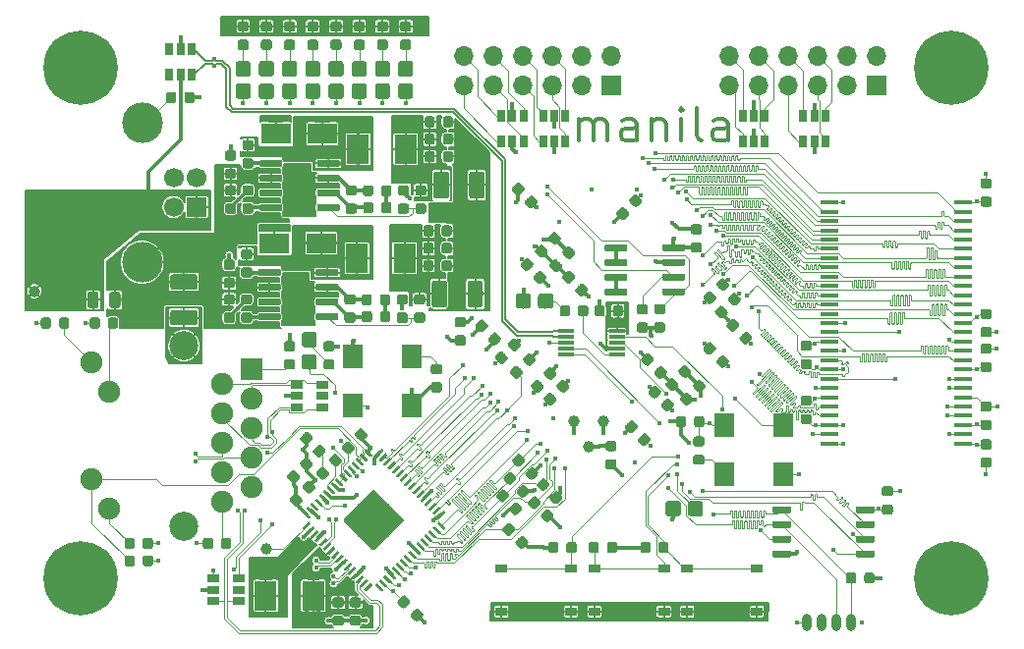
<source format=gbr>
G04 #@! TF.GenerationSoftware,KiCad,Pcbnew,5.1.4*
G04 #@! TF.CreationDate,2019-10-31T23:19:59+00:00*
G04 #@! TF.ProjectId,manila_ice,6d616e69-6c61-45f6-9963-652e6b696361,rev?*
G04 #@! TF.SameCoordinates,Original*
G04 #@! TF.FileFunction,Copper,L1,Top*
G04 #@! TF.FilePolarity,Positive*
%FSLAX46Y46*%
G04 Gerber Fmt 4.6, Leading zero omitted, Abs format (unit mm)*
G04 Created by KiCad (PCBNEW 5.1.4) date 2019-10-31 23:19:59*
%MOMM*%
%LPD*%
G04 APERTURE LIST*
%ADD10C,0.300000*%
%ADD11R,1.900000X2.500000*%
%ADD12C,3.500000*%
%ADD13C,1.700000*%
%ADD14R,1.700000X1.700000*%
%ADD15R,0.650000X1.060000*%
%ADD16R,1.060000X0.650000*%
%ADD17C,0.100000*%
%ADD18C,1.325000*%
%ADD19C,0.875000*%
%ADD20C,1.000000*%
%ADD21C,0.600000*%
%ADD22R,2.500000X1.800000*%
%ADD23O,1.700000X1.700000*%
%ADD24R,1.000000X0.750000*%
%ADD25C,1.300000*%
%ADD26C,0.975000*%
%ADD27C,1.900000*%
%ADD28C,2.500000*%
%ADD29R,1.900000X1.900000*%
%ADD30R,1.510000X0.458000*%
%ADD31R,1.400000X0.300000*%
%ADD32R,1.800000X2.000000*%
%ADD33C,6.400000*%
%ADD34C,0.250000*%
%ADD35C,0.500000*%
%ADD36C,3.800000*%
%ADD37O,0.800000X1.500000*%
%ADD38C,0.450000*%
%ADD39C,0.088900*%
%ADD40C,0.090000*%
%ADD41C,0.175006*%
%ADD42C,0.125984*%
%ADD43C,0.127000*%
G04 APERTURE END LIST*
D10*
X161750000Y-81266666D02*
X161750000Y-79400000D01*
X161750000Y-79666666D02*
X161883333Y-79533333D01*
X162150000Y-79400000D01*
X162550000Y-79400000D01*
X162816666Y-79533333D01*
X162950000Y-79800000D01*
X162950000Y-81266666D01*
X162950000Y-79800000D02*
X163083333Y-79533333D01*
X163350000Y-79400000D01*
X163750000Y-79400000D01*
X164016666Y-79533333D01*
X164150000Y-79800000D01*
X164150000Y-81266666D01*
X166683333Y-81266666D02*
X166683333Y-79800000D01*
X166550000Y-79533333D01*
X166283333Y-79400000D01*
X165750000Y-79400000D01*
X165483333Y-79533333D01*
X166683333Y-81133333D02*
X166416666Y-81266666D01*
X165750000Y-81266666D01*
X165483333Y-81133333D01*
X165350000Y-80866666D01*
X165350000Y-80600000D01*
X165483333Y-80333333D01*
X165750000Y-80200000D01*
X166416666Y-80200000D01*
X166683333Y-80066666D01*
X168016666Y-79400000D02*
X168016666Y-81266666D01*
X168016666Y-79666666D02*
X168150000Y-79533333D01*
X168416666Y-79400000D01*
X168816666Y-79400000D01*
X169083333Y-79533333D01*
X169216666Y-79800000D01*
X169216666Y-81266666D01*
X170550000Y-81266666D02*
X170550000Y-79400000D01*
X170550000Y-78466666D02*
X170416666Y-78600000D01*
X170550000Y-78733333D01*
X170683333Y-78600000D01*
X170550000Y-78466666D01*
X170550000Y-78733333D01*
X172283333Y-81266666D02*
X172016666Y-81133333D01*
X171883333Y-80866666D01*
X171883333Y-78466666D01*
X174550000Y-81266666D02*
X174550000Y-79800000D01*
X174416666Y-79533333D01*
X174150000Y-79400000D01*
X173616666Y-79400000D01*
X173350000Y-79533333D01*
X174550000Y-81133333D02*
X174283333Y-81266666D01*
X173616666Y-81266666D01*
X173350000Y-81133333D01*
X173216666Y-80866666D01*
X173216666Y-80600000D01*
X173350000Y-80333333D01*
X173616666Y-80200000D01*
X174283333Y-80200000D01*
X174550000Y-80066666D01*
D11*
X146810000Y-81995000D03*
X142710000Y-81995000D03*
X146700000Y-91400000D03*
X142600000Y-91400000D03*
X138850000Y-120500000D03*
X134750000Y-120500000D03*
D12*
X124090000Y-79730000D03*
X124090000Y-91770000D03*
D13*
X126800000Y-87000000D03*
X126800000Y-84500000D03*
X128800000Y-84500000D03*
D14*
X128800000Y-87000000D03*
D15*
X182000000Y-79100000D03*
X181050000Y-79100000D03*
X182950000Y-79100000D03*
X182950000Y-81300000D03*
X182000000Y-81300000D03*
X181050000Y-81300000D03*
X159600000Y-79100000D03*
X158650000Y-79100000D03*
X160550000Y-79100000D03*
X160550000Y-81300000D03*
X159600000Y-81300000D03*
X158650000Y-81300000D03*
X176800000Y-79100000D03*
X175850000Y-79100000D03*
X177750000Y-79100000D03*
X177750000Y-81300000D03*
X176800000Y-81300000D03*
X175850000Y-81300000D03*
X156000000Y-79100000D03*
X155050000Y-79100000D03*
X156950000Y-79100000D03*
X156950000Y-81300000D03*
X156000000Y-81300000D03*
X155050000Y-81300000D03*
D16*
X139600000Y-103300000D03*
X139600000Y-102350000D03*
X139600000Y-104250000D03*
X137400000Y-104250000D03*
X137400000Y-103300000D03*
X137400000Y-102350000D03*
X132400000Y-120000000D03*
X132400000Y-119050000D03*
X132400000Y-120950000D03*
X130200000Y-120950000D03*
X130200000Y-120000000D03*
X130200000Y-119050000D03*
D15*
X127400000Y-75600000D03*
X128350000Y-75600000D03*
X126450000Y-75600000D03*
X126450000Y-73400000D03*
X127400000Y-73400000D03*
X128350000Y-73400000D03*
D17*
G36*
X153374505Y-83926204D02*
G01*
X153398773Y-83929804D01*
X153422572Y-83935765D01*
X153445671Y-83944030D01*
X153467850Y-83954520D01*
X153488893Y-83967132D01*
X153508599Y-83981747D01*
X153526777Y-83998223D01*
X153543253Y-84016401D01*
X153557868Y-84036107D01*
X153570480Y-84057150D01*
X153580970Y-84079329D01*
X153589235Y-84102428D01*
X153595196Y-84126227D01*
X153598796Y-84150495D01*
X153600000Y-84174999D01*
X153600000Y-86025001D01*
X153598796Y-86049505D01*
X153595196Y-86073773D01*
X153589235Y-86097572D01*
X153580970Y-86120671D01*
X153570480Y-86142850D01*
X153557868Y-86163893D01*
X153543253Y-86183599D01*
X153526777Y-86201777D01*
X153508599Y-86218253D01*
X153488893Y-86232868D01*
X153467850Y-86245480D01*
X153445671Y-86255970D01*
X153422572Y-86264235D01*
X153398773Y-86270196D01*
X153374505Y-86273796D01*
X153350001Y-86275000D01*
X152524999Y-86275000D01*
X152500495Y-86273796D01*
X152476227Y-86270196D01*
X152452428Y-86264235D01*
X152429329Y-86255970D01*
X152407150Y-86245480D01*
X152386107Y-86232868D01*
X152366401Y-86218253D01*
X152348223Y-86201777D01*
X152331747Y-86183599D01*
X152317132Y-86163893D01*
X152304520Y-86142850D01*
X152294030Y-86120671D01*
X152285765Y-86097572D01*
X152279804Y-86073773D01*
X152276204Y-86049505D01*
X152275000Y-86025001D01*
X152275000Y-84174999D01*
X152276204Y-84150495D01*
X152279804Y-84126227D01*
X152285765Y-84102428D01*
X152294030Y-84079329D01*
X152304520Y-84057150D01*
X152317132Y-84036107D01*
X152331747Y-84016401D01*
X152348223Y-83998223D01*
X152366401Y-83981747D01*
X152386107Y-83967132D01*
X152407150Y-83954520D01*
X152429329Y-83944030D01*
X152452428Y-83935765D01*
X152476227Y-83929804D01*
X152500495Y-83926204D01*
X152524999Y-83925000D01*
X153350001Y-83925000D01*
X153374505Y-83926204D01*
X153374505Y-83926204D01*
G37*
D18*
X152937500Y-85100000D03*
D17*
G36*
X150299505Y-83926204D02*
G01*
X150323773Y-83929804D01*
X150347572Y-83935765D01*
X150370671Y-83944030D01*
X150392850Y-83954520D01*
X150413893Y-83967132D01*
X150433599Y-83981747D01*
X150451777Y-83998223D01*
X150468253Y-84016401D01*
X150482868Y-84036107D01*
X150495480Y-84057150D01*
X150505970Y-84079329D01*
X150514235Y-84102428D01*
X150520196Y-84126227D01*
X150523796Y-84150495D01*
X150525000Y-84174999D01*
X150525000Y-86025001D01*
X150523796Y-86049505D01*
X150520196Y-86073773D01*
X150514235Y-86097572D01*
X150505970Y-86120671D01*
X150495480Y-86142850D01*
X150482868Y-86163893D01*
X150468253Y-86183599D01*
X150451777Y-86201777D01*
X150433599Y-86218253D01*
X150413893Y-86232868D01*
X150392850Y-86245480D01*
X150370671Y-86255970D01*
X150347572Y-86264235D01*
X150323773Y-86270196D01*
X150299505Y-86273796D01*
X150275001Y-86275000D01*
X149449999Y-86275000D01*
X149425495Y-86273796D01*
X149401227Y-86270196D01*
X149377428Y-86264235D01*
X149354329Y-86255970D01*
X149332150Y-86245480D01*
X149311107Y-86232868D01*
X149291401Y-86218253D01*
X149273223Y-86201777D01*
X149256747Y-86183599D01*
X149242132Y-86163893D01*
X149229520Y-86142850D01*
X149219030Y-86120671D01*
X149210765Y-86097572D01*
X149204804Y-86073773D01*
X149201204Y-86049505D01*
X149200000Y-86025001D01*
X149200000Y-84174999D01*
X149201204Y-84150495D01*
X149204804Y-84126227D01*
X149210765Y-84102428D01*
X149219030Y-84079329D01*
X149229520Y-84057150D01*
X149242132Y-84036107D01*
X149256747Y-84016401D01*
X149273223Y-83998223D01*
X149291401Y-83981747D01*
X149311107Y-83967132D01*
X149332150Y-83954520D01*
X149354329Y-83944030D01*
X149377428Y-83935765D01*
X149401227Y-83929804D01*
X149425495Y-83926204D01*
X149449999Y-83925000D01*
X150275001Y-83925000D01*
X150299505Y-83926204D01*
X150299505Y-83926204D01*
G37*
D18*
X149862500Y-85100000D03*
D17*
G36*
X153224505Y-93326204D02*
G01*
X153248773Y-93329804D01*
X153272572Y-93335765D01*
X153295671Y-93344030D01*
X153317850Y-93354520D01*
X153338893Y-93367132D01*
X153358599Y-93381747D01*
X153376777Y-93398223D01*
X153393253Y-93416401D01*
X153407868Y-93436107D01*
X153420480Y-93457150D01*
X153430970Y-93479329D01*
X153439235Y-93502428D01*
X153445196Y-93526227D01*
X153448796Y-93550495D01*
X153450000Y-93574999D01*
X153450000Y-95425001D01*
X153448796Y-95449505D01*
X153445196Y-95473773D01*
X153439235Y-95497572D01*
X153430970Y-95520671D01*
X153420480Y-95542850D01*
X153407868Y-95563893D01*
X153393253Y-95583599D01*
X153376777Y-95601777D01*
X153358599Y-95618253D01*
X153338893Y-95632868D01*
X153317850Y-95645480D01*
X153295671Y-95655970D01*
X153272572Y-95664235D01*
X153248773Y-95670196D01*
X153224505Y-95673796D01*
X153200001Y-95675000D01*
X152374999Y-95675000D01*
X152350495Y-95673796D01*
X152326227Y-95670196D01*
X152302428Y-95664235D01*
X152279329Y-95655970D01*
X152257150Y-95645480D01*
X152236107Y-95632868D01*
X152216401Y-95618253D01*
X152198223Y-95601777D01*
X152181747Y-95583599D01*
X152167132Y-95563893D01*
X152154520Y-95542850D01*
X152144030Y-95520671D01*
X152135765Y-95497572D01*
X152129804Y-95473773D01*
X152126204Y-95449505D01*
X152125000Y-95425001D01*
X152125000Y-93574999D01*
X152126204Y-93550495D01*
X152129804Y-93526227D01*
X152135765Y-93502428D01*
X152144030Y-93479329D01*
X152154520Y-93457150D01*
X152167132Y-93436107D01*
X152181747Y-93416401D01*
X152198223Y-93398223D01*
X152216401Y-93381747D01*
X152236107Y-93367132D01*
X152257150Y-93354520D01*
X152279329Y-93344030D01*
X152302428Y-93335765D01*
X152326227Y-93329804D01*
X152350495Y-93326204D01*
X152374999Y-93325000D01*
X153200001Y-93325000D01*
X153224505Y-93326204D01*
X153224505Y-93326204D01*
G37*
D18*
X152787500Y-94500000D03*
D17*
G36*
X150149505Y-93326204D02*
G01*
X150173773Y-93329804D01*
X150197572Y-93335765D01*
X150220671Y-93344030D01*
X150242850Y-93354520D01*
X150263893Y-93367132D01*
X150283599Y-93381747D01*
X150301777Y-93398223D01*
X150318253Y-93416401D01*
X150332868Y-93436107D01*
X150345480Y-93457150D01*
X150355970Y-93479329D01*
X150364235Y-93502428D01*
X150370196Y-93526227D01*
X150373796Y-93550495D01*
X150375000Y-93574999D01*
X150375000Y-95425001D01*
X150373796Y-95449505D01*
X150370196Y-95473773D01*
X150364235Y-95497572D01*
X150355970Y-95520671D01*
X150345480Y-95542850D01*
X150332868Y-95563893D01*
X150318253Y-95583599D01*
X150301777Y-95601777D01*
X150283599Y-95618253D01*
X150263893Y-95632868D01*
X150242850Y-95645480D01*
X150220671Y-95655970D01*
X150197572Y-95664235D01*
X150173773Y-95670196D01*
X150149505Y-95673796D01*
X150125001Y-95675000D01*
X149299999Y-95675000D01*
X149275495Y-95673796D01*
X149251227Y-95670196D01*
X149227428Y-95664235D01*
X149204329Y-95655970D01*
X149182150Y-95645480D01*
X149161107Y-95632868D01*
X149141401Y-95618253D01*
X149123223Y-95601777D01*
X149106747Y-95583599D01*
X149092132Y-95563893D01*
X149079520Y-95542850D01*
X149069030Y-95520671D01*
X149060765Y-95497572D01*
X149054804Y-95473773D01*
X149051204Y-95449505D01*
X149050000Y-95425001D01*
X149050000Y-93574999D01*
X149051204Y-93550495D01*
X149054804Y-93526227D01*
X149060765Y-93502428D01*
X149069030Y-93479329D01*
X149079520Y-93457150D01*
X149092132Y-93436107D01*
X149106747Y-93416401D01*
X149123223Y-93398223D01*
X149141401Y-93381747D01*
X149161107Y-93367132D01*
X149182150Y-93354520D01*
X149204329Y-93344030D01*
X149227428Y-93335765D01*
X149251227Y-93329804D01*
X149275495Y-93326204D01*
X149299999Y-93325000D01*
X150125001Y-93325000D01*
X150149505Y-93326204D01*
X150149505Y-93326204D01*
G37*
D18*
X149712500Y-94500000D03*
D17*
G36*
X128649505Y-95876204D02*
G01*
X128673773Y-95879804D01*
X128697572Y-95885765D01*
X128720671Y-95894030D01*
X128742850Y-95904520D01*
X128763893Y-95917132D01*
X128783599Y-95931747D01*
X128801777Y-95948223D01*
X128818253Y-95966401D01*
X128832868Y-95986107D01*
X128845480Y-96007150D01*
X128855970Y-96029329D01*
X128864235Y-96052428D01*
X128870196Y-96076227D01*
X128873796Y-96100495D01*
X128875000Y-96124999D01*
X128875000Y-96950001D01*
X128873796Y-96974505D01*
X128870196Y-96998773D01*
X128864235Y-97022572D01*
X128855970Y-97045671D01*
X128845480Y-97067850D01*
X128832868Y-97088893D01*
X128818253Y-97108599D01*
X128801777Y-97126777D01*
X128783599Y-97143253D01*
X128763893Y-97157868D01*
X128742850Y-97170480D01*
X128720671Y-97180970D01*
X128697572Y-97189235D01*
X128673773Y-97195196D01*
X128649505Y-97198796D01*
X128625001Y-97200000D01*
X126774999Y-97200000D01*
X126750495Y-97198796D01*
X126726227Y-97195196D01*
X126702428Y-97189235D01*
X126679329Y-97180970D01*
X126657150Y-97170480D01*
X126636107Y-97157868D01*
X126616401Y-97143253D01*
X126598223Y-97126777D01*
X126581747Y-97108599D01*
X126567132Y-97088893D01*
X126554520Y-97067850D01*
X126544030Y-97045671D01*
X126535765Y-97022572D01*
X126529804Y-96998773D01*
X126526204Y-96974505D01*
X126525000Y-96950001D01*
X126525000Y-96124999D01*
X126526204Y-96100495D01*
X126529804Y-96076227D01*
X126535765Y-96052428D01*
X126544030Y-96029329D01*
X126554520Y-96007150D01*
X126567132Y-95986107D01*
X126581747Y-95966401D01*
X126598223Y-95948223D01*
X126616401Y-95931747D01*
X126636107Y-95917132D01*
X126657150Y-95904520D01*
X126679329Y-95894030D01*
X126702428Y-95885765D01*
X126726227Y-95879804D01*
X126750495Y-95876204D01*
X126774999Y-95875000D01*
X128625001Y-95875000D01*
X128649505Y-95876204D01*
X128649505Y-95876204D01*
G37*
D18*
X127700000Y-96537500D03*
D17*
G36*
X128649505Y-92801204D02*
G01*
X128673773Y-92804804D01*
X128697572Y-92810765D01*
X128720671Y-92819030D01*
X128742850Y-92829520D01*
X128763893Y-92842132D01*
X128783599Y-92856747D01*
X128801777Y-92873223D01*
X128818253Y-92891401D01*
X128832868Y-92911107D01*
X128845480Y-92932150D01*
X128855970Y-92954329D01*
X128864235Y-92977428D01*
X128870196Y-93001227D01*
X128873796Y-93025495D01*
X128875000Y-93049999D01*
X128875000Y-93875001D01*
X128873796Y-93899505D01*
X128870196Y-93923773D01*
X128864235Y-93947572D01*
X128855970Y-93970671D01*
X128845480Y-93992850D01*
X128832868Y-94013893D01*
X128818253Y-94033599D01*
X128801777Y-94051777D01*
X128783599Y-94068253D01*
X128763893Y-94082868D01*
X128742850Y-94095480D01*
X128720671Y-94105970D01*
X128697572Y-94114235D01*
X128673773Y-94120196D01*
X128649505Y-94123796D01*
X128625001Y-94125000D01*
X126774999Y-94125000D01*
X126750495Y-94123796D01*
X126726227Y-94120196D01*
X126702428Y-94114235D01*
X126679329Y-94105970D01*
X126657150Y-94095480D01*
X126636107Y-94082868D01*
X126616401Y-94068253D01*
X126598223Y-94051777D01*
X126581747Y-94033599D01*
X126567132Y-94013893D01*
X126554520Y-93992850D01*
X126544030Y-93970671D01*
X126535765Y-93947572D01*
X126529804Y-93923773D01*
X126526204Y-93899505D01*
X126525000Y-93875001D01*
X126525000Y-93049999D01*
X126526204Y-93025495D01*
X126529804Y-93001227D01*
X126535765Y-92977428D01*
X126544030Y-92954329D01*
X126554520Y-92932150D01*
X126567132Y-92911107D01*
X126581747Y-92891401D01*
X126598223Y-92873223D01*
X126616401Y-92856747D01*
X126636107Y-92842132D01*
X126657150Y-92829520D01*
X126679329Y-92819030D01*
X126702428Y-92810765D01*
X126726227Y-92804804D01*
X126750495Y-92801204D01*
X126774999Y-92800000D01*
X128625001Y-92800000D01*
X128649505Y-92801204D01*
X128649505Y-92801204D01*
G37*
D18*
X127700000Y-93462500D03*
D17*
G36*
X156158618Y-98332733D02*
G01*
X156179853Y-98335883D01*
X156200677Y-98341099D01*
X156220889Y-98348331D01*
X156240295Y-98357510D01*
X156258708Y-98368546D01*
X156275951Y-98381334D01*
X156291857Y-98395750D01*
X156654250Y-98758143D01*
X156668666Y-98774049D01*
X156681454Y-98791292D01*
X156692490Y-98809705D01*
X156701669Y-98829111D01*
X156708901Y-98849323D01*
X156714117Y-98870147D01*
X156717267Y-98891382D01*
X156718320Y-98912823D01*
X156717267Y-98934264D01*
X156714117Y-98955499D01*
X156708901Y-98976323D01*
X156701669Y-98996535D01*
X156692490Y-99015941D01*
X156681454Y-99034354D01*
X156668666Y-99051597D01*
X156654250Y-99067503D01*
X156344891Y-99376862D01*
X156328985Y-99391278D01*
X156311742Y-99404066D01*
X156293329Y-99415102D01*
X156273923Y-99424281D01*
X156253711Y-99431513D01*
X156232887Y-99436729D01*
X156211652Y-99439879D01*
X156190211Y-99440932D01*
X156168770Y-99439879D01*
X156147535Y-99436729D01*
X156126711Y-99431513D01*
X156106499Y-99424281D01*
X156087093Y-99415102D01*
X156068680Y-99404066D01*
X156051437Y-99391278D01*
X156035531Y-99376862D01*
X155673138Y-99014469D01*
X155658722Y-98998563D01*
X155645934Y-98981320D01*
X155634898Y-98962907D01*
X155625719Y-98943501D01*
X155618487Y-98923289D01*
X155613271Y-98902465D01*
X155610121Y-98881230D01*
X155609068Y-98859789D01*
X155610121Y-98838348D01*
X155613271Y-98817113D01*
X155618487Y-98796289D01*
X155625719Y-98776077D01*
X155634898Y-98756671D01*
X155645934Y-98738258D01*
X155658722Y-98721015D01*
X155673138Y-98705109D01*
X155982497Y-98395750D01*
X155998403Y-98381334D01*
X156015646Y-98368546D01*
X156034059Y-98357510D01*
X156053465Y-98348331D01*
X156073677Y-98341099D01*
X156094501Y-98335883D01*
X156115736Y-98332733D01*
X156137177Y-98331680D01*
X156158618Y-98332733D01*
X156158618Y-98332733D01*
G37*
D19*
X156163694Y-98886306D03*
D17*
G36*
X155044924Y-99446427D02*
G01*
X155066159Y-99449577D01*
X155086983Y-99454793D01*
X155107195Y-99462025D01*
X155126601Y-99471204D01*
X155145014Y-99482240D01*
X155162257Y-99495028D01*
X155178163Y-99509444D01*
X155540556Y-99871837D01*
X155554972Y-99887743D01*
X155567760Y-99904986D01*
X155578796Y-99923399D01*
X155587975Y-99942805D01*
X155595207Y-99963017D01*
X155600423Y-99983841D01*
X155603573Y-100005076D01*
X155604626Y-100026517D01*
X155603573Y-100047958D01*
X155600423Y-100069193D01*
X155595207Y-100090017D01*
X155587975Y-100110229D01*
X155578796Y-100129635D01*
X155567760Y-100148048D01*
X155554972Y-100165291D01*
X155540556Y-100181197D01*
X155231197Y-100490556D01*
X155215291Y-100504972D01*
X155198048Y-100517760D01*
X155179635Y-100528796D01*
X155160229Y-100537975D01*
X155140017Y-100545207D01*
X155119193Y-100550423D01*
X155097958Y-100553573D01*
X155076517Y-100554626D01*
X155055076Y-100553573D01*
X155033841Y-100550423D01*
X155013017Y-100545207D01*
X154992805Y-100537975D01*
X154973399Y-100528796D01*
X154954986Y-100517760D01*
X154937743Y-100504972D01*
X154921837Y-100490556D01*
X154559444Y-100128163D01*
X154545028Y-100112257D01*
X154532240Y-100095014D01*
X154521204Y-100076601D01*
X154512025Y-100057195D01*
X154504793Y-100036983D01*
X154499577Y-100016159D01*
X154496427Y-99994924D01*
X154495374Y-99973483D01*
X154496427Y-99952042D01*
X154499577Y-99930807D01*
X154504793Y-99909983D01*
X154512025Y-99889771D01*
X154521204Y-99870365D01*
X154532240Y-99851952D01*
X154545028Y-99834709D01*
X154559444Y-99818803D01*
X154868803Y-99509444D01*
X154884709Y-99495028D01*
X154901952Y-99482240D01*
X154920365Y-99471204D01*
X154939771Y-99462025D01*
X154959983Y-99454793D01*
X154980807Y-99449577D01*
X155002042Y-99446427D01*
X155023483Y-99445374D01*
X155044924Y-99446427D01*
X155044924Y-99446427D01*
G37*
D19*
X155050000Y-100000000D03*
D20*
X162550000Y-107665000D03*
D17*
G36*
X140974703Y-82940722D02*
G01*
X140989264Y-82942882D01*
X141003543Y-82946459D01*
X141017403Y-82951418D01*
X141030710Y-82957712D01*
X141043336Y-82965280D01*
X141055159Y-82974048D01*
X141066066Y-82983934D01*
X141075952Y-82994841D01*
X141084720Y-83006664D01*
X141092288Y-83019290D01*
X141098582Y-83032597D01*
X141103541Y-83046457D01*
X141107118Y-83060736D01*
X141109278Y-83075297D01*
X141110000Y-83090000D01*
X141110000Y-83390000D01*
X141109278Y-83404703D01*
X141107118Y-83419264D01*
X141103541Y-83433543D01*
X141098582Y-83447403D01*
X141092288Y-83460710D01*
X141084720Y-83473336D01*
X141075952Y-83485159D01*
X141066066Y-83496066D01*
X141055159Y-83505952D01*
X141043336Y-83514720D01*
X141030710Y-83522288D01*
X141017403Y-83528582D01*
X141003543Y-83533541D01*
X140989264Y-83537118D01*
X140974703Y-83539278D01*
X140960000Y-83540000D01*
X139310000Y-83540000D01*
X139295297Y-83539278D01*
X139280736Y-83537118D01*
X139266457Y-83533541D01*
X139252597Y-83528582D01*
X139239290Y-83522288D01*
X139226664Y-83514720D01*
X139214841Y-83505952D01*
X139203934Y-83496066D01*
X139194048Y-83485159D01*
X139185280Y-83473336D01*
X139177712Y-83460710D01*
X139171418Y-83447403D01*
X139166459Y-83433543D01*
X139162882Y-83419264D01*
X139160722Y-83404703D01*
X139160000Y-83390000D01*
X139160000Y-83090000D01*
X139160722Y-83075297D01*
X139162882Y-83060736D01*
X139166459Y-83046457D01*
X139171418Y-83032597D01*
X139177712Y-83019290D01*
X139185280Y-83006664D01*
X139194048Y-82994841D01*
X139203934Y-82983934D01*
X139214841Y-82974048D01*
X139226664Y-82965280D01*
X139239290Y-82957712D01*
X139252597Y-82951418D01*
X139266457Y-82946459D01*
X139280736Y-82942882D01*
X139295297Y-82940722D01*
X139310000Y-82940000D01*
X140960000Y-82940000D01*
X140974703Y-82940722D01*
X140974703Y-82940722D01*
G37*
D21*
X140135000Y-83240000D03*
D17*
G36*
X140974703Y-84210722D02*
G01*
X140989264Y-84212882D01*
X141003543Y-84216459D01*
X141017403Y-84221418D01*
X141030710Y-84227712D01*
X141043336Y-84235280D01*
X141055159Y-84244048D01*
X141066066Y-84253934D01*
X141075952Y-84264841D01*
X141084720Y-84276664D01*
X141092288Y-84289290D01*
X141098582Y-84302597D01*
X141103541Y-84316457D01*
X141107118Y-84330736D01*
X141109278Y-84345297D01*
X141110000Y-84360000D01*
X141110000Y-84660000D01*
X141109278Y-84674703D01*
X141107118Y-84689264D01*
X141103541Y-84703543D01*
X141098582Y-84717403D01*
X141092288Y-84730710D01*
X141084720Y-84743336D01*
X141075952Y-84755159D01*
X141066066Y-84766066D01*
X141055159Y-84775952D01*
X141043336Y-84784720D01*
X141030710Y-84792288D01*
X141017403Y-84798582D01*
X141003543Y-84803541D01*
X140989264Y-84807118D01*
X140974703Y-84809278D01*
X140960000Y-84810000D01*
X139310000Y-84810000D01*
X139295297Y-84809278D01*
X139280736Y-84807118D01*
X139266457Y-84803541D01*
X139252597Y-84798582D01*
X139239290Y-84792288D01*
X139226664Y-84784720D01*
X139214841Y-84775952D01*
X139203934Y-84766066D01*
X139194048Y-84755159D01*
X139185280Y-84743336D01*
X139177712Y-84730710D01*
X139171418Y-84717403D01*
X139166459Y-84703543D01*
X139162882Y-84689264D01*
X139160722Y-84674703D01*
X139160000Y-84660000D01*
X139160000Y-84360000D01*
X139160722Y-84345297D01*
X139162882Y-84330736D01*
X139166459Y-84316457D01*
X139171418Y-84302597D01*
X139177712Y-84289290D01*
X139185280Y-84276664D01*
X139194048Y-84264841D01*
X139203934Y-84253934D01*
X139214841Y-84244048D01*
X139226664Y-84235280D01*
X139239290Y-84227712D01*
X139252597Y-84221418D01*
X139266457Y-84216459D01*
X139280736Y-84212882D01*
X139295297Y-84210722D01*
X139310000Y-84210000D01*
X140960000Y-84210000D01*
X140974703Y-84210722D01*
X140974703Y-84210722D01*
G37*
D21*
X140135000Y-84510000D03*
D17*
G36*
X140974703Y-85480722D02*
G01*
X140989264Y-85482882D01*
X141003543Y-85486459D01*
X141017403Y-85491418D01*
X141030710Y-85497712D01*
X141043336Y-85505280D01*
X141055159Y-85514048D01*
X141066066Y-85523934D01*
X141075952Y-85534841D01*
X141084720Y-85546664D01*
X141092288Y-85559290D01*
X141098582Y-85572597D01*
X141103541Y-85586457D01*
X141107118Y-85600736D01*
X141109278Y-85615297D01*
X141110000Y-85630000D01*
X141110000Y-85930000D01*
X141109278Y-85944703D01*
X141107118Y-85959264D01*
X141103541Y-85973543D01*
X141098582Y-85987403D01*
X141092288Y-86000710D01*
X141084720Y-86013336D01*
X141075952Y-86025159D01*
X141066066Y-86036066D01*
X141055159Y-86045952D01*
X141043336Y-86054720D01*
X141030710Y-86062288D01*
X141017403Y-86068582D01*
X141003543Y-86073541D01*
X140989264Y-86077118D01*
X140974703Y-86079278D01*
X140960000Y-86080000D01*
X139310000Y-86080000D01*
X139295297Y-86079278D01*
X139280736Y-86077118D01*
X139266457Y-86073541D01*
X139252597Y-86068582D01*
X139239290Y-86062288D01*
X139226664Y-86054720D01*
X139214841Y-86045952D01*
X139203934Y-86036066D01*
X139194048Y-86025159D01*
X139185280Y-86013336D01*
X139177712Y-86000710D01*
X139171418Y-85987403D01*
X139166459Y-85973543D01*
X139162882Y-85959264D01*
X139160722Y-85944703D01*
X139160000Y-85930000D01*
X139160000Y-85630000D01*
X139160722Y-85615297D01*
X139162882Y-85600736D01*
X139166459Y-85586457D01*
X139171418Y-85572597D01*
X139177712Y-85559290D01*
X139185280Y-85546664D01*
X139194048Y-85534841D01*
X139203934Y-85523934D01*
X139214841Y-85514048D01*
X139226664Y-85505280D01*
X139239290Y-85497712D01*
X139252597Y-85491418D01*
X139266457Y-85486459D01*
X139280736Y-85482882D01*
X139295297Y-85480722D01*
X139310000Y-85480000D01*
X140960000Y-85480000D01*
X140974703Y-85480722D01*
X140974703Y-85480722D01*
G37*
D21*
X140135000Y-85780000D03*
D17*
G36*
X140974703Y-86750722D02*
G01*
X140989264Y-86752882D01*
X141003543Y-86756459D01*
X141017403Y-86761418D01*
X141030710Y-86767712D01*
X141043336Y-86775280D01*
X141055159Y-86784048D01*
X141066066Y-86793934D01*
X141075952Y-86804841D01*
X141084720Y-86816664D01*
X141092288Y-86829290D01*
X141098582Y-86842597D01*
X141103541Y-86856457D01*
X141107118Y-86870736D01*
X141109278Y-86885297D01*
X141110000Y-86900000D01*
X141110000Y-87200000D01*
X141109278Y-87214703D01*
X141107118Y-87229264D01*
X141103541Y-87243543D01*
X141098582Y-87257403D01*
X141092288Y-87270710D01*
X141084720Y-87283336D01*
X141075952Y-87295159D01*
X141066066Y-87306066D01*
X141055159Y-87315952D01*
X141043336Y-87324720D01*
X141030710Y-87332288D01*
X141017403Y-87338582D01*
X141003543Y-87343541D01*
X140989264Y-87347118D01*
X140974703Y-87349278D01*
X140960000Y-87350000D01*
X139310000Y-87350000D01*
X139295297Y-87349278D01*
X139280736Y-87347118D01*
X139266457Y-87343541D01*
X139252597Y-87338582D01*
X139239290Y-87332288D01*
X139226664Y-87324720D01*
X139214841Y-87315952D01*
X139203934Y-87306066D01*
X139194048Y-87295159D01*
X139185280Y-87283336D01*
X139177712Y-87270710D01*
X139171418Y-87257403D01*
X139166459Y-87243543D01*
X139162882Y-87229264D01*
X139160722Y-87214703D01*
X139160000Y-87200000D01*
X139160000Y-86900000D01*
X139160722Y-86885297D01*
X139162882Y-86870736D01*
X139166459Y-86856457D01*
X139171418Y-86842597D01*
X139177712Y-86829290D01*
X139185280Y-86816664D01*
X139194048Y-86804841D01*
X139203934Y-86793934D01*
X139214841Y-86784048D01*
X139226664Y-86775280D01*
X139239290Y-86767712D01*
X139252597Y-86761418D01*
X139266457Y-86756459D01*
X139280736Y-86752882D01*
X139295297Y-86750722D01*
X139310000Y-86750000D01*
X140960000Y-86750000D01*
X140974703Y-86750722D01*
X140974703Y-86750722D01*
G37*
D21*
X140135000Y-87050000D03*
D17*
G36*
X136024703Y-86750722D02*
G01*
X136039264Y-86752882D01*
X136053543Y-86756459D01*
X136067403Y-86761418D01*
X136080710Y-86767712D01*
X136093336Y-86775280D01*
X136105159Y-86784048D01*
X136116066Y-86793934D01*
X136125952Y-86804841D01*
X136134720Y-86816664D01*
X136142288Y-86829290D01*
X136148582Y-86842597D01*
X136153541Y-86856457D01*
X136157118Y-86870736D01*
X136159278Y-86885297D01*
X136160000Y-86900000D01*
X136160000Y-87200000D01*
X136159278Y-87214703D01*
X136157118Y-87229264D01*
X136153541Y-87243543D01*
X136148582Y-87257403D01*
X136142288Y-87270710D01*
X136134720Y-87283336D01*
X136125952Y-87295159D01*
X136116066Y-87306066D01*
X136105159Y-87315952D01*
X136093336Y-87324720D01*
X136080710Y-87332288D01*
X136067403Y-87338582D01*
X136053543Y-87343541D01*
X136039264Y-87347118D01*
X136024703Y-87349278D01*
X136010000Y-87350000D01*
X134360000Y-87350000D01*
X134345297Y-87349278D01*
X134330736Y-87347118D01*
X134316457Y-87343541D01*
X134302597Y-87338582D01*
X134289290Y-87332288D01*
X134276664Y-87324720D01*
X134264841Y-87315952D01*
X134253934Y-87306066D01*
X134244048Y-87295159D01*
X134235280Y-87283336D01*
X134227712Y-87270710D01*
X134221418Y-87257403D01*
X134216459Y-87243543D01*
X134212882Y-87229264D01*
X134210722Y-87214703D01*
X134210000Y-87200000D01*
X134210000Y-86900000D01*
X134210722Y-86885297D01*
X134212882Y-86870736D01*
X134216459Y-86856457D01*
X134221418Y-86842597D01*
X134227712Y-86829290D01*
X134235280Y-86816664D01*
X134244048Y-86804841D01*
X134253934Y-86793934D01*
X134264841Y-86784048D01*
X134276664Y-86775280D01*
X134289290Y-86767712D01*
X134302597Y-86761418D01*
X134316457Y-86756459D01*
X134330736Y-86752882D01*
X134345297Y-86750722D01*
X134360000Y-86750000D01*
X136010000Y-86750000D01*
X136024703Y-86750722D01*
X136024703Y-86750722D01*
G37*
D21*
X135185000Y-87050000D03*
D17*
G36*
X136024703Y-85480722D02*
G01*
X136039264Y-85482882D01*
X136053543Y-85486459D01*
X136067403Y-85491418D01*
X136080710Y-85497712D01*
X136093336Y-85505280D01*
X136105159Y-85514048D01*
X136116066Y-85523934D01*
X136125952Y-85534841D01*
X136134720Y-85546664D01*
X136142288Y-85559290D01*
X136148582Y-85572597D01*
X136153541Y-85586457D01*
X136157118Y-85600736D01*
X136159278Y-85615297D01*
X136160000Y-85630000D01*
X136160000Y-85930000D01*
X136159278Y-85944703D01*
X136157118Y-85959264D01*
X136153541Y-85973543D01*
X136148582Y-85987403D01*
X136142288Y-86000710D01*
X136134720Y-86013336D01*
X136125952Y-86025159D01*
X136116066Y-86036066D01*
X136105159Y-86045952D01*
X136093336Y-86054720D01*
X136080710Y-86062288D01*
X136067403Y-86068582D01*
X136053543Y-86073541D01*
X136039264Y-86077118D01*
X136024703Y-86079278D01*
X136010000Y-86080000D01*
X134360000Y-86080000D01*
X134345297Y-86079278D01*
X134330736Y-86077118D01*
X134316457Y-86073541D01*
X134302597Y-86068582D01*
X134289290Y-86062288D01*
X134276664Y-86054720D01*
X134264841Y-86045952D01*
X134253934Y-86036066D01*
X134244048Y-86025159D01*
X134235280Y-86013336D01*
X134227712Y-86000710D01*
X134221418Y-85987403D01*
X134216459Y-85973543D01*
X134212882Y-85959264D01*
X134210722Y-85944703D01*
X134210000Y-85930000D01*
X134210000Y-85630000D01*
X134210722Y-85615297D01*
X134212882Y-85600736D01*
X134216459Y-85586457D01*
X134221418Y-85572597D01*
X134227712Y-85559290D01*
X134235280Y-85546664D01*
X134244048Y-85534841D01*
X134253934Y-85523934D01*
X134264841Y-85514048D01*
X134276664Y-85505280D01*
X134289290Y-85497712D01*
X134302597Y-85491418D01*
X134316457Y-85486459D01*
X134330736Y-85482882D01*
X134345297Y-85480722D01*
X134360000Y-85480000D01*
X136010000Y-85480000D01*
X136024703Y-85480722D01*
X136024703Y-85480722D01*
G37*
D21*
X135185000Y-85780000D03*
D17*
G36*
X136024703Y-84210722D02*
G01*
X136039264Y-84212882D01*
X136053543Y-84216459D01*
X136067403Y-84221418D01*
X136080710Y-84227712D01*
X136093336Y-84235280D01*
X136105159Y-84244048D01*
X136116066Y-84253934D01*
X136125952Y-84264841D01*
X136134720Y-84276664D01*
X136142288Y-84289290D01*
X136148582Y-84302597D01*
X136153541Y-84316457D01*
X136157118Y-84330736D01*
X136159278Y-84345297D01*
X136160000Y-84360000D01*
X136160000Y-84660000D01*
X136159278Y-84674703D01*
X136157118Y-84689264D01*
X136153541Y-84703543D01*
X136148582Y-84717403D01*
X136142288Y-84730710D01*
X136134720Y-84743336D01*
X136125952Y-84755159D01*
X136116066Y-84766066D01*
X136105159Y-84775952D01*
X136093336Y-84784720D01*
X136080710Y-84792288D01*
X136067403Y-84798582D01*
X136053543Y-84803541D01*
X136039264Y-84807118D01*
X136024703Y-84809278D01*
X136010000Y-84810000D01*
X134360000Y-84810000D01*
X134345297Y-84809278D01*
X134330736Y-84807118D01*
X134316457Y-84803541D01*
X134302597Y-84798582D01*
X134289290Y-84792288D01*
X134276664Y-84784720D01*
X134264841Y-84775952D01*
X134253934Y-84766066D01*
X134244048Y-84755159D01*
X134235280Y-84743336D01*
X134227712Y-84730710D01*
X134221418Y-84717403D01*
X134216459Y-84703543D01*
X134212882Y-84689264D01*
X134210722Y-84674703D01*
X134210000Y-84660000D01*
X134210000Y-84360000D01*
X134210722Y-84345297D01*
X134212882Y-84330736D01*
X134216459Y-84316457D01*
X134221418Y-84302597D01*
X134227712Y-84289290D01*
X134235280Y-84276664D01*
X134244048Y-84264841D01*
X134253934Y-84253934D01*
X134264841Y-84244048D01*
X134276664Y-84235280D01*
X134289290Y-84227712D01*
X134302597Y-84221418D01*
X134316457Y-84216459D01*
X134330736Y-84212882D01*
X134345297Y-84210722D01*
X134360000Y-84210000D01*
X136010000Y-84210000D01*
X136024703Y-84210722D01*
X136024703Y-84210722D01*
G37*
D21*
X135185000Y-84510000D03*
D17*
G36*
X136024703Y-82940722D02*
G01*
X136039264Y-82942882D01*
X136053543Y-82946459D01*
X136067403Y-82951418D01*
X136080710Y-82957712D01*
X136093336Y-82965280D01*
X136105159Y-82974048D01*
X136116066Y-82983934D01*
X136125952Y-82994841D01*
X136134720Y-83006664D01*
X136142288Y-83019290D01*
X136148582Y-83032597D01*
X136153541Y-83046457D01*
X136157118Y-83060736D01*
X136159278Y-83075297D01*
X136160000Y-83090000D01*
X136160000Y-83390000D01*
X136159278Y-83404703D01*
X136157118Y-83419264D01*
X136153541Y-83433543D01*
X136148582Y-83447403D01*
X136142288Y-83460710D01*
X136134720Y-83473336D01*
X136125952Y-83485159D01*
X136116066Y-83496066D01*
X136105159Y-83505952D01*
X136093336Y-83514720D01*
X136080710Y-83522288D01*
X136067403Y-83528582D01*
X136053543Y-83533541D01*
X136039264Y-83537118D01*
X136024703Y-83539278D01*
X136010000Y-83540000D01*
X134360000Y-83540000D01*
X134345297Y-83539278D01*
X134330736Y-83537118D01*
X134316457Y-83533541D01*
X134302597Y-83528582D01*
X134289290Y-83522288D01*
X134276664Y-83514720D01*
X134264841Y-83505952D01*
X134253934Y-83496066D01*
X134244048Y-83485159D01*
X134235280Y-83473336D01*
X134227712Y-83460710D01*
X134221418Y-83447403D01*
X134216459Y-83433543D01*
X134212882Y-83419264D01*
X134210722Y-83404703D01*
X134210000Y-83390000D01*
X134210000Y-83090000D01*
X134210722Y-83075297D01*
X134212882Y-83060736D01*
X134216459Y-83046457D01*
X134221418Y-83032597D01*
X134227712Y-83019290D01*
X134235280Y-83006664D01*
X134244048Y-82994841D01*
X134253934Y-82983934D01*
X134264841Y-82974048D01*
X134276664Y-82965280D01*
X134289290Y-82957712D01*
X134302597Y-82951418D01*
X134316457Y-82946459D01*
X134330736Y-82942882D01*
X134345297Y-82940722D01*
X134360000Y-82940000D01*
X136010000Y-82940000D01*
X136024703Y-82940722D01*
X136024703Y-82940722D01*
G37*
D21*
X135185000Y-83240000D03*
D17*
G36*
X140864703Y-92345722D02*
G01*
X140879264Y-92347882D01*
X140893543Y-92351459D01*
X140907403Y-92356418D01*
X140920710Y-92362712D01*
X140933336Y-92370280D01*
X140945159Y-92379048D01*
X140956066Y-92388934D01*
X140965952Y-92399841D01*
X140974720Y-92411664D01*
X140982288Y-92424290D01*
X140988582Y-92437597D01*
X140993541Y-92451457D01*
X140997118Y-92465736D01*
X140999278Y-92480297D01*
X141000000Y-92495000D01*
X141000000Y-92795000D01*
X140999278Y-92809703D01*
X140997118Y-92824264D01*
X140993541Y-92838543D01*
X140988582Y-92852403D01*
X140982288Y-92865710D01*
X140974720Y-92878336D01*
X140965952Y-92890159D01*
X140956066Y-92901066D01*
X140945159Y-92910952D01*
X140933336Y-92919720D01*
X140920710Y-92927288D01*
X140907403Y-92933582D01*
X140893543Y-92938541D01*
X140879264Y-92942118D01*
X140864703Y-92944278D01*
X140850000Y-92945000D01*
X139200000Y-92945000D01*
X139185297Y-92944278D01*
X139170736Y-92942118D01*
X139156457Y-92938541D01*
X139142597Y-92933582D01*
X139129290Y-92927288D01*
X139116664Y-92919720D01*
X139104841Y-92910952D01*
X139093934Y-92901066D01*
X139084048Y-92890159D01*
X139075280Y-92878336D01*
X139067712Y-92865710D01*
X139061418Y-92852403D01*
X139056459Y-92838543D01*
X139052882Y-92824264D01*
X139050722Y-92809703D01*
X139050000Y-92795000D01*
X139050000Y-92495000D01*
X139050722Y-92480297D01*
X139052882Y-92465736D01*
X139056459Y-92451457D01*
X139061418Y-92437597D01*
X139067712Y-92424290D01*
X139075280Y-92411664D01*
X139084048Y-92399841D01*
X139093934Y-92388934D01*
X139104841Y-92379048D01*
X139116664Y-92370280D01*
X139129290Y-92362712D01*
X139142597Y-92356418D01*
X139156457Y-92351459D01*
X139170736Y-92347882D01*
X139185297Y-92345722D01*
X139200000Y-92345000D01*
X140850000Y-92345000D01*
X140864703Y-92345722D01*
X140864703Y-92345722D01*
G37*
D21*
X140025000Y-92645000D03*
D17*
G36*
X140864703Y-93615722D02*
G01*
X140879264Y-93617882D01*
X140893543Y-93621459D01*
X140907403Y-93626418D01*
X140920710Y-93632712D01*
X140933336Y-93640280D01*
X140945159Y-93649048D01*
X140956066Y-93658934D01*
X140965952Y-93669841D01*
X140974720Y-93681664D01*
X140982288Y-93694290D01*
X140988582Y-93707597D01*
X140993541Y-93721457D01*
X140997118Y-93735736D01*
X140999278Y-93750297D01*
X141000000Y-93765000D01*
X141000000Y-94065000D01*
X140999278Y-94079703D01*
X140997118Y-94094264D01*
X140993541Y-94108543D01*
X140988582Y-94122403D01*
X140982288Y-94135710D01*
X140974720Y-94148336D01*
X140965952Y-94160159D01*
X140956066Y-94171066D01*
X140945159Y-94180952D01*
X140933336Y-94189720D01*
X140920710Y-94197288D01*
X140907403Y-94203582D01*
X140893543Y-94208541D01*
X140879264Y-94212118D01*
X140864703Y-94214278D01*
X140850000Y-94215000D01*
X139200000Y-94215000D01*
X139185297Y-94214278D01*
X139170736Y-94212118D01*
X139156457Y-94208541D01*
X139142597Y-94203582D01*
X139129290Y-94197288D01*
X139116664Y-94189720D01*
X139104841Y-94180952D01*
X139093934Y-94171066D01*
X139084048Y-94160159D01*
X139075280Y-94148336D01*
X139067712Y-94135710D01*
X139061418Y-94122403D01*
X139056459Y-94108543D01*
X139052882Y-94094264D01*
X139050722Y-94079703D01*
X139050000Y-94065000D01*
X139050000Y-93765000D01*
X139050722Y-93750297D01*
X139052882Y-93735736D01*
X139056459Y-93721457D01*
X139061418Y-93707597D01*
X139067712Y-93694290D01*
X139075280Y-93681664D01*
X139084048Y-93669841D01*
X139093934Y-93658934D01*
X139104841Y-93649048D01*
X139116664Y-93640280D01*
X139129290Y-93632712D01*
X139142597Y-93626418D01*
X139156457Y-93621459D01*
X139170736Y-93617882D01*
X139185297Y-93615722D01*
X139200000Y-93615000D01*
X140850000Y-93615000D01*
X140864703Y-93615722D01*
X140864703Y-93615722D01*
G37*
D21*
X140025000Y-93915000D03*
D17*
G36*
X140864703Y-94885722D02*
G01*
X140879264Y-94887882D01*
X140893543Y-94891459D01*
X140907403Y-94896418D01*
X140920710Y-94902712D01*
X140933336Y-94910280D01*
X140945159Y-94919048D01*
X140956066Y-94928934D01*
X140965952Y-94939841D01*
X140974720Y-94951664D01*
X140982288Y-94964290D01*
X140988582Y-94977597D01*
X140993541Y-94991457D01*
X140997118Y-95005736D01*
X140999278Y-95020297D01*
X141000000Y-95035000D01*
X141000000Y-95335000D01*
X140999278Y-95349703D01*
X140997118Y-95364264D01*
X140993541Y-95378543D01*
X140988582Y-95392403D01*
X140982288Y-95405710D01*
X140974720Y-95418336D01*
X140965952Y-95430159D01*
X140956066Y-95441066D01*
X140945159Y-95450952D01*
X140933336Y-95459720D01*
X140920710Y-95467288D01*
X140907403Y-95473582D01*
X140893543Y-95478541D01*
X140879264Y-95482118D01*
X140864703Y-95484278D01*
X140850000Y-95485000D01*
X139200000Y-95485000D01*
X139185297Y-95484278D01*
X139170736Y-95482118D01*
X139156457Y-95478541D01*
X139142597Y-95473582D01*
X139129290Y-95467288D01*
X139116664Y-95459720D01*
X139104841Y-95450952D01*
X139093934Y-95441066D01*
X139084048Y-95430159D01*
X139075280Y-95418336D01*
X139067712Y-95405710D01*
X139061418Y-95392403D01*
X139056459Y-95378543D01*
X139052882Y-95364264D01*
X139050722Y-95349703D01*
X139050000Y-95335000D01*
X139050000Y-95035000D01*
X139050722Y-95020297D01*
X139052882Y-95005736D01*
X139056459Y-94991457D01*
X139061418Y-94977597D01*
X139067712Y-94964290D01*
X139075280Y-94951664D01*
X139084048Y-94939841D01*
X139093934Y-94928934D01*
X139104841Y-94919048D01*
X139116664Y-94910280D01*
X139129290Y-94902712D01*
X139142597Y-94896418D01*
X139156457Y-94891459D01*
X139170736Y-94887882D01*
X139185297Y-94885722D01*
X139200000Y-94885000D01*
X140850000Y-94885000D01*
X140864703Y-94885722D01*
X140864703Y-94885722D01*
G37*
D21*
X140025000Y-95185000D03*
D17*
G36*
X140864703Y-96155722D02*
G01*
X140879264Y-96157882D01*
X140893543Y-96161459D01*
X140907403Y-96166418D01*
X140920710Y-96172712D01*
X140933336Y-96180280D01*
X140945159Y-96189048D01*
X140956066Y-96198934D01*
X140965952Y-96209841D01*
X140974720Y-96221664D01*
X140982288Y-96234290D01*
X140988582Y-96247597D01*
X140993541Y-96261457D01*
X140997118Y-96275736D01*
X140999278Y-96290297D01*
X141000000Y-96305000D01*
X141000000Y-96605000D01*
X140999278Y-96619703D01*
X140997118Y-96634264D01*
X140993541Y-96648543D01*
X140988582Y-96662403D01*
X140982288Y-96675710D01*
X140974720Y-96688336D01*
X140965952Y-96700159D01*
X140956066Y-96711066D01*
X140945159Y-96720952D01*
X140933336Y-96729720D01*
X140920710Y-96737288D01*
X140907403Y-96743582D01*
X140893543Y-96748541D01*
X140879264Y-96752118D01*
X140864703Y-96754278D01*
X140850000Y-96755000D01*
X139200000Y-96755000D01*
X139185297Y-96754278D01*
X139170736Y-96752118D01*
X139156457Y-96748541D01*
X139142597Y-96743582D01*
X139129290Y-96737288D01*
X139116664Y-96729720D01*
X139104841Y-96720952D01*
X139093934Y-96711066D01*
X139084048Y-96700159D01*
X139075280Y-96688336D01*
X139067712Y-96675710D01*
X139061418Y-96662403D01*
X139056459Y-96648543D01*
X139052882Y-96634264D01*
X139050722Y-96619703D01*
X139050000Y-96605000D01*
X139050000Y-96305000D01*
X139050722Y-96290297D01*
X139052882Y-96275736D01*
X139056459Y-96261457D01*
X139061418Y-96247597D01*
X139067712Y-96234290D01*
X139075280Y-96221664D01*
X139084048Y-96209841D01*
X139093934Y-96198934D01*
X139104841Y-96189048D01*
X139116664Y-96180280D01*
X139129290Y-96172712D01*
X139142597Y-96166418D01*
X139156457Y-96161459D01*
X139170736Y-96157882D01*
X139185297Y-96155722D01*
X139200000Y-96155000D01*
X140850000Y-96155000D01*
X140864703Y-96155722D01*
X140864703Y-96155722D01*
G37*
D21*
X140025000Y-96455000D03*
D17*
G36*
X135914703Y-96155722D02*
G01*
X135929264Y-96157882D01*
X135943543Y-96161459D01*
X135957403Y-96166418D01*
X135970710Y-96172712D01*
X135983336Y-96180280D01*
X135995159Y-96189048D01*
X136006066Y-96198934D01*
X136015952Y-96209841D01*
X136024720Y-96221664D01*
X136032288Y-96234290D01*
X136038582Y-96247597D01*
X136043541Y-96261457D01*
X136047118Y-96275736D01*
X136049278Y-96290297D01*
X136050000Y-96305000D01*
X136050000Y-96605000D01*
X136049278Y-96619703D01*
X136047118Y-96634264D01*
X136043541Y-96648543D01*
X136038582Y-96662403D01*
X136032288Y-96675710D01*
X136024720Y-96688336D01*
X136015952Y-96700159D01*
X136006066Y-96711066D01*
X135995159Y-96720952D01*
X135983336Y-96729720D01*
X135970710Y-96737288D01*
X135957403Y-96743582D01*
X135943543Y-96748541D01*
X135929264Y-96752118D01*
X135914703Y-96754278D01*
X135900000Y-96755000D01*
X134250000Y-96755000D01*
X134235297Y-96754278D01*
X134220736Y-96752118D01*
X134206457Y-96748541D01*
X134192597Y-96743582D01*
X134179290Y-96737288D01*
X134166664Y-96729720D01*
X134154841Y-96720952D01*
X134143934Y-96711066D01*
X134134048Y-96700159D01*
X134125280Y-96688336D01*
X134117712Y-96675710D01*
X134111418Y-96662403D01*
X134106459Y-96648543D01*
X134102882Y-96634264D01*
X134100722Y-96619703D01*
X134100000Y-96605000D01*
X134100000Y-96305000D01*
X134100722Y-96290297D01*
X134102882Y-96275736D01*
X134106459Y-96261457D01*
X134111418Y-96247597D01*
X134117712Y-96234290D01*
X134125280Y-96221664D01*
X134134048Y-96209841D01*
X134143934Y-96198934D01*
X134154841Y-96189048D01*
X134166664Y-96180280D01*
X134179290Y-96172712D01*
X134192597Y-96166418D01*
X134206457Y-96161459D01*
X134220736Y-96157882D01*
X134235297Y-96155722D01*
X134250000Y-96155000D01*
X135900000Y-96155000D01*
X135914703Y-96155722D01*
X135914703Y-96155722D01*
G37*
D21*
X135075000Y-96455000D03*
D17*
G36*
X135914703Y-94885722D02*
G01*
X135929264Y-94887882D01*
X135943543Y-94891459D01*
X135957403Y-94896418D01*
X135970710Y-94902712D01*
X135983336Y-94910280D01*
X135995159Y-94919048D01*
X136006066Y-94928934D01*
X136015952Y-94939841D01*
X136024720Y-94951664D01*
X136032288Y-94964290D01*
X136038582Y-94977597D01*
X136043541Y-94991457D01*
X136047118Y-95005736D01*
X136049278Y-95020297D01*
X136050000Y-95035000D01*
X136050000Y-95335000D01*
X136049278Y-95349703D01*
X136047118Y-95364264D01*
X136043541Y-95378543D01*
X136038582Y-95392403D01*
X136032288Y-95405710D01*
X136024720Y-95418336D01*
X136015952Y-95430159D01*
X136006066Y-95441066D01*
X135995159Y-95450952D01*
X135983336Y-95459720D01*
X135970710Y-95467288D01*
X135957403Y-95473582D01*
X135943543Y-95478541D01*
X135929264Y-95482118D01*
X135914703Y-95484278D01*
X135900000Y-95485000D01*
X134250000Y-95485000D01*
X134235297Y-95484278D01*
X134220736Y-95482118D01*
X134206457Y-95478541D01*
X134192597Y-95473582D01*
X134179290Y-95467288D01*
X134166664Y-95459720D01*
X134154841Y-95450952D01*
X134143934Y-95441066D01*
X134134048Y-95430159D01*
X134125280Y-95418336D01*
X134117712Y-95405710D01*
X134111418Y-95392403D01*
X134106459Y-95378543D01*
X134102882Y-95364264D01*
X134100722Y-95349703D01*
X134100000Y-95335000D01*
X134100000Y-95035000D01*
X134100722Y-95020297D01*
X134102882Y-95005736D01*
X134106459Y-94991457D01*
X134111418Y-94977597D01*
X134117712Y-94964290D01*
X134125280Y-94951664D01*
X134134048Y-94939841D01*
X134143934Y-94928934D01*
X134154841Y-94919048D01*
X134166664Y-94910280D01*
X134179290Y-94902712D01*
X134192597Y-94896418D01*
X134206457Y-94891459D01*
X134220736Y-94887882D01*
X134235297Y-94885722D01*
X134250000Y-94885000D01*
X135900000Y-94885000D01*
X135914703Y-94885722D01*
X135914703Y-94885722D01*
G37*
D21*
X135075000Y-95185000D03*
D17*
G36*
X135914703Y-93615722D02*
G01*
X135929264Y-93617882D01*
X135943543Y-93621459D01*
X135957403Y-93626418D01*
X135970710Y-93632712D01*
X135983336Y-93640280D01*
X135995159Y-93649048D01*
X136006066Y-93658934D01*
X136015952Y-93669841D01*
X136024720Y-93681664D01*
X136032288Y-93694290D01*
X136038582Y-93707597D01*
X136043541Y-93721457D01*
X136047118Y-93735736D01*
X136049278Y-93750297D01*
X136050000Y-93765000D01*
X136050000Y-94065000D01*
X136049278Y-94079703D01*
X136047118Y-94094264D01*
X136043541Y-94108543D01*
X136038582Y-94122403D01*
X136032288Y-94135710D01*
X136024720Y-94148336D01*
X136015952Y-94160159D01*
X136006066Y-94171066D01*
X135995159Y-94180952D01*
X135983336Y-94189720D01*
X135970710Y-94197288D01*
X135957403Y-94203582D01*
X135943543Y-94208541D01*
X135929264Y-94212118D01*
X135914703Y-94214278D01*
X135900000Y-94215000D01*
X134250000Y-94215000D01*
X134235297Y-94214278D01*
X134220736Y-94212118D01*
X134206457Y-94208541D01*
X134192597Y-94203582D01*
X134179290Y-94197288D01*
X134166664Y-94189720D01*
X134154841Y-94180952D01*
X134143934Y-94171066D01*
X134134048Y-94160159D01*
X134125280Y-94148336D01*
X134117712Y-94135710D01*
X134111418Y-94122403D01*
X134106459Y-94108543D01*
X134102882Y-94094264D01*
X134100722Y-94079703D01*
X134100000Y-94065000D01*
X134100000Y-93765000D01*
X134100722Y-93750297D01*
X134102882Y-93735736D01*
X134106459Y-93721457D01*
X134111418Y-93707597D01*
X134117712Y-93694290D01*
X134125280Y-93681664D01*
X134134048Y-93669841D01*
X134143934Y-93658934D01*
X134154841Y-93649048D01*
X134166664Y-93640280D01*
X134179290Y-93632712D01*
X134192597Y-93626418D01*
X134206457Y-93621459D01*
X134220736Y-93617882D01*
X134235297Y-93615722D01*
X134250000Y-93615000D01*
X135900000Y-93615000D01*
X135914703Y-93615722D01*
X135914703Y-93615722D01*
G37*
D21*
X135075000Y-93915000D03*
D17*
G36*
X135914703Y-92345722D02*
G01*
X135929264Y-92347882D01*
X135943543Y-92351459D01*
X135957403Y-92356418D01*
X135970710Y-92362712D01*
X135983336Y-92370280D01*
X135995159Y-92379048D01*
X136006066Y-92388934D01*
X136015952Y-92399841D01*
X136024720Y-92411664D01*
X136032288Y-92424290D01*
X136038582Y-92437597D01*
X136043541Y-92451457D01*
X136047118Y-92465736D01*
X136049278Y-92480297D01*
X136050000Y-92495000D01*
X136050000Y-92795000D01*
X136049278Y-92809703D01*
X136047118Y-92824264D01*
X136043541Y-92838543D01*
X136038582Y-92852403D01*
X136032288Y-92865710D01*
X136024720Y-92878336D01*
X136015952Y-92890159D01*
X136006066Y-92901066D01*
X135995159Y-92910952D01*
X135983336Y-92919720D01*
X135970710Y-92927288D01*
X135957403Y-92933582D01*
X135943543Y-92938541D01*
X135929264Y-92942118D01*
X135914703Y-92944278D01*
X135900000Y-92945000D01*
X134250000Y-92945000D01*
X134235297Y-92944278D01*
X134220736Y-92942118D01*
X134206457Y-92938541D01*
X134192597Y-92933582D01*
X134179290Y-92927288D01*
X134166664Y-92919720D01*
X134154841Y-92910952D01*
X134143934Y-92901066D01*
X134134048Y-92890159D01*
X134125280Y-92878336D01*
X134117712Y-92865710D01*
X134111418Y-92852403D01*
X134106459Y-92838543D01*
X134102882Y-92824264D01*
X134100722Y-92809703D01*
X134100000Y-92795000D01*
X134100000Y-92495000D01*
X134100722Y-92480297D01*
X134102882Y-92465736D01*
X134106459Y-92451457D01*
X134111418Y-92437597D01*
X134117712Y-92424290D01*
X134125280Y-92411664D01*
X134134048Y-92399841D01*
X134143934Y-92388934D01*
X134154841Y-92379048D01*
X134166664Y-92370280D01*
X134179290Y-92362712D01*
X134192597Y-92356418D01*
X134206457Y-92351459D01*
X134220736Y-92347882D01*
X134235297Y-92345722D01*
X134250000Y-92345000D01*
X135900000Y-92345000D01*
X135914703Y-92345722D01*
X135914703Y-92345722D01*
G37*
D21*
X135075000Y-92645000D03*
D17*
G36*
X145387691Y-86571053D02*
G01*
X145408926Y-86574203D01*
X145429750Y-86579419D01*
X145449962Y-86586651D01*
X145469368Y-86595830D01*
X145487781Y-86606866D01*
X145505024Y-86619654D01*
X145520930Y-86634070D01*
X145535346Y-86649976D01*
X145548134Y-86667219D01*
X145559170Y-86685632D01*
X145568349Y-86705038D01*
X145575581Y-86725250D01*
X145580797Y-86746074D01*
X145583947Y-86767309D01*
X145585000Y-86788750D01*
X145585000Y-87301250D01*
X145583947Y-87322691D01*
X145580797Y-87343926D01*
X145575581Y-87364750D01*
X145568349Y-87384962D01*
X145559170Y-87404368D01*
X145548134Y-87422781D01*
X145535346Y-87440024D01*
X145520930Y-87455930D01*
X145505024Y-87470346D01*
X145487781Y-87483134D01*
X145469368Y-87494170D01*
X145449962Y-87503349D01*
X145429750Y-87510581D01*
X145408926Y-87515797D01*
X145387691Y-87518947D01*
X145366250Y-87520000D01*
X144928750Y-87520000D01*
X144907309Y-87518947D01*
X144886074Y-87515797D01*
X144865250Y-87510581D01*
X144845038Y-87503349D01*
X144825632Y-87494170D01*
X144807219Y-87483134D01*
X144789976Y-87470346D01*
X144774070Y-87455930D01*
X144759654Y-87440024D01*
X144746866Y-87422781D01*
X144735830Y-87404368D01*
X144726651Y-87384962D01*
X144719419Y-87364750D01*
X144714203Y-87343926D01*
X144711053Y-87322691D01*
X144710000Y-87301250D01*
X144710000Y-86788750D01*
X144711053Y-86767309D01*
X144714203Y-86746074D01*
X144719419Y-86725250D01*
X144726651Y-86705038D01*
X144735830Y-86685632D01*
X144746866Y-86667219D01*
X144759654Y-86649976D01*
X144774070Y-86634070D01*
X144789976Y-86619654D01*
X144807219Y-86606866D01*
X144825632Y-86595830D01*
X144845038Y-86586651D01*
X144865250Y-86579419D01*
X144886074Y-86574203D01*
X144907309Y-86571053D01*
X144928750Y-86570000D01*
X145366250Y-86570000D01*
X145387691Y-86571053D01*
X145387691Y-86571053D01*
G37*
D19*
X145147500Y-87045000D03*
D17*
G36*
X143812691Y-86571053D02*
G01*
X143833926Y-86574203D01*
X143854750Y-86579419D01*
X143874962Y-86586651D01*
X143894368Y-86595830D01*
X143912781Y-86606866D01*
X143930024Y-86619654D01*
X143945930Y-86634070D01*
X143960346Y-86649976D01*
X143973134Y-86667219D01*
X143984170Y-86685632D01*
X143993349Y-86705038D01*
X144000581Y-86725250D01*
X144005797Y-86746074D01*
X144008947Y-86767309D01*
X144010000Y-86788750D01*
X144010000Y-87301250D01*
X144008947Y-87322691D01*
X144005797Y-87343926D01*
X144000581Y-87364750D01*
X143993349Y-87384962D01*
X143984170Y-87404368D01*
X143973134Y-87422781D01*
X143960346Y-87440024D01*
X143945930Y-87455930D01*
X143930024Y-87470346D01*
X143912781Y-87483134D01*
X143894368Y-87494170D01*
X143874962Y-87503349D01*
X143854750Y-87510581D01*
X143833926Y-87515797D01*
X143812691Y-87518947D01*
X143791250Y-87520000D01*
X143353750Y-87520000D01*
X143332309Y-87518947D01*
X143311074Y-87515797D01*
X143290250Y-87510581D01*
X143270038Y-87503349D01*
X143250632Y-87494170D01*
X143232219Y-87483134D01*
X143214976Y-87470346D01*
X143199070Y-87455930D01*
X143184654Y-87440024D01*
X143171866Y-87422781D01*
X143160830Y-87404368D01*
X143151651Y-87384962D01*
X143144419Y-87364750D01*
X143139203Y-87343926D01*
X143136053Y-87322691D01*
X143135000Y-87301250D01*
X143135000Y-86788750D01*
X143136053Y-86767309D01*
X143139203Y-86746074D01*
X143144419Y-86725250D01*
X143151651Y-86705038D01*
X143160830Y-86685632D01*
X143171866Y-86667219D01*
X143184654Y-86649976D01*
X143199070Y-86634070D01*
X143214976Y-86619654D01*
X143232219Y-86606866D01*
X143250632Y-86595830D01*
X143270038Y-86586651D01*
X143290250Y-86579419D01*
X143311074Y-86574203D01*
X143332309Y-86571053D01*
X143353750Y-86570000D01*
X143791250Y-86570000D01*
X143812691Y-86571053D01*
X143812691Y-86571053D01*
G37*
D19*
X143572500Y-87045000D03*
D17*
G36*
X145277691Y-95976053D02*
G01*
X145298926Y-95979203D01*
X145319750Y-95984419D01*
X145339962Y-95991651D01*
X145359368Y-96000830D01*
X145377781Y-96011866D01*
X145395024Y-96024654D01*
X145410930Y-96039070D01*
X145425346Y-96054976D01*
X145438134Y-96072219D01*
X145449170Y-96090632D01*
X145458349Y-96110038D01*
X145465581Y-96130250D01*
X145470797Y-96151074D01*
X145473947Y-96172309D01*
X145475000Y-96193750D01*
X145475000Y-96706250D01*
X145473947Y-96727691D01*
X145470797Y-96748926D01*
X145465581Y-96769750D01*
X145458349Y-96789962D01*
X145449170Y-96809368D01*
X145438134Y-96827781D01*
X145425346Y-96845024D01*
X145410930Y-96860930D01*
X145395024Y-96875346D01*
X145377781Y-96888134D01*
X145359368Y-96899170D01*
X145339962Y-96908349D01*
X145319750Y-96915581D01*
X145298926Y-96920797D01*
X145277691Y-96923947D01*
X145256250Y-96925000D01*
X144818750Y-96925000D01*
X144797309Y-96923947D01*
X144776074Y-96920797D01*
X144755250Y-96915581D01*
X144735038Y-96908349D01*
X144715632Y-96899170D01*
X144697219Y-96888134D01*
X144679976Y-96875346D01*
X144664070Y-96860930D01*
X144649654Y-96845024D01*
X144636866Y-96827781D01*
X144625830Y-96809368D01*
X144616651Y-96789962D01*
X144609419Y-96769750D01*
X144604203Y-96748926D01*
X144601053Y-96727691D01*
X144600000Y-96706250D01*
X144600000Y-96193750D01*
X144601053Y-96172309D01*
X144604203Y-96151074D01*
X144609419Y-96130250D01*
X144616651Y-96110038D01*
X144625830Y-96090632D01*
X144636866Y-96072219D01*
X144649654Y-96054976D01*
X144664070Y-96039070D01*
X144679976Y-96024654D01*
X144697219Y-96011866D01*
X144715632Y-96000830D01*
X144735038Y-95991651D01*
X144755250Y-95984419D01*
X144776074Y-95979203D01*
X144797309Y-95976053D01*
X144818750Y-95975000D01*
X145256250Y-95975000D01*
X145277691Y-95976053D01*
X145277691Y-95976053D01*
G37*
D19*
X145037500Y-96450000D03*
D17*
G36*
X143702691Y-95976053D02*
G01*
X143723926Y-95979203D01*
X143744750Y-95984419D01*
X143764962Y-95991651D01*
X143784368Y-96000830D01*
X143802781Y-96011866D01*
X143820024Y-96024654D01*
X143835930Y-96039070D01*
X143850346Y-96054976D01*
X143863134Y-96072219D01*
X143874170Y-96090632D01*
X143883349Y-96110038D01*
X143890581Y-96130250D01*
X143895797Y-96151074D01*
X143898947Y-96172309D01*
X143900000Y-96193750D01*
X143900000Y-96706250D01*
X143898947Y-96727691D01*
X143895797Y-96748926D01*
X143890581Y-96769750D01*
X143883349Y-96789962D01*
X143874170Y-96809368D01*
X143863134Y-96827781D01*
X143850346Y-96845024D01*
X143835930Y-96860930D01*
X143820024Y-96875346D01*
X143802781Y-96888134D01*
X143784368Y-96899170D01*
X143764962Y-96908349D01*
X143744750Y-96915581D01*
X143723926Y-96920797D01*
X143702691Y-96923947D01*
X143681250Y-96925000D01*
X143243750Y-96925000D01*
X143222309Y-96923947D01*
X143201074Y-96920797D01*
X143180250Y-96915581D01*
X143160038Y-96908349D01*
X143140632Y-96899170D01*
X143122219Y-96888134D01*
X143104976Y-96875346D01*
X143089070Y-96860930D01*
X143074654Y-96845024D01*
X143061866Y-96827781D01*
X143050830Y-96809368D01*
X143041651Y-96789962D01*
X143034419Y-96769750D01*
X143029203Y-96748926D01*
X143026053Y-96727691D01*
X143025000Y-96706250D01*
X143025000Y-96193750D01*
X143026053Y-96172309D01*
X143029203Y-96151074D01*
X143034419Y-96130250D01*
X143041651Y-96110038D01*
X143050830Y-96090632D01*
X143061866Y-96072219D01*
X143074654Y-96054976D01*
X143089070Y-96039070D01*
X143104976Y-96024654D01*
X143122219Y-96011866D01*
X143140632Y-96000830D01*
X143160038Y-95991651D01*
X143180250Y-95984419D01*
X143201074Y-95979203D01*
X143222309Y-95976053D01*
X143243750Y-95975000D01*
X143681250Y-95975000D01*
X143702691Y-95976053D01*
X143702691Y-95976053D01*
G37*
D19*
X143462500Y-96450000D03*
D17*
G36*
X146777691Y-94526053D02*
G01*
X146798926Y-94529203D01*
X146819750Y-94534419D01*
X146839962Y-94541651D01*
X146859368Y-94550830D01*
X146877781Y-94561866D01*
X146895024Y-94574654D01*
X146910930Y-94589070D01*
X146925346Y-94604976D01*
X146938134Y-94622219D01*
X146949170Y-94640632D01*
X146958349Y-94660038D01*
X146965581Y-94680250D01*
X146970797Y-94701074D01*
X146973947Y-94722309D01*
X146975000Y-94743750D01*
X146975000Y-95181250D01*
X146973947Y-95202691D01*
X146970797Y-95223926D01*
X146965581Y-95244750D01*
X146958349Y-95264962D01*
X146949170Y-95284368D01*
X146938134Y-95302781D01*
X146925346Y-95320024D01*
X146910930Y-95335930D01*
X146895024Y-95350346D01*
X146877781Y-95363134D01*
X146859368Y-95374170D01*
X146839962Y-95383349D01*
X146819750Y-95390581D01*
X146798926Y-95395797D01*
X146777691Y-95398947D01*
X146756250Y-95400000D01*
X146243750Y-95400000D01*
X146222309Y-95398947D01*
X146201074Y-95395797D01*
X146180250Y-95390581D01*
X146160038Y-95383349D01*
X146140632Y-95374170D01*
X146122219Y-95363134D01*
X146104976Y-95350346D01*
X146089070Y-95335930D01*
X146074654Y-95320024D01*
X146061866Y-95302781D01*
X146050830Y-95284368D01*
X146041651Y-95264962D01*
X146034419Y-95244750D01*
X146029203Y-95223926D01*
X146026053Y-95202691D01*
X146025000Y-95181250D01*
X146025000Y-94743750D01*
X146026053Y-94722309D01*
X146029203Y-94701074D01*
X146034419Y-94680250D01*
X146041651Y-94660038D01*
X146050830Y-94640632D01*
X146061866Y-94622219D01*
X146074654Y-94604976D01*
X146089070Y-94589070D01*
X146104976Y-94574654D01*
X146122219Y-94561866D01*
X146140632Y-94550830D01*
X146160038Y-94541651D01*
X146180250Y-94534419D01*
X146201074Y-94529203D01*
X146222309Y-94526053D01*
X146243750Y-94525000D01*
X146756250Y-94525000D01*
X146777691Y-94526053D01*
X146777691Y-94526053D01*
G37*
D19*
X146500000Y-94962500D03*
D17*
G36*
X146777691Y-96101053D02*
G01*
X146798926Y-96104203D01*
X146819750Y-96109419D01*
X146839962Y-96116651D01*
X146859368Y-96125830D01*
X146877781Y-96136866D01*
X146895024Y-96149654D01*
X146910930Y-96164070D01*
X146925346Y-96179976D01*
X146938134Y-96197219D01*
X146949170Y-96215632D01*
X146958349Y-96235038D01*
X146965581Y-96255250D01*
X146970797Y-96276074D01*
X146973947Y-96297309D01*
X146975000Y-96318750D01*
X146975000Y-96756250D01*
X146973947Y-96777691D01*
X146970797Y-96798926D01*
X146965581Y-96819750D01*
X146958349Y-96839962D01*
X146949170Y-96859368D01*
X146938134Y-96877781D01*
X146925346Y-96895024D01*
X146910930Y-96910930D01*
X146895024Y-96925346D01*
X146877781Y-96938134D01*
X146859368Y-96949170D01*
X146839962Y-96958349D01*
X146819750Y-96965581D01*
X146798926Y-96970797D01*
X146777691Y-96973947D01*
X146756250Y-96975000D01*
X146243750Y-96975000D01*
X146222309Y-96973947D01*
X146201074Y-96970797D01*
X146180250Y-96965581D01*
X146160038Y-96958349D01*
X146140632Y-96949170D01*
X146122219Y-96938134D01*
X146104976Y-96925346D01*
X146089070Y-96910930D01*
X146074654Y-96895024D01*
X146061866Y-96877781D01*
X146050830Y-96859368D01*
X146041651Y-96839962D01*
X146034419Y-96819750D01*
X146029203Y-96798926D01*
X146026053Y-96777691D01*
X146025000Y-96756250D01*
X146025000Y-96318750D01*
X146026053Y-96297309D01*
X146029203Y-96276074D01*
X146034419Y-96255250D01*
X146041651Y-96235038D01*
X146050830Y-96215632D01*
X146061866Y-96197219D01*
X146074654Y-96179976D01*
X146089070Y-96164070D01*
X146104976Y-96149654D01*
X146122219Y-96136866D01*
X146140632Y-96125830D01*
X146160038Y-96116651D01*
X146180250Y-96109419D01*
X146201074Y-96104203D01*
X146222309Y-96101053D01*
X146243750Y-96100000D01*
X146756250Y-96100000D01*
X146777691Y-96101053D01*
X146777691Y-96101053D01*
G37*
D19*
X146500000Y-96537500D03*
D17*
G36*
X148277691Y-96101053D02*
G01*
X148298926Y-96104203D01*
X148319750Y-96109419D01*
X148339962Y-96116651D01*
X148359368Y-96125830D01*
X148377781Y-96136866D01*
X148395024Y-96149654D01*
X148410930Y-96164070D01*
X148425346Y-96179976D01*
X148438134Y-96197219D01*
X148449170Y-96215632D01*
X148458349Y-96235038D01*
X148465581Y-96255250D01*
X148470797Y-96276074D01*
X148473947Y-96297309D01*
X148475000Y-96318750D01*
X148475000Y-96756250D01*
X148473947Y-96777691D01*
X148470797Y-96798926D01*
X148465581Y-96819750D01*
X148458349Y-96839962D01*
X148449170Y-96859368D01*
X148438134Y-96877781D01*
X148425346Y-96895024D01*
X148410930Y-96910930D01*
X148395024Y-96925346D01*
X148377781Y-96938134D01*
X148359368Y-96949170D01*
X148339962Y-96958349D01*
X148319750Y-96965581D01*
X148298926Y-96970797D01*
X148277691Y-96973947D01*
X148256250Y-96975000D01*
X147743750Y-96975000D01*
X147722309Y-96973947D01*
X147701074Y-96970797D01*
X147680250Y-96965581D01*
X147660038Y-96958349D01*
X147640632Y-96949170D01*
X147622219Y-96938134D01*
X147604976Y-96925346D01*
X147589070Y-96910930D01*
X147574654Y-96895024D01*
X147561866Y-96877781D01*
X147550830Y-96859368D01*
X147541651Y-96839962D01*
X147534419Y-96819750D01*
X147529203Y-96798926D01*
X147526053Y-96777691D01*
X147525000Y-96756250D01*
X147525000Y-96318750D01*
X147526053Y-96297309D01*
X147529203Y-96276074D01*
X147534419Y-96255250D01*
X147541651Y-96235038D01*
X147550830Y-96215632D01*
X147561866Y-96197219D01*
X147574654Y-96179976D01*
X147589070Y-96164070D01*
X147604976Y-96149654D01*
X147622219Y-96136866D01*
X147640632Y-96125830D01*
X147660038Y-96116651D01*
X147680250Y-96109419D01*
X147701074Y-96104203D01*
X147722309Y-96101053D01*
X147743750Y-96100000D01*
X148256250Y-96100000D01*
X148277691Y-96101053D01*
X148277691Y-96101053D01*
G37*
D19*
X148000000Y-96537500D03*
D17*
G36*
X148277691Y-94526053D02*
G01*
X148298926Y-94529203D01*
X148319750Y-94534419D01*
X148339962Y-94541651D01*
X148359368Y-94550830D01*
X148377781Y-94561866D01*
X148395024Y-94574654D01*
X148410930Y-94589070D01*
X148425346Y-94604976D01*
X148438134Y-94622219D01*
X148449170Y-94640632D01*
X148458349Y-94660038D01*
X148465581Y-94680250D01*
X148470797Y-94701074D01*
X148473947Y-94722309D01*
X148475000Y-94743750D01*
X148475000Y-95181250D01*
X148473947Y-95202691D01*
X148470797Y-95223926D01*
X148465581Y-95244750D01*
X148458349Y-95264962D01*
X148449170Y-95284368D01*
X148438134Y-95302781D01*
X148425346Y-95320024D01*
X148410930Y-95335930D01*
X148395024Y-95350346D01*
X148377781Y-95363134D01*
X148359368Y-95374170D01*
X148339962Y-95383349D01*
X148319750Y-95390581D01*
X148298926Y-95395797D01*
X148277691Y-95398947D01*
X148256250Y-95400000D01*
X147743750Y-95400000D01*
X147722309Y-95398947D01*
X147701074Y-95395797D01*
X147680250Y-95390581D01*
X147660038Y-95383349D01*
X147640632Y-95374170D01*
X147622219Y-95363134D01*
X147604976Y-95350346D01*
X147589070Y-95335930D01*
X147574654Y-95320024D01*
X147561866Y-95302781D01*
X147550830Y-95284368D01*
X147541651Y-95264962D01*
X147534419Y-95244750D01*
X147529203Y-95223926D01*
X147526053Y-95202691D01*
X147525000Y-95181250D01*
X147525000Y-94743750D01*
X147526053Y-94722309D01*
X147529203Y-94701074D01*
X147534419Y-94680250D01*
X147541651Y-94660038D01*
X147550830Y-94640632D01*
X147561866Y-94622219D01*
X147574654Y-94604976D01*
X147589070Y-94589070D01*
X147604976Y-94574654D01*
X147622219Y-94561866D01*
X147640632Y-94550830D01*
X147660038Y-94541651D01*
X147680250Y-94534419D01*
X147701074Y-94529203D01*
X147722309Y-94526053D01*
X147743750Y-94525000D01*
X148256250Y-94525000D01*
X148277691Y-94526053D01*
X148277691Y-94526053D01*
G37*
D19*
X148000000Y-94962500D03*
D17*
G36*
X146877691Y-85126053D02*
G01*
X146898926Y-85129203D01*
X146919750Y-85134419D01*
X146939962Y-85141651D01*
X146959368Y-85150830D01*
X146977781Y-85161866D01*
X146995024Y-85174654D01*
X147010930Y-85189070D01*
X147025346Y-85204976D01*
X147038134Y-85222219D01*
X147049170Y-85240632D01*
X147058349Y-85260038D01*
X147065581Y-85280250D01*
X147070797Y-85301074D01*
X147073947Y-85322309D01*
X147075000Y-85343750D01*
X147075000Y-85781250D01*
X147073947Y-85802691D01*
X147070797Y-85823926D01*
X147065581Y-85844750D01*
X147058349Y-85864962D01*
X147049170Y-85884368D01*
X147038134Y-85902781D01*
X147025346Y-85920024D01*
X147010930Y-85935930D01*
X146995024Y-85950346D01*
X146977781Y-85963134D01*
X146959368Y-85974170D01*
X146939962Y-85983349D01*
X146919750Y-85990581D01*
X146898926Y-85995797D01*
X146877691Y-85998947D01*
X146856250Y-86000000D01*
X146343750Y-86000000D01*
X146322309Y-85998947D01*
X146301074Y-85995797D01*
X146280250Y-85990581D01*
X146260038Y-85983349D01*
X146240632Y-85974170D01*
X146222219Y-85963134D01*
X146204976Y-85950346D01*
X146189070Y-85935930D01*
X146174654Y-85920024D01*
X146161866Y-85902781D01*
X146150830Y-85884368D01*
X146141651Y-85864962D01*
X146134419Y-85844750D01*
X146129203Y-85823926D01*
X146126053Y-85802691D01*
X146125000Y-85781250D01*
X146125000Y-85343750D01*
X146126053Y-85322309D01*
X146129203Y-85301074D01*
X146134419Y-85280250D01*
X146141651Y-85260038D01*
X146150830Y-85240632D01*
X146161866Y-85222219D01*
X146174654Y-85204976D01*
X146189070Y-85189070D01*
X146204976Y-85174654D01*
X146222219Y-85161866D01*
X146240632Y-85150830D01*
X146260038Y-85141651D01*
X146280250Y-85134419D01*
X146301074Y-85129203D01*
X146322309Y-85126053D01*
X146343750Y-85125000D01*
X146856250Y-85125000D01*
X146877691Y-85126053D01*
X146877691Y-85126053D01*
G37*
D19*
X146600000Y-85562500D03*
D17*
G36*
X146877691Y-86701053D02*
G01*
X146898926Y-86704203D01*
X146919750Y-86709419D01*
X146939962Y-86716651D01*
X146959368Y-86725830D01*
X146977781Y-86736866D01*
X146995024Y-86749654D01*
X147010930Y-86764070D01*
X147025346Y-86779976D01*
X147038134Y-86797219D01*
X147049170Y-86815632D01*
X147058349Y-86835038D01*
X147065581Y-86855250D01*
X147070797Y-86876074D01*
X147073947Y-86897309D01*
X147075000Y-86918750D01*
X147075000Y-87356250D01*
X147073947Y-87377691D01*
X147070797Y-87398926D01*
X147065581Y-87419750D01*
X147058349Y-87439962D01*
X147049170Y-87459368D01*
X147038134Y-87477781D01*
X147025346Y-87495024D01*
X147010930Y-87510930D01*
X146995024Y-87525346D01*
X146977781Y-87538134D01*
X146959368Y-87549170D01*
X146939962Y-87558349D01*
X146919750Y-87565581D01*
X146898926Y-87570797D01*
X146877691Y-87573947D01*
X146856250Y-87575000D01*
X146343750Y-87575000D01*
X146322309Y-87573947D01*
X146301074Y-87570797D01*
X146280250Y-87565581D01*
X146260038Y-87558349D01*
X146240632Y-87549170D01*
X146222219Y-87538134D01*
X146204976Y-87525346D01*
X146189070Y-87510930D01*
X146174654Y-87495024D01*
X146161866Y-87477781D01*
X146150830Y-87459368D01*
X146141651Y-87439962D01*
X146134419Y-87419750D01*
X146129203Y-87398926D01*
X146126053Y-87377691D01*
X146125000Y-87356250D01*
X146125000Y-86918750D01*
X146126053Y-86897309D01*
X146129203Y-86876074D01*
X146134419Y-86855250D01*
X146141651Y-86835038D01*
X146150830Y-86815632D01*
X146161866Y-86797219D01*
X146174654Y-86779976D01*
X146189070Y-86764070D01*
X146204976Y-86749654D01*
X146222219Y-86736866D01*
X146240632Y-86725830D01*
X146260038Y-86716651D01*
X146280250Y-86709419D01*
X146301074Y-86704203D01*
X146322309Y-86701053D01*
X146343750Y-86700000D01*
X146856250Y-86700000D01*
X146877691Y-86701053D01*
X146877691Y-86701053D01*
G37*
D19*
X146600000Y-87137500D03*
D17*
G36*
X148377691Y-86701053D02*
G01*
X148398926Y-86704203D01*
X148419750Y-86709419D01*
X148439962Y-86716651D01*
X148459368Y-86725830D01*
X148477781Y-86736866D01*
X148495024Y-86749654D01*
X148510930Y-86764070D01*
X148525346Y-86779976D01*
X148538134Y-86797219D01*
X148549170Y-86815632D01*
X148558349Y-86835038D01*
X148565581Y-86855250D01*
X148570797Y-86876074D01*
X148573947Y-86897309D01*
X148575000Y-86918750D01*
X148575000Y-87356250D01*
X148573947Y-87377691D01*
X148570797Y-87398926D01*
X148565581Y-87419750D01*
X148558349Y-87439962D01*
X148549170Y-87459368D01*
X148538134Y-87477781D01*
X148525346Y-87495024D01*
X148510930Y-87510930D01*
X148495024Y-87525346D01*
X148477781Y-87538134D01*
X148459368Y-87549170D01*
X148439962Y-87558349D01*
X148419750Y-87565581D01*
X148398926Y-87570797D01*
X148377691Y-87573947D01*
X148356250Y-87575000D01*
X147843750Y-87575000D01*
X147822309Y-87573947D01*
X147801074Y-87570797D01*
X147780250Y-87565581D01*
X147760038Y-87558349D01*
X147740632Y-87549170D01*
X147722219Y-87538134D01*
X147704976Y-87525346D01*
X147689070Y-87510930D01*
X147674654Y-87495024D01*
X147661866Y-87477781D01*
X147650830Y-87459368D01*
X147641651Y-87439962D01*
X147634419Y-87419750D01*
X147629203Y-87398926D01*
X147626053Y-87377691D01*
X147625000Y-87356250D01*
X147625000Y-86918750D01*
X147626053Y-86897309D01*
X147629203Y-86876074D01*
X147634419Y-86855250D01*
X147641651Y-86835038D01*
X147650830Y-86815632D01*
X147661866Y-86797219D01*
X147674654Y-86779976D01*
X147689070Y-86764070D01*
X147704976Y-86749654D01*
X147722219Y-86736866D01*
X147740632Y-86725830D01*
X147760038Y-86716651D01*
X147780250Y-86709419D01*
X147801074Y-86704203D01*
X147822309Y-86701053D01*
X147843750Y-86700000D01*
X148356250Y-86700000D01*
X148377691Y-86701053D01*
X148377691Y-86701053D01*
G37*
D19*
X148100000Y-87137500D03*
D17*
G36*
X148377691Y-85126053D02*
G01*
X148398926Y-85129203D01*
X148419750Y-85134419D01*
X148439962Y-85141651D01*
X148459368Y-85150830D01*
X148477781Y-85161866D01*
X148495024Y-85174654D01*
X148510930Y-85189070D01*
X148525346Y-85204976D01*
X148538134Y-85222219D01*
X148549170Y-85240632D01*
X148558349Y-85260038D01*
X148565581Y-85280250D01*
X148570797Y-85301074D01*
X148573947Y-85322309D01*
X148575000Y-85343750D01*
X148575000Y-85781250D01*
X148573947Y-85802691D01*
X148570797Y-85823926D01*
X148565581Y-85844750D01*
X148558349Y-85864962D01*
X148549170Y-85884368D01*
X148538134Y-85902781D01*
X148525346Y-85920024D01*
X148510930Y-85935930D01*
X148495024Y-85950346D01*
X148477781Y-85963134D01*
X148459368Y-85974170D01*
X148439962Y-85983349D01*
X148419750Y-85990581D01*
X148398926Y-85995797D01*
X148377691Y-85998947D01*
X148356250Y-86000000D01*
X147843750Y-86000000D01*
X147822309Y-85998947D01*
X147801074Y-85995797D01*
X147780250Y-85990581D01*
X147760038Y-85983349D01*
X147740632Y-85974170D01*
X147722219Y-85963134D01*
X147704976Y-85950346D01*
X147689070Y-85935930D01*
X147674654Y-85920024D01*
X147661866Y-85902781D01*
X147650830Y-85884368D01*
X147641651Y-85864962D01*
X147634419Y-85844750D01*
X147629203Y-85823926D01*
X147626053Y-85802691D01*
X147625000Y-85781250D01*
X147625000Y-85343750D01*
X147626053Y-85322309D01*
X147629203Y-85301074D01*
X147634419Y-85280250D01*
X147641651Y-85260038D01*
X147650830Y-85240632D01*
X147661866Y-85222219D01*
X147674654Y-85204976D01*
X147689070Y-85189070D01*
X147704976Y-85174654D01*
X147722219Y-85161866D01*
X147740632Y-85150830D01*
X147760038Y-85141651D01*
X147780250Y-85134419D01*
X147801074Y-85129203D01*
X147822309Y-85126053D01*
X147843750Y-85125000D01*
X148356250Y-85125000D01*
X148377691Y-85126053D01*
X148377691Y-85126053D01*
G37*
D19*
X148100000Y-85562500D03*
D22*
X135610000Y-80695000D03*
X139610000Y-80695000D03*
X135500000Y-90100000D03*
X139500000Y-90100000D03*
D17*
G36*
X150687691Y-79171053D02*
G01*
X150708926Y-79174203D01*
X150729750Y-79179419D01*
X150749962Y-79186651D01*
X150769368Y-79195830D01*
X150787781Y-79206866D01*
X150805024Y-79219654D01*
X150820930Y-79234070D01*
X150835346Y-79249976D01*
X150848134Y-79267219D01*
X150859170Y-79285632D01*
X150868349Y-79305038D01*
X150875581Y-79325250D01*
X150880797Y-79346074D01*
X150883947Y-79367309D01*
X150885000Y-79388750D01*
X150885000Y-79901250D01*
X150883947Y-79922691D01*
X150880797Y-79943926D01*
X150875581Y-79964750D01*
X150868349Y-79984962D01*
X150859170Y-80004368D01*
X150848134Y-80022781D01*
X150835346Y-80040024D01*
X150820930Y-80055930D01*
X150805024Y-80070346D01*
X150787781Y-80083134D01*
X150769368Y-80094170D01*
X150749962Y-80103349D01*
X150729750Y-80110581D01*
X150708926Y-80115797D01*
X150687691Y-80118947D01*
X150666250Y-80120000D01*
X150228750Y-80120000D01*
X150207309Y-80118947D01*
X150186074Y-80115797D01*
X150165250Y-80110581D01*
X150145038Y-80103349D01*
X150125632Y-80094170D01*
X150107219Y-80083134D01*
X150089976Y-80070346D01*
X150074070Y-80055930D01*
X150059654Y-80040024D01*
X150046866Y-80022781D01*
X150035830Y-80004368D01*
X150026651Y-79984962D01*
X150019419Y-79964750D01*
X150014203Y-79943926D01*
X150011053Y-79922691D01*
X150010000Y-79901250D01*
X150010000Y-79388750D01*
X150011053Y-79367309D01*
X150014203Y-79346074D01*
X150019419Y-79325250D01*
X150026651Y-79305038D01*
X150035830Y-79285632D01*
X150046866Y-79267219D01*
X150059654Y-79249976D01*
X150074070Y-79234070D01*
X150089976Y-79219654D01*
X150107219Y-79206866D01*
X150125632Y-79195830D01*
X150145038Y-79186651D01*
X150165250Y-79179419D01*
X150186074Y-79174203D01*
X150207309Y-79171053D01*
X150228750Y-79170000D01*
X150666250Y-79170000D01*
X150687691Y-79171053D01*
X150687691Y-79171053D01*
G37*
D19*
X150447500Y-79645000D03*
D17*
G36*
X149112691Y-79171053D02*
G01*
X149133926Y-79174203D01*
X149154750Y-79179419D01*
X149174962Y-79186651D01*
X149194368Y-79195830D01*
X149212781Y-79206866D01*
X149230024Y-79219654D01*
X149245930Y-79234070D01*
X149260346Y-79249976D01*
X149273134Y-79267219D01*
X149284170Y-79285632D01*
X149293349Y-79305038D01*
X149300581Y-79325250D01*
X149305797Y-79346074D01*
X149308947Y-79367309D01*
X149310000Y-79388750D01*
X149310000Y-79901250D01*
X149308947Y-79922691D01*
X149305797Y-79943926D01*
X149300581Y-79964750D01*
X149293349Y-79984962D01*
X149284170Y-80004368D01*
X149273134Y-80022781D01*
X149260346Y-80040024D01*
X149245930Y-80055930D01*
X149230024Y-80070346D01*
X149212781Y-80083134D01*
X149194368Y-80094170D01*
X149174962Y-80103349D01*
X149154750Y-80110581D01*
X149133926Y-80115797D01*
X149112691Y-80118947D01*
X149091250Y-80120000D01*
X148653750Y-80120000D01*
X148632309Y-80118947D01*
X148611074Y-80115797D01*
X148590250Y-80110581D01*
X148570038Y-80103349D01*
X148550632Y-80094170D01*
X148532219Y-80083134D01*
X148514976Y-80070346D01*
X148499070Y-80055930D01*
X148484654Y-80040024D01*
X148471866Y-80022781D01*
X148460830Y-80004368D01*
X148451651Y-79984962D01*
X148444419Y-79964750D01*
X148439203Y-79943926D01*
X148436053Y-79922691D01*
X148435000Y-79901250D01*
X148435000Y-79388750D01*
X148436053Y-79367309D01*
X148439203Y-79346074D01*
X148444419Y-79325250D01*
X148451651Y-79305038D01*
X148460830Y-79285632D01*
X148471866Y-79267219D01*
X148484654Y-79249976D01*
X148499070Y-79234070D01*
X148514976Y-79219654D01*
X148532219Y-79206866D01*
X148550632Y-79195830D01*
X148570038Y-79186651D01*
X148590250Y-79179419D01*
X148611074Y-79174203D01*
X148632309Y-79171053D01*
X148653750Y-79170000D01*
X149091250Y-79170000D01*
X149112691Y-79171053D01*
X149112691Y-79171053D01*
G37*
D19*
X148872500Y-79645000D03*
D17*
G36*
X150687691Y-80671053D02*
G01*
X150708926Y-80674203D01*
X150729750Y-80679419D01*
X150749962Y-80686651D01*
X150769368Y-80695830D01*
X150787781Y-80706866D01*
X150805024Y-80719654D01*
X150820930Y-80734070D01*
X150835346Y-80749976D01*
X150848134Y-80767219D01*
X150859170Y-80785632D01*
X150868349Y-80805038D01*
X150875581Y-80825250D01*
X150880797Y-80846074D01*
X150883947Y-80867309D01*
X150885000Y-80888750D01*
X150885000Y-81401250D01*
X150883947Y-81422691D01*
X150880797Y-81443926D01*
X150875581Y-81464750D01*
X150868349Y-81484962D01*
X150859170Y-81504368D01*
X150848134Y-81522781D01*
X150835346Y-81540024D01*
X150820930Y-81555930D01*
X150805024Y-81570346D01*
X150787781Y-81583134D01*
X150769368Y-81594170D01*
X150749962Y-81603349D01*
X150729750Y-81610581D01*
X150708926Y-81615797D01*
X150687691Y-81618947D01*
X150666250Y-81620000D01*
X150228750Y-81620000D01*
X150207309Y-81618947D01*
X150186074Y-81615797D01*
X150165250Y-81610581D01*
X150145038Y-81603349D01*
X150125632Y-81594170D01*
X150107219Y-81583134D01*
X150089976Y-81570346D01*
X150074070Y-81555930D01*
X150059654Y-81540024D01*
X150046866Y-81522781D01*
X150035830Y-81504368D01*
X150026651Y-81484962D01*
X150019419Y-81464750D01*
X150014203Y-81443926D01*
X150011053Y-81422691D01*
X150010000Y-81401250D01*
X150010000Y-80888750D01*
X150011053Y-80867309D01*
X150014203Y-80846074D01*
X150019419Y-80825250D01*
X150026651Y-80805038D01*
X150035830Y-80785632D01*
X150046866Y-80767219D01*
X150059654Y-80749976D01*
X150074070Y-80734070D01*
X150089976Y-80719654D01*
X150107219Y-80706866D01*
X150125632Y-80695830D01*
X150145038Y-80686651D01*
X150165250Y-80679419D01*
X150186074Y-80674203D01*
X150207309Y-80671053D01*
X150228750Y-80670000D01*
X150666250Y-80670000D01*
X150687691Y-80671053D01*
X150687691Y-80671053D01*
G37*
D19*
X150447500Y-81145000D03*
D17*
G36*
X149112691Y-80671053D02*
G01*
X149133926Y-80674203D01*
X149154750Y-80679419D01*
X149174962Y-80686651D01*
X149194368Y-80695830D01*
X149212781Y-80706866D01*
X149230024Y-80719654D01*
X149245930Y-80734070D01*
X149260346Y-80749976D01*
X149273134Y-80767219D01*
X149284170Y-80785632D01*
X149293349Y-80805038D01*
X149300581Y-80825250D01*
X149305797Y-80846074D01*
X149308947Y-80867309D01*
X149310000Y-80888750D01*
X149310000Y-81401250D01*
X149308947Y-81422691D01*
X149305797Y-81443926D01*
X149300581Y-81464750D01*
X149293349Y-81484962D01*
X149284170Y-81504368D01*
X149273134Y-81522781D01*
X149260346Y-81540024D01*
X149245930Y-81555930D01*
X149230024Y-81570346D01*
X149212781Y-81583134D01*
X149194368Y-81594170D01*
X149174962Y-81603349D01*
X149154750Y-81610581D01*
X149133926Y-81615797D01*
X149112691Y-81618947D01*
X149091250Y-81620000D01*
X148653750Y-81620000D01*
X148632309Y-81618947D01*
X148611074Y-81615797D01*
X148590250Y-81610581D01*
X148570038Y-81603349D01*
X148550632Y-81594170D01*
X148532219Y-81583134D01*
X148514976Y-81570346D01*
X148499070Y-81555930D01*
X148484654Y-81540024D01*
X148471866Y-81522781D01*
X148460830Y-81504368D01*
X148451651Y-81484962D01*
X148444419Y-81464750D01*
X148439203Y-81443926D01*
X148436053Y-81422691D01*
X148435000Y-81401250D01*
X148435000Y-80888750D01*
X148436053Y-80867309D01*
X148439203Y-80846074D01*
X148444419Y-80825250D01*
X148451651Y-80805038D01*
X148460830Y-80785632D01*
X148471866Y-80767219D01*
X148484654Y-80749976D01*
X148499070Y-80734070D01*
X148514976Y-80719654D01*
X148532219Y-80706866D01*
X148550632Y-80695830D01*
X148570038Y-80686651D01*
X148590250Y-80679419D01*
X148611074Y-80674203D01*
X148632309Y-80671053D01*
X148653750Y-80670000D01*
X149091250Y-80670000D01*
X149112691Y-80671053D01*
X149112691Y-80671053D01*
G37*
D19*
X148872500Y-81145000D03*
D17*
G36*
X150687691Y-82171053D02*
G01*
X150708926Y-82174203D01*
X150729750Y-82179419D01*
X150749962Y-82186651D01*
X150769368Y-82195830D01*
X150787781Y-82206866D01*
X150805024Y-82219654D01*
X150820930Y-82234070D01*
X150835346Y-82249976D01*
X150848134Y-82267219D01*
X150859170Y-82285632D01*
X150868349Y-82305038D01*
X150875581Y-82325250D01*
X150880797Y-82346074D01*
X150883947Y-82367309D01*
X150885000Y-82388750D01*
X150885000Y-82901250D01*
X150883947Y-82922691D01*
X150880797Y-82943926D01*
X150875581Y-82964750D01*
X150868349Y-82984962D01*
X150859170Y-83004368D01*
X150848134Y-83022781D01*
X150835346Y-83040024D01*
X150820930Y-83055930D01*
X150805024Y-83070346D01*
X150787781Y-83083134D01*
X150769368Y-83094170D01*
X150749962Y-83103349D01*
X150729750Y-83110581D01*
X150708926Y-83115797D01*
X150687691Y-83118947D01*
X150666250Y-83120000D01*
X150228750Y-83120000D01*
X150207309Y-83118947D01*
X150186074Y-83115797D01*
X150165250Y-83110581D01*
X150145038Y-83103349D01*
X150125632Y-83094170D01*
X150107219Y-83083134D01*
X150089976Y-83070346D01*
X150074070Y-83055930D01*
X150059654Y-83040024D01*
X150046866Y-83022781D01*
X150035830Y-83004368D01*
X150026651Y-82984962D01*
X150019419Y-82964750D01*
X150014203Y-82943926D01*
X150011053Y-82922691D01*
X150010000Y-82901250D01*
X150010000Y-82388750D01*
X150011053Y-82367309D01*
X150014203Y-82346074D01*
X150019419Y-82325250D01*
X150026651Y-82305038D01*
X150035830Y-82285632D01*
X150046866Y-82267219D01*
X150059654Y-82249976D01*
X150074070Y-82234070D01*
X150089976Y-82219654D01*
X150107219Y-82206866D01*
X150125632Y-82195830D01*
X150145038Y-82186651D01*
X150165250Y-82179419D01*
X150186074Y-82174203D01*
X150207309Y-82171053D01*
X150228750Y-82170000D01*
X150666250Y-82170000D01*
X150687691Y-82171053D01*
X150687691Y-82171053D01*
G37*
D19*
X150447500Y-82645000D03*
D17*
G36*
X149112691Y-82171053D02*
G01*
X149133926Y-82174203D01*
X149154750Y-82179419D01*
X149174962Y-82186651D01*
X149194368Y-82195830D01*
X149212781Y-82206866D01*
X149230024Y-82219654D01*
X149245930Y-82234070D01*
X149260346Y-82249976D01*
X149273134Y-82267219D01*
X149284170Y-82285632D01*
X149293349Y-82305038D01*
X149300581Y-82325250D01*
X149305797Y-82346074D01*
X149308947Y-82367309D01*
X149310000Y-82388750D01*
X149310000Y-82901250D01*
X149308947Y-82922691D01*
X149305797Y-82943926D01*
X149300581Y-82964750D01*
X149293349Y-82984962D01*
X149284170Y-83004368D01*
X149273134Y-83022781D01*
X149260346Y-83040024D01*
X149245930Y-83055930D01*
X149230024Y-83070346D01*
X149212781Y-83083134D01*
X149194368Y-83094170D01*
X149174962Y-83103349D01*
X149154750Y-83110581D01*
X149133926Y-83115797D01*
X149112691Y-83118947D01*
X149091250Y-83120000D01*
X148653750Y-83120000D01*
X148632309Y-83118947D01*
X148611074Y-83115797D01*
X148590250Y-83110581D01*
X148570038Y-83103349D01*
X148550632Y-83094170D01*
X148532219Y-83083134D01*
X148514976Y-83070346D01*
X148499070Y-83055930D01*
X148484654Y-83040024D01*
X148471866Y-83022781D01*
X148460830Y-83004368D01*
X148451651Y-82984962D01*
X148444419Y-82964750D01*
X148439203Y-82943926D01*
X148436053Y-82922691D01*
X148435000Y-82901250D01*
X148435000Y-82388750D01*
X148436053Y-82367309D01*
X148439203Y-82346074D01*
X148444419Y-82325250D01*
X148451651Y-82305038D01*
X148460830Y-82285632D01*
X148471866Y-82267219D01*
X148484654Y-82249976D01*
X148499070Y-82234070D01*
X148514976Y-82219654D01*
X148532219Y-82206866D01*
X148550632Y-82195830D01*
X148570038Y-82186651D01*
X148590250Y-82179419D01*
X148611074Y-82174203D01*
X148632309Y-82171053D01*
X148653750Y-82170000D01*
X149091250Y-82170000D01*
X149112691Y-82171053D01*
X149112691Y-82171053D01*
G37*
D19*
X148872500Y-82645000D03*
D17*
G36*
X133487691Y-81221053D02*
G01*
X133508926Y-81224203D01*
X133529750Y-81229419D01*
X133549962Y-81236651D01*
X133569368Y-81245830D01*
X133587781Y-81256866D01*
X133605024Y-81269654D01*
X133620930Y-81284070D01*
X133635346Y-81299976D01*
X133648134Y-81317219D01*
X133659170Y-81335632D01*
X133668349Y-81355038D01*
X133675581Y-81375250D01*
X133680797Y-81396074D01*
X133683947Y-81417309D01*
X133685000Y-81438750D01*
X133685000Y-81876250D01*
X133683947Y-81897691D01*
X133680797Y-81918926D01*
X133675581Y-81939750D01*
X133668349Y-81959962D01*
X133659170Y-81979368D01*
X133648134Y-81997781D01*
X133635346Y-82015024D01*
X133620930Y-82030930D01*
X133605024Y-82045346D01*
X133587781Y-82058134D01*
X133569368Y-82069170D01*
X133549962Y-82078349D01*
X133529750Y-82085581D01*
X133508926Y-82090797D01*
X133487691Y-82093947D01*
X133466250Y-82095000D01*
X132953750Y-82095000D01*
X132932309Y-82093947D01*
X132911074Y-82090797D01*
X132890250Y-82085581D01*
X132870038Y-82078349D01*
X132850632Y-82069170D01*
X132832219Y-82058134D01*
X132814976Y-82045346D01*
X132799070Y-82030930D01*
X132784654Y-82015024D01*
X132771866Y-81997781D01*
X132760830Y-81979368D01*
X132751651Y-81959962D01*
X132744419Y-81939750D01*
X132739203Y-81918926D01*
X132736053Y-81897691D01*
X132735000Y-81876250D01*
X132735000Y-81438750D01*
X132736053Y-81417309D01*
X132739203Y-81396074D01*
X132744419Y-81375250D01*
X132751651Y-81355038D01*
X132760830Y-81335632D01*
X132771866Y-81317219D01*
X132784654Y-81299976D01*
X132799070Y-81284070D01*
X132814976Y-81269654D01*
X132832219Y-81256866D01*
X132850632Y-81245830D01*
X132870038Y-81236651D01*
X132890250Y-81229419D01*
X132911074Y-81224203D01*
X132932309Y-81221053D01*
X132953750Y-81220000D01*
X133466250Y-81220000D01*
X133487691Y-81221053D01*
X133487691Y-81221053D01*
G37*
D19*
X133210000Y-81657500D03*
D17*
G36*
X133487691Y-82796053D02*
G01*
X133508926Y-82799203D01*
X133529750Y-82804419D01*
X133549962Y-82811651D01*
X133569368Y-82820830D01*
X133587781Y-82831866D01*
X133605024Y-82844654D01*
X133620930Y-82859070D01*
X133635346Y-82874976D01*
X133648134Y-82892219D01*
X133659170Y-82910632D01*
X133668349Y-82930038D01*
X133675581Y-82950250D01*
X133680797Y-82971074D01*
X133683947Y-82992309D01*
X133685000Y-83013750D01*
X133685000Y-83451250D01*
X133683947Y-83472691D01*
X133680797Y-83493926D01*
X133675581Y-83514750D01*
X133668349Y-83534962D01*
X133659170Y-83554368D01*
X133648134Y-83572781D01*
X133635346Y-83590024D01*
X133620930Y-83605930D01*
X133605024Y-83620346D01*
X133587781Y-83633134D01*
X133569368Y-83644170D01*
X133549962Y-83653349D01*
X133529750Y-83660581D01*
X133508926Y-83665797D01*
X133487691Y-83668947D01*
X133466250Y-83670000D01*
X132953750Y-83670000D01*
X132932309Y-83668947D01*
X132911074Y-83665797D01*
X132890250Y-83660581D01*
X132870038Y-83653349D01*
X132850632Y-83644170D01*
X132832219Y-83633134D01*
X132814976Y-83620346D01*
X132799070Y-83605930D01*
X132784654Y-83590024D01*
X132771866Y-83572781D01*
X132760830Y-83554368D01*
X132751651Y-83534962D01*
X132744419Y-83514750D01*
X132739203Y-83493926D01*
X132736053Y-83472691D01*
X132735000Y-83451250D01*
X132735000Y-83013750D01*
X132736053Y-82992309D01*
X132739203Y-82971074D01*
X132744419Y-82950250D01*
X132751651Y-82930038D01*
X132760830Y-82910632D01*
X132771866Y-82892219D01*
X132784654Y-82874976D01*
X132799070Y-82859070D01*
X132814976Y-82844654D01*
X132832219Y-82831866D01*
X132850632Y-82820830D01*
X132870038Y-82811651D01*
X132890250Y-82804419D01*
X132911074Y-82799203D01*
X132932309Y-82796053D01*
X132953750Y-82795000D01*
X133466250Y-82795000D01*
X133487691Y-82796053D01*
X133487691Y-82796053D01*
G37*
D19*
X133210000Y-83232500D03*
D17*
G36*
X133487691Y-85121053D02*
G01*
X133508926Y-85124203D01*
X133529750Y-85129419D01*
X133549962Y-85136651D01*
X133569368Y-85145830D01*
X133587781Y-85156866D01*
X133605024Y-85169654D01*
X133620930Y-85184070D01*
X133635346Y-85199976D01*
X133648134Y-85217219D01*
X133659170Y-85235632D01*
X133668349Y-85255038D01*
X133675581Y-85275250D01*
X133680797Y-85296074D01*
X133683947Y-85317309D01*
X133685000Y-85338750D01*
X133685000Y-85776250D01*
X133683947Y-85797691D01*
X133680797Y-85818926D01*
X133675581Y-85839750D01*
X133668349Y-85859962D01*
X133659170Y-85879368D01*
X133648134Y-85897781D01*
X133635346Y-85915024D01*
X133620930Y-85930930D01*
X133605024Y-85945346D01*
X133587781Y-85958134D01*
X133569368Y-85969170D01*
X133549962Y-85978349D01*
X133529750Y-85985581D01*
X133508926Y-85990797D01*
X133487691Y-85993947D01*
X133466250Y-85995000D01*
X132953750Y-85995000D01*
X132932309Y-85993947D01*
X132911074Y-85990797D01*
X132890250Y-85985581D01*
X132870038Y-85978349D01*
X132850632Y-85969170D01*
X132832219Y-85958134D01*
X132814976Y-85945346D01*
X132799070Y-85930930D01*
X132784654Y-85915024D01*
X132771866Y-85897781D01*
X132760830Y-85879368D01*
X132751651Y-85859962D01*
X132744419Y-85839750D01*
X132739203Y-85818926D01*
X132736053Y-85797691D01*
X132735000Y-85776250D01*
X132735000Y-85338750D01*
X132736053Y-85317309D01*
X132739203Y-85296074D01*
X132744419Y-85275250D01*
X132751651Y-85255038D01*
X132760830Y-85235632D01*
X132771866Y-85217219D01*
X132784654Y-85199976D01*
X132799070Y-85184070D01*
X132814976Y-85169654D01*
X132832219Y-85156866D01*
X132850632Y-85145830D01*
X132870038Y-85136651D01*
X132890250Y-85129419D01*
X132911074Y-85124203D01*
X132932309Y-85121053D01*
X132953750Y-85120000D01*
X133466250Y-85120000D01*
X133487691Y-85121053D01*
X133487691Y-85121053D01*
G37*
D19*
X133210000Y-85557500D03*
D17*
G36*
X133487691Y-86696053D02*
G01*
X133508926Y-86699203D01*
X133529750Y-86704419D01*
X133549962Y-86711651D01*
X133569368Y-86720830D01*
X133587781Y-86731866D01*
X133605024Y-86744654D01*
X133620930Y-86759070D01*
X133635346Y-86774976D01*
X133648134Y-86792219D01*
X133659170Y-86810632D01*
X133668349Y-86830038D01*
X133675581Y-86850250D01*
X133680797Y-86871074D01*
X133683947Y-86892309D01*
X133685000Y-86913750D01*
X133685000Y-87351250D01*
X133683947Y-87372691D01*
X133680797Y-87393926D01*
X133675581Y-87414750D01*
X133668349Y-87434962D01*
X133659170Y-87454368D01*
X133648134Y-87472781D01*
X133635346Y-87490024D01*
X133620930Y-87505930D01*
X133605024Y-87520346D01*
X133587781Y-87533134D01*
X133569368Y-87544170D01*
X133549962Y-87553349D01*
X133529750Y-87560581D01*
X133508926Y-87565797D01*
X133487691Y-87568947D01*
X133466250Y-87570000D01*
X132953750Y-87570000D01*
X132932309Y-87568947D01*
X132911074Y-87565797D01*
X132890250Y-87560581D01*
X132870038Y-87553349D01*
X132850632Y-87544170D01*
X132832219Y-87533134D01*
X132814976Y-87520346D01*
X132799070Y-87505930D01*
X132784654Y-87490024D01*
X132771866Y-87472781D01*
X132760830Y-87454368D01*
X132751651Y-87434962D01*
X132744419Y-87414750D01*
X132739203Y-87393926D01*
X132736053Y-87372691D01*
X132735000Y-87351250D01*
X132735000Y-86913750D01*
X132736053Y-86892309D01*
X132739203Y-86871074D01*
X132744419Y-86850250D01*
X132751651Y-86830038D01*
X132760830Y-86810632D01*
X132771866Y-86792219D01*
X132784654Y-86774976D01*
X132799070Y-86759070D01*
X132814976Y-86744654D01*
X132832219Y-86731866D01*
X132850632Y-86720830D01*
X132870038Y-86711651D01*
X132890250Y-86704419D01*
X132911074Y-86699203D01*
X132932309Y-86696053D01*
X132953750Y-86695000D01*
X133466250Y-86695000D01*
X133487691Y-86696053D01*
X133487691Y-86696053D01*
G37*
D19*
X133210000Y-87132500D03*
D17*
G36*
X143802691Y-85111053D02*
G01*
X143823926Y-85114203D01*
X143844750Y-85119419D01*
X143864962Y-85126651D01*
X143884368Y-85135830D01*
X143902781Y-85146866D01*
X143920024Y-85159654D01*
X143935930Y-85174070D01*
X143950346Y-85189976D01*
X143963134Y-85207219D01*
X143974170Y-85225632D01*
X143983349Y-85245038D01*
X143990581Y-85265250D01*
X143995797Y-85286074D01*
X143998947Y-85307309D01*
X144000000Y-85328750D01*
X144000000Y-85841250D01*
X143998947Y-85862691D01*
X143995797Y-85883926D01*
X143990581Y-85904750D01*
X143983349Y-85924962D01*
X143974170Y-85944368D01*
X143963134Y-85962781D01*
X143950346Y-85980024D01*
X143935930Y-85995930D01*
X143920024Y-86010346D01*
X143902781Y-86023134D01*
X143884368Y-86034170D01*
X143864962Y-86043349D01*
X143844750Y-86050581D01*
X143823926Y-86055797D01*
X143802691Y-86058947D01*
X143781250Y-86060000D01*
X143343750Y-86060000D01*
X143322309Y-86058947D01*
X143301074Y-86055797D01*
X143280250Y-86050581D01*
X143260038Y-86043349D01*
X143240632Y-86034170D01*
X143222219Y-86023134D01*
X143204976Y-86010346D01*
X143189070Y-85995930D01*
X143174654Y-85980024D01*
X143161866Y-85962781D01*
X143150830Y-85944368D01*
X143141651Y-85924962D01*
X143134419Y-85904750D01*
X143129203Y-85883926D01*
X143126053Y-85862691D01*
X143125000Y-85841250D01*
X143125000Y-85328750D01*
X143126053Y-85307309D01*
X143129203Y-85286074D01*
X143134419Y-85265250D01*
X143141651Y-85245038D01*
X143150830Y-85225632D01*
X143161866Y-85207219D01*
X143174654Y-85189976D01*
X143189070Y-85174070D01*
X143204976Y-85159654D01*
X143222219Y-85146866D01*
X143240632Y-85135830D01*
X143260038Y-85126651D01*
X143280250Y-85119419D01*
X143301074Y-85114203D01*
X143322309Y-85111053D01*
X143343750Y-85110000D01*
X143781250Y-85110000D01*
X143802691Y-85111053D01*
X143802691Y-85111053D01*
G37*
D19*
X143562500Y-85585000D03*
D17*
G36*
X145377691Y-85111053D02*
G01*
X145398926Y-85114203D01*
X145419750Y-85119419D01*
X145439962Y-85126651D01*
X145459368Y-85135830D01*
X145477781Y-85146866D01*
X145495024Y-85159654D01*
X145510930Y-85174070D01*
X145525346Y-85189976D01*
X145538134Y-85207219D01*
X145549170Y-85225632D01*
X145558349Y-85245038D01*
X145565581Y-85265250D01*
X145570797Y-85286074D01*
X145573947Y-85307309D01*
X145575000Y-85328750D01*
X145575000Y-85841250D01*
X145573947Y-85862691D01*
X145570797Y-85883926D01*
X145565581Y-85904750D01*
X145558349Y-85924962D01*
X145549170Y-85944368D01*
X145538134Y-85962781D01*
X145525346Y-85980024D01*
X145510930Y-85995930D01*
X145495024Y-86010346D01*
X145477781Y-86023134D01*
X145459368Y-86034170D01*
X145439962Y-86043349D01*
X145419750Y-86050581D01*
X145398926Y-86055797D01*
X145377691Y-86058947D01*
X145356250Y-86060000D01*
X144918750Y-86060000D01*
X144897309Y-86058947D01*
X144876074Y-86055797D01*
X144855250Y-86050581D01*
X144835038Y-86043349D01*
X144815632Y-86034170D01*
X144797219Y-86023134D01*
X144779976Y-86010346D01*
X144764070Y-85995930D01*
X144749654Y-85980024D01*
X144736866Y-85962781D01*
X144725830Y-85944368D01*
X144716651Y-85924962D01*
X144709419Y-85904750D01*
X144704203Y-85883926D01*
X144701053Y-85862691D01*
X144700000Y-85841250D01*
X144700000Y-85328750D01*
X144701053Y-85307309D01*
X144704203Y-85286074D01*
X144709419Y-85265250D01*
X144716651Y-85245038D01*
X144725830Y-85225632D01*
X144736866Y-85207219D01*
X144749654Y-85189976D01*
X144764070Y-85174070D01*
X144779976Y-85159654D01*
X144797219Y-85146866D01*
X144815632Y-85135830D01*
X144835038Y-85126651D01*
X144855250Y-85119419D01*
X144876074Y-85114203D01*
X144897309Y-85111053D01*
X144918750Y-85110000D01*
X145356250Y-85110000D01*
X145377691Y-85111053D01*
X145377691Y-85111053D01*
G37*
D19*
X145137500Y-85585000D03*
D17*
G36*
X142387691Y-85121053D02*
G01*
X142408926Y-85124203D01*
X142429750Y-85129419D01*
X142449962Y-85136651D01*
X142469368Y-85145830D01*
X142487781Y-85156866D01*
X142505024Y-85169654D01*
X142520930Y-85184070D01*
X142535346Y-85199976D01*
X142548134Y-85217219D01*
X142559170Y-85235632D01*
X142568349Y-85255038D01*
X142575581Y-85275250D01*
X142580797Y-85296074D01*
X142583947Y-85317309D01*
X142585000Y-85338750D01*
X142585000Y-85776250D01*
X142583947Y-85797691D01*
X142580797Y-85818926D01*
X142575581Y-85839750D01*
X142568349Y-85859962D01*
X142559170Y-85879368D01*
X142548134Y-85897781D01*
X142535346Y-85915024D01*
X142520930Y-85930930D01*
X142505024Y-85945346D01*
X142487781Y-85958134D01*
X142469368Y-85969170D01*
X142449962Y-85978349D01*
X142429750Y-85985581D01*
X142408926Y-85990797D01*
X142387691Y-85993947D01*
X142366250Y-85995000D01*
X141853750Y-85995000D01*
X141832309Y-85993947D01*
X141811074Y-85990797D01*
X141790250Y-85985581D01*
X141770038Y-85978349D01*
X141750632Y-85969170D01*
X141732219Y-85958134D01*
X141714976Y-85945346D01*
X141699070Y-85930930D01*
X141684654Y-85915024D01*
X141671866Y-85897781D01*
X141660830Y-85879368D01*
X141651651Y-85859962D01*
X141644419Y-85839750D01*
X141639203Y-85818926D01*
X141636053Y-85797691D01*
X141635000Y-85776250D01*
X141635000Y-85338750D01*
X141636053Y-85317309D01*
X141639203Y-85296074D01*
X141644419Y-85275250D01*
X141651651Y-85255038D01*
X141660830Y-85235632D01*
X141671866Y-85217219D01*
X141684654Y-85199976D01*
X141699070Y-85184070D01*
X141714976Y-85169654D01*
X141732219Y-85156866D01*
X141750632Y-85145830D01*
X141770038Y-85136651D01*
X141790250Y-85129419D01*
X141811074Y-85124203D01*
X141832309Y-85121053D01*
X141853750Y-85120000D01*
X142366250Y-85120000D01*
X142387691Y-85121053D01*
X142387691Y-85121053D01*
G37*
D19*
X142110000Y-85557500D03*
D17*
G36*
X142387691Y-86696053D02*
G01*
X142408926Y-86699203D01*
X142429750Y-86704419D01*
X142449962Y-86711651D01*
X142469368Y-86720830D01*
X142487781Y-86731866D01*
X142505024Y-86744654D01*
X142520930Y-86759070D01*
X142535346Y-86774976D01*
X142548134Y-86792219D01*
X142559170Y-86810632D01*
X142568349Y-86830038D01*
X142575581Y-86850250D01*
X142580797Y-86871074D01*
X142583947Y-86892309D01*
X142585000Y-86913750D01*
X142585000Y-87351250D01*
X142583947Y-87372691D01*
X142580797Y-87393926D01*
X142575581Y-87414750D01*
X142568349Y-87434962D01*
X142559170Y-87454368D01*
X142548134Y-87472781D01*
X142535346Y-87490024D01*
X142520930Y-87505930D01*
X142505024Y-87520346D01*
X142487781Y-87533134D01*
X142469368Y-87544170D01*
X142449962Y-87553349D01*
X142429750Y-87560581D01*
X142408926Y-87565797D01*
X142387691Y-87568947D01*
X142366250Y-87570000D01*
X141853750Y-87570000D01*
X141832309Y-87568947D01*
X141811074Y-87565797D01*
X141790250Y-87560581D01*
X141770038Y-87553349D01*
X141750632Y-87544170D01*
X141732219Y-87533134D01*
X141714976Y-87520346D01*
X141699070Y-87505930D01*
X141684654Y-87490024D01*
X141671866Y-87472781D01*
X141660830Y-87454368D01*
X141651651Y-87434962D01*
X141644419Y-87414750D01*
X141639203Y-87393926D01*
X141636053Y-87372691D01*
X141635000Y-87351250D01*
X141635000Y-86913750D01*
X141636053Y-86892309D01*
X141639203Y-86871074D01*
X141644419Y-86850250D01*
X141651651Y-86830038D01*
X141660830Y-86810632D01*
X141671866Y-86792219D01*
X141684654Y-86774976D01*
X141699070Y-86759070D01*
X141714976Y-86744654D01*
X141732219Y-86731866D01*
X141750632Y-86720830D01*
X141770038Y-86711651D01*
X141790250Y-86704419D01*
X141811074Y-86699203D01*
X141832309Y-86696053D01*
X141853750Y-86695000D01*
X142366250Y-86695000D01*
X142387691Y-86696053D01*
X142387691Y-86696053D01*
G37*
D19*
X142110000Y-87132500D03*
D17*
G36*
X131987691Y-86696053D02*
G01*
X132008926Y-86699203D01*
X132029750Y-86704419D01*
X132049962Y-86711651D01*
X132069368Y-86720830D01*
X132087781Y-86731866D01*
X132105024Y-86744654D01*
X132120930Y-86759070D01*
X132135346Y-86774976D01*
X132148134Y-86792219D01*
X132159170Y-86810632D01*
X132168349Y-86830038D01*
X132175581Y-86850250D01*
X132180797Y-86871074D01*
X132183947Y-86892309D01*
X132185000Y-86913750D01*
X132185000Y-87351250D01*
X132183947Y-87372691D01*
X132180797Y-87393926D01*
X132175581Y-87414750D01*
X132168349Y-87434962D01*
X132159170Y-87454368D01*
X132148134Y-87472781D01*
X132135346Y-87490024D01*
X132120930Y-87505930D01*
X132105024Y-87520346D01*
X132087781Y-87533134D01*
X132069368Y-87544170D01*
X132049962Y-87553349D01*
X132029750Y-87560581D01*
X132008926Y-87565797D01*
X131987691Y-87568947D01*
X131966250Y-87570000D01*
X131453750Y-87570000D01*
X131432309Y-87568947D01*
X131411074Y-87565797D01*
X131390250Y-87560581D01*
X131370038Y-87553349D01*
X131350632Y-87544170D01*
X131332219Y-87533134D01*
X131314976Y-87520346D01*
X131299070Y-87505930D01*
X131284654Y-87490024D01*
X131271866Y-87472781D01*
X131260830Y-87454368D01*
X131251651Y-87434962D01*
X131244419Y-87414750D01*
X131239203Y-87393926D01*
X131236053Y-87372691D01*
X131235000Y-87351250D01*
X131235000Y-86913750D01*
X131236053Y-86892309D01*
X131239203Y-86871074D01*
X131244419Y-86850250D01*
X131251651Y-86830038D01*
X131260830Y-86810632D01*
X131271866Y-86792219D01*
X131284654Y-86774976D01*
X131299070Y-86759070D01*
X131314976Y-86744654D01*
X131332219Y-86731866D01*
X131350632Y-86720830D01*
X131370038Y-86711651D01*
X131390250Y-86704419D01*
X131411074Y-86699203D01*
X131432309Y-86696053D01*
X131453750Y-86695000D01*
X131966250Y-86695000D01*
X131987691Y-86696053D01*
X131987691Y-86696053D01*
G37*
D19*
X131710000Y-87132500D03*
D17*
G36*
X131987691Y-85121053D02*
G01*
X132008926Y-85124203D01*
X132029750Y-85129419D01*
X132049962Y-85136651D01*
X132069368Y-85145830D01*
X132087781Y-85156866D01*
X132105024Y-85169654D01*
X132120930Y-85184070D01*
X132135346Y-85199976D01*
X132148134Y-85217219D01*
X132159170Y-85235632D01*
X132168349Y-85255038D01*
X132175581Y-85275250D01*
X132180797Y-85296074D01*
X132183947Y-85317309D01*
X132185000Y-85338750D01*
X132185000Y-85776250D01*
X132183947Y-85797691D01*
X132180797Y-85818926D01*
X132175581Y-85839750D01*
X132168349Y-85859962D01*
X132159170Y-85879368D01*
X132148134Y-85897781D01*
X132135346Y-85915024D01*
X132120930Y-85930930D01*
X132105024Y-85945346D01*
X132087781Y-85958134D01*
X132069368Y-85969170D01*
X132049962Y-85978349D01*
X132029750Y-85985581D01*
X132008926Y-85990797D01*
X131987691Y-85993947D01*
X131966250Y-85995000D01*
X131453750Y-85995000D01*
X131432309Y-85993947D01*
X131411074Y-85990797D01*
X131390250Y-85985581D01*
X131370038Y-85978349D01*
X131350632Y-85969170D01*
X131332219Y-85958134D01*
X131314976Y-85945346D01*
X131299070Y-85930930D01*
X131284654Y-85915024D01*
X131271866Y-85897781D01*
X131260830Y-85879368D01*
X131251651Y-85859962D01*
X131244419Y-85839750D01*
X131239203Y-85818926D01*
X131236053Y-85797691D01*
X131235000Y-85776250D01*
X131235000Y-85338750D01*
X131236053Y-85317309D01*
X131239203Y-85296074D01*
X131244419Y-85275250D01*
X131251651Y-85255038D01*
X131260830Y-85235632D01*
X131271866Y-85217219D01*
X131284654Y-85199976D01*
X131299070Y-85184070D01*
X131314976Y-85169654D01*
X131332219Y-85156866D01*
X131350632Y-85145830D01*
X131370038Y-85136651D01*
X131390250Y-85129419D01*
X131411074Y-85124203D01*
X131432309Y-85121053D01*
X131453750Y-85120000D01*
X131966250Y-85120000D01*
X131987691Y-85121053D01*
X131987691Y-85121053D01*
G37*
D19*
X131710000Y-85557500D03*
D17*
G36*
X131987691Y-82121053D02*
G01*
X132008926Y-82124203D01*
X132029750Y-82129419D01*
X132049962Y-82136651D01*
X132069368Y-82145830D01*
X132087781Y-82156866D01*
X132105024Y-82169654D01*
X132120930Y-82184070D01*
X132135346Y-82199976D01*
X132148134Y-82217219D01*
X132159170Y-82235632D01*
X132168349Y-82255038D01*
X132175581Y-82275250D01*
X132180797Y-82296074D01*
X132183947Y-82317309D01*
X132185000Y-82338750D01*
X132185000Y-82776250D01*
X132183947Y-82797691D01*
X132180797Y-82818926D01*
X132175581Y-82839750D01*
X132168349Y-82859962D01*
X132159170Y-82879368D01*
X132148134Y-82897781D01*
X132135346Y-82915024D01*
X132120930Y-82930930D01*
X132105024Y-82945346D01*
X132087781Y-82958134D01*
X132069368Y-82969170D01*
X132049962Y-82978349D01*
X132029750Y-82985581D01*
X132008926Y-82990797D01*
X131987691Y-82993947D01*
X131966250Y-82995000D01*
X131453750Y-82995000D01*
X131432309Y-82993947D01*
X131411074Y-82990797D01*
X131390250Y-82985581D01*
X131370038Y-82978349D01*
X131350632Y-82969170D01*
X131332219Y-82958134D01*
X131314976Y-82945346D01*
X131299070Y-82930930D01*
X131284654Y-82915024D01*
X131271866Y-82897781D01*
X131260830Y-82879368D01*
X131251651Y-82859962D01*
X131244419Y-82839750D01*
X131239203Y-82818926D01*
X131236053Y-82797691D01*
X131235000Y-82776250D01*
X131235000Y-82338750D01*
X131236053Y-82317309D01*
X131239203Y-82296074D01*
X131244419Y-82275250D01*
X131251651Y-82255038D01*
X131260830Y-82235632D01*
X131271866Y-82217219D01*
X131284654Y-82199976D01*
X131299070Y-82184070D01*
X131314976Y-82169654D01*
X131332219Y-82156866D01*
X131350632Y-82145830D01*
X131370038Y-82136651D01*
X131390250Y-82129419D01*
X131411074Y-82124203D01*
X131432309Y-82121053D01*
X131453750Y-82120000D01*
X131966250Y-82120000D01*
X131987691Y-82121053D01*
X131987691Y-82121053D01*
G37*
D19*
X131710000Y-82557500D03*
D17*
G36*
X131987691Y-83696053D02*
G01*
X132008926Y-83699203D01*
X132029750Y-83704419D01*
X132049962Y-83711651D01*
X132069368Y-83720830D01*
X132087781Y-83731866D01*
X132105024Y-83744654D01*
X132120930Y-83759070D01*
X132135346Y-83774976D01*
X132148134Y-83792219D01*
X132159170Y-83810632D01*
X132168349Y-83830038D01*
X132175581Y-83850250D01*
X132180797Y-83871074D01*
X132183947Y-83892309D01*
X132185000Y-83913750D01*
X132185000Y-84351250D01*
X132183947Y-84372691D01*
X132180797Y-84393926D01*
X132175581Y-84414750D01*
X132168349Y-84434962D01*
X132159170Y-84454368D01*
X132148134Y-84472781D01*
X132135346Y-84490024D01*
X132120930Y-84505930D01*
X132105024Y-84520346D01*
X132087781Y-84533134D01*
X132069368Y-84544170D01*
X132049962Y-84553349D01*
X132029750Y-84560581D01*
X132008926Y-84565797D01*
X131987691Y-84568947D01*
X131966250Y-84570000D01*
X131453750Y-84570000D01*
X131432309Y-84568947D01*
X131411074Y-84565797D01*
X131390250Y-84560581D01*
X131370038Y-84553349D01*
X131350632Y-84544170D01*
X131332219Y-84533134D01*
X131314976Y-84520346D01*
X131299070Y-84505930D01*
X131284654Y-84490024D01*
X131271866Y-84472781D01*
X131260830Y-84454368D01*
X131251651Y-84434962D01*
X131244419Y-84414750D01*
X131239203Y-84393926D01*
X131236053Y-84372691D01*
X131235000Y-84351250D01*
X131235000Y-83913750D01*
X131236053Y-83892309D01*
X131239203Y-83871074D01*
X131244419Y-83850250D01*
X131251651Y-83830038D01*
X131260830Y-83810632D01*
X131271866Y-83792219D01*
X131284654Y-83774976D01*
X131299070Y-83759070D01*
X131314976Y-83744654D01*
X131332219Y-83731866D01*
X131350632Y-83720830D01*
X131370038Y-83711651D01*
X131390250Y-83704419D01*
X131411074Y-83699203D01*
X131432309Y-83696053D01*
X131453750Y-83695000D01*
X131966250Y-83695000D01*
X131987691Y-83696053D01*
X131987691Y-83696053D01*
G37*
D19*
X131710000Y-84132500D03*
D17*
G36*
X150577691Y-88576053D02*
G01*
X150598926Y-88579203D01*
X150619750Y-88584419D01*
X150639962Y-88591651D01*
X150659368Y-88600830D01*
X150677781Y-88611866D01*
X150695024Y-88624654D01*
X150710930Y-88639070D01*
X150725346Y-88654976D01*
X150738134Y-88672219D01*
X150749170Y-88690632D01*
X150758349Y-88710038D01*
X150765581Y-88730250D01*
X150770797Y-88751074D01*
X150773947Y-88772309D01*
X150775000Y-88793750D01*
X150775000Y-89306250D01*
X150773947Y-89327691D01*
X150770797Y-89348926D01*
X150765581Y-89369750D01*
X150758349Y-89389962D01*
X150749170Y-89409368D01*
X150738134Y-89427781D01*
X150725346Y-89445024D01*
X150710930Y-89460930D01*
X150695024Y-89475346D01*
X150677781Y-89488134D01*
X150659368Y-89499170D01*
X150639962Y-89508349D01*
X150619750Y-89515581D01*
X150598926Y-89520797D01*
X150577691Y-89523947D01*
X150556250Y-89525000D01*
X150118750Y-89525000D01*
X150097309Y-89523947D01*
X150076074Y-89520797D01*
X150055250Y-89515581D01*
X150035038Y-89508349D01*
X150015632Y-89499170D01*
X149997219Y-89488134D01*
X149979976Y-89475346D01*
X149964070Y-89460930D01*
X149949654Y-89445024D01*
X149936866Y-89427781D01*
X149925830Y-89409368D01*
X149916651Y-89389962D01*
X149909419Y-89369750D01*
X149904203Y-89348926D01*
X149901053Y-89327691D01*
X149900000Y-89306250D01*
X149900000Y-88793750D01*
X149901053Y-88772309D01*
X149904203Y-88751074D01*
X149909419Y-88730250D01*
X149916651Y-88710038D01*
X149925830Y-88690632D01*
X149936866Y-88672219D01*
X149949654Y-88654976D01*
X149964070Y-88639070D01*
X149979976Y-88624654D01*
X149997219Y-88611866D01*
X150015632Y-88600830D01*
X150035038Y-88591651D01*
X150055250Y-88584419D01*
X150076074Y-88579203D01*
X150097309Y-88576053D01*
X150118750Y-88575000D01*
X150556250Y-88575000D01*
X150577691Y-88576053D01*
X150577691Y-88576053D01*
G37*
D19*
X150337500Y-89050000D03*
D17*
G36*
X149002691Y-88576053D02*
G01*
X149023926Y-88579203D01*
X149044750Y-88584419D01*
X149064962Y-88591651D01*
X149084368Y-88600830D01*
X149102781Y-88611866D01*
X149120024Y-88624654D01*
X149135930Y-88639070D01*
X149150346Y-88654976D01*
X149163134Y-88672219D01*
X149174170Y-88690632D01*
X149183349Y-88710038D01*
X149190581Y-88730250D01*
X149195797Y-88751074D01*
X149198947Y-88772309D01*
X149200000Y-88793750D01*
X149200000Y-89306250D01*
X149198947Y-89327691D01*
X149195797Y-89348926D01*
X149190581Y-89369750D01*
X149183349Y-89389962D01*
X149174170Y-89409368D01*
X149163134Y-89427781D01*
X149150346Y-89445024D01*
X149135930Y-89460930D01*
X149120024Y-89475346D01*
X149102781Y-89488134D01*
X149084368Y-89499170D01*
X149064962Y-89508349D01*
X149044750Y-89515581D01*
X149023926Y-89520797D01*
X149002691Y-89523947D01*
X148981250Y-89525000D01*
X148543750Y-89525000D01*
X148522309Y-89523947D01*
X148501074Y-89520797D01*
X148480250Y-89515581D01*
X148460038Y-89508349D01*
X148440632Y-89499170D01*
X148422219Y-89488134D01*
X148404976Y-89475346D01*
X148389070Y-89460930D01*
X148374654Y-89445024D01*
X148361866Y-89427781D01*
X148350830Y-89409368D01*
X148341651Y-89389962D01*
X148334419Y-89369750D01*
X148329203Y-89348926D01*
X148326053Y-89327691D01*
X148325000Y-89306250D01*
X148325000Y-88793750D01*
X148326053Y-88772309D01*
X148329203Y-88751074D01*
X148334419Y-88730250D01*
X148341651Y-88710038D01*
X148350830Y-88690632D01*
X148361866Y-88672219D01*
X148374654Y-88654976D01*
X148389070Y-88639070D01*
X148404976Y-88624654D01*
X148422219Y-88611866D01*
X148440632Y-88600830D01*
X148460038Y-88591651D01*
X148480250Y-88584419D01*
X148501074Y-88579203D01*
X148522309Y-88576053D01*
X148543750Y-88575000D01*
X148981250Y-88575000D01*
X149002691Y-88576053D01*
X149002691Y-88576053D01*
G37*
D19*
X148762500Y-89050000D03*
D17*
G36*
X150577691Y-90076053D02*
G01*
X150598926Y-90079203D01*
X150619750Y-90084419D01*
X150639962Y-90091651D01*
X150659368Y-90100830D01*
X150677781Y-90111866D01*
X150695024Y-90124654D01*
X150710930Y-90139070D01*
X150725346Y-90154976D01*
X150738134Y-90172219D01*
X150749170Y-90190632D01*
X150758349Y-90210038D01*
X150765581Y-90230250D01*
X150770797Y-90251074D01*
X150773947Y-90272309D01*
X150775000Y-90293750D01*
X150775000Y-90806250D01*
X150773947Y-90827691D01*
X150770797Y-90848926D01*
X150765581Y-90869750D01*
X150758349Y-90889962D01*
X150749170Y-90909368D01*
X150738134Y-90927781D01*
X150725346Y-90945024D01*
X150710930Y-90960930D01*
X150695024Y-90975346D01*
X150677781Y-90988134D01*
X150659368Y-90999170D01*
X150639962Y-91008349D01*
X150619750Y-91015581D01*
X150598926Y-91020797D01*
X150577691Y-91023947D01*
X150556250Y-91025000D01*
X150118750Y-91025000D01*
X150097309Y-91023947D01*
X150076074Y-91020797D01*
X150055250Y-91015581D01*
X150035038Y-91008349D01*
X150015632Y-90999170D01*
X149997219Y-90988134D01*
X149979976Y-90975346D01*
X149964070Y-90960930D01*
X149949654Y-90945024D01*
X149936866Y-90927781D01*
X149925830Y-90909368D01*
X149916651Y-90889962D01*
X149909419Y-90869750D01*
X149904203Y-90848926D01*
X149901053Y-90827691D01*
X149900000Y-90806250D01*
X149900000Y-90293750D01*
X149901053Y-90272309D01*
X149904203Y-90251074D01*
X149909419Y-90230250D01*
X149916651Y-90210038D01*
X149925830Y-90190632D01*
X149936866Y-90172219D01*
X149949654Y-90154976D01*
X149964070Y-90139070D01*
X149979976Y-90124654D01*
X149997219Y-90111866D01*
X150015632Y-90100830D01*
X150035038Y-90091651D01*
X150055250Y-90084419D01*
X150076074Y-90079203D01*
X150097309Y-90076053D01*
X150118750Y-90075000D01*
X150556250Y-90075000D01*
X150577691Y-90076053D01*
X150577691Y-90076053D01*
G37*
D19*
X150337500Y-90550000D03*
D17*
G36*
X149002691Y-90076053D02*
G01*
X149023926Y-90079203D01*
X149044750Y-90084419D01*
X149064962Y-90091651D01*
X149084368Y-90100830D01*
X149102781Y-90111866D01*
X149120024Y-90124654D01*
X149135930Y-90139070D01*
X149150346Y-90154976D01*
X149163134Y-90172219D01*
X149174170Y-90190632D01*
X149183349Y-90210038D01*
X149190581Y-90230250D01*
X149195797Y-90251074D01*
X149198947Y-90272309D01*
X149200000Y-90293750D01*
X149200000Y-90806250D01*
X149198947Y-90827691D01*
X149195797Y-90848926D01*
X149190581Y-90869750D01*
X149183349Y-90889962D01*
X149174170Y-90909368D01*
X149163134Y-90927781D01*
X149150346Y-90945024D01*
X149135930Y-90960930D01*
X149120024Y-90975346D01*
X149102781Y-90988134D01*
X149084368Y-90999170D01*
X149064962Y-91008349D01*
X149044750Y-91015581D01*
X149023926Y-91020797D01*
X149002691Y-91023947D01*
X148981250Y-91025000D01*
X148543750Y-91025000D01*
X148522309Y-91023947D01*
X148501074Y-91020797D01*
X148480250Y-91015581D01*
X148460038Y-91008349D01*
X148440632Y-90999170D01*
X148422219Y-90988134D01*
X148404976Y-90975346D01*
X148389070Y-90960930D01*
X148374654Y-90945024D01*
X148361866Y-90927781D01*
X148350830Y-90909368D01*
X148341651Y-90889962D01*
X148334419Y-90869750D01*
X148329203Y-90848926D01*
X148326053Y-90827691D01*
X148325000Y-90806250D01*
X148325000Y-90293750D01*
X148326053Y-90272309D01*
X148329203Y-90251074D01*
X148334419Y-90230250D01*
X148341651Y-90210038D01*
X148350830Y-90190632D01*
X148361866Y-90172219D01*
X148374654Y-90154976D01*
X148389070Y-90139070D01*
X148404976Y-90124654D01*
X148422219Y-90111866D01*
X148440632Y-90100830D01*
X148460038Y-90091651D01*
X148480250Y-90084419D01*
X148501074Y-90079203D01*
X148522309Y-90076053D01*
X148543750Y-90075000D01*
X148981250Y-90075000D01*
X149002691Y-90076053D01*
X149002691Y-90076053D01*
G37*
D19*
X148762500Y-90550000D03*
D17*
G36*
X150577691Y-91576053D02*
G01*
X150598926Y-91579203D01*
X150619750Y-91584419D01*
X150639962Y-91591651D01*
X150659368Y-91600830D01*
X150677781Y-91611866D01*
X150695024Y-91624654D01*
X150710930Y-91639070D01*
X150725346Y-91654976D01*
X150738134Y-91672219D01*
X150749170Y-91690632D01*
X150758349Y-91710038D01*
X150765581Y-91730250D01*
X150770797Y-91751074D01*
X150773947Y-91772309D01*
X150775000Y-91793750D01*
X150775000Y-92306250D01*
X150773947Y-92327691D01*
X150770797Y-92348926D01*
X150765581Y-92369750D01*
X150758349Y-92389962D01*
X150749170Y-92409368D01*
X150738134Y-92427781D01*
X150725346Y-92445024D01*
X150710930Y-92460930D01*
X150695024Y-92475346D01*
X150677781Y-92488134D01*
X150659368Y-92499170D01*
X150639962Y-92508349D01*
X150619750Y-92515581D01*
X150598926Y-92520797D01*
X150577691Y-92523947D01*
X150556250Y-92525000D01*
X150118750Y-92525000D01*
X150097309Y-92523947D01*
X150076074Y-92520797D01*
X150055250Y-92515581D01*
X150035038Y-92508349D01*
X150015632Y-92499170D01*
X149997219Y-92488134D01*
X149979976Y-92475346D01*
X149964070Y-92460930D01*
X149949654Y-92445024D01*
X149936866Y-92427781D01*
X149925830Y-92409368D01*
X149916651Y-92389962D01*
X149909419Y-92369750D01*
X149904203Y-92348926D01*
X149901053Y-92327691D01*
X149900000Y-92306250D01*
X149900000Y-91793750D01*
X149901053Y-91772309D01*
X149904203Y-91751074D01*
X149909419Y-91730250D01*
X149916651Y-91710038D01*
X149925830Y-91690632D01*
X149936866Y-91672219D01*
X149949654Y-91654976D01*
X149964070Y-91639070D01*
X149979976Y-91624654D01*
X149997219Y-91611866D01*
X150015632Y-91600830D01*
X150035038Y-91591651D01*
X150055250Y-91584419D01*
X150076074Y-91579203D01*
X150097309Y-91576053D01*
X150118750Y-91575000D01*
X150556250Y-91575000D01*
X150577691Y-91576053D01*
X150577691Y-91576053D01*
G37*
D19*
X150337500Y-92050000D03*
D17*
G36*
X149002691Y-91576053D02*
G01*
X149023926Y-91579203D01*
X149044750Y-91584419D01*
X149064962Y-91591651D01*
X149084368Y-91600830D01*
X149102781Y-91611866D01*
X149120024Y-91624654D01*
X149135930Y-91639070D01*
X149150346Y-91654976D01*
X149163134Y-91672219D01*
X149174170Y-91690632D01*
X149183349Y-91710038D01*
X149190581Y-91730250D01*
X149195797Y-91751074D01*
X149198947Y-91772309D01*
X149200000Y-91793750D01*
X149200000Y-92306250D01*
X149198947Y-92327691D01*
X149195797Y-92348926D01*
X149190581Y-92369750D01*
X149183349Y-92389962D01*
X149174170Y-92409368D01*
X149163134Y-92427781D01*
X149150346Y-92445024D01*
X149135930Y-92460930D01*
X149120024Y-92475346D01*
X149102781Y-92488134D01*
X149084368Y-92499170D01*
X149064962Y-92508349D01*
X149044750Y-92515581D01*
X149023926Y-92520797D01*
X149002691Y-92523947D01*
X148981250Y-92525000D01*
X148543750Y-92525000D01*
X148522309Y-92523947D01*
X148501074Y-92520797D01*
X148480250Y-92515581D01*
X148460038Y-92508349D01*
X148440632Y-92499170D01*
X148422219Y-92488134D01*
X148404976Y-92475346D01*
X148389070Y-92460930D01*
X148374654Y-92445024D01*
X148361866Y-92427781D01*
X148350830Y-92409368D01*
X148341651Y-92389962D01*
X148334419Y-92369750D01*
X148329203Y-92348926D01*
X148326053Y-92327691D01*
X148325000Y-92306250D01*
X148325000Y-91793750D01*
X148326053Y-91772309D01*
X148329203Y-91751074D01*
X148334419Y-91730250D01*
X148341651Y-91710038D01*
X148350830Y-91690632D01*
X148361866Y-91672219D01*
X148374654Y-91654976D01*
X148389070Y-91639070D01*
X148404976Y-91624654D01*
X148422219Y-91611866D01*
X148440632Y-91600830D01*
X148460038Y-91591651D01*
X148480250Y-91584419D01*
X148501074Y-91579203D01*
X148522309Y-91576053D01*
X148543750Y-91575000D01*
X148981250Y-91575000D01*
X149002691Y-91576053D01*
X149002691Y-91576053D01*
G37*
D19*
X148762500Y-92050000D03*
D17*
G36*
X133377691Y-90626053D02*
G01*
X133398926Y-90629203D01*
X133419750Y-90634419D01*
X133439962Y-90641651D01*
X133459368Y-90650830D01*
X133477781Y-90661866D01*
X133495024Y-90674654D01*
X133510930Y-90689070D01*
X133525346Y-90704976D01*
X133538134Y-90722219D01*
X133549170Y-90740632D01*
X133558349Y-90760038D01*
X133565581Y-90780250D01*
X133570797Y-90801074D01*
X133573947Y-90822309D01*
X133575000Y-90843750D01*
X133575000Y-91281250D01*
X133573947Y-91302691D01*
X133570797Y-91323926D01*
X133565581Y-91344750D01*
X133558349Y-91364962D01*
X133549170Y-91384368D01*
X133538134Y-91402781D01*
X133525346Y-91420024D01*
X133510930Y-91435930D01*
X133495024Y-91450346D01*
X133477781Y-91463134D01*
X133459368Y-91474170D01*
X133439962Y-91483349D01*
X133419750Y-91490581D01*
X133398926Y-91495797D01*
X133377691Y-91498947D01*
X133356250Y-91500000D01*
X132843750Y-91500000D01*
X132822309Y-91498947D01*
X132801074Y-91495797D01*
X132780250Y-91490581D01*
X132760038Y-91483349D01*
X132740632Y-91474170D01*
X132722219Y-91463134D01*
X132704976Y-91450346D01*
X132689070Y-91435930D01*
X132674654Y-91420024D01*
X132661866Y-91402781D01*
X132650830Y-91384368D01*
X132641651Y-91364962D01*
X132634419Y-91344750D01*
X132629203Y-91323926D01*
X132626053Y-91302691D01*
X132625000Y-91281250D01*
X132625000Y-90843750D01*
X132626053Y-90822309D01*
X132629203Y-90801074D01*
X132634419Y-90780250D01*
X132641651Y-90760038D01*
X132650830Y-90740632D01*
X132661866Y-90722219D01*
X132674654Y-90704976D01*
X132689070Y-90689070D01*
X132704976Y-90674654D01*
X132722219Y-90661866D01*
X132740632Y-90650830D01*
X132760038Y-90641651D01*
X132780250Y-90634419D01*
X132801074Y-90629203D01*
X132822309Y-90626053D01*
X132843750Y-90625000D01*
X133356250Y-90625000D01*
X133377691Y-90626053D01*
X133377691Y-90626053D01*
G37*
D19*
X133100000Y-91062500D03*
D17*
G36*
X133377691Y-92201053D02*
G01*
X133398926Y-92204203D01*
X133419750Y-92209419D01*
X133439962Y-92216651D01*
X133459368Y-92225830D01*
X133477781Y-92236866D01*
X133495024Y-92249654D01*
X133510930Y-92264070D01*
X133525346Y-92279976D01*
X133538134Y-92297219D01*
X133549170Y-92315632D01*
X133558349Y-92335038D01*
X133565581Y-92355250D01*
X133570797Y-92376074D01*
X133573947Y-92397309D01*
X133575000Y-92418750D01*
X133575000Y-92856250D01*
X133573947Y-92877691D01*
X133570797Y-92898926D01*
X133565581Y-92919750D01*
X133558349Y-92939962D01*
X133549170Y-92959368D01*
X133538134Y-92977781D01*
X133525346Y-92995024D01*
X133510930Y-93010930D01*
X133495024Y-93025346D01*
X133477781Y-93038134D01*
X133459368Y-93049170D01*
X133439962Y-93058349D01*
X133419750Y-93065581D01*
X133398926Y-93070797D01*
X133377691Y-93073947D01*
X133356250Y-93075000D01*
X132843750Y-93075000D01*
X132822309Y-93073947D01*
X132801074Y-93070797D01*
X132780250Y-93065581D01*
X132760038Y-93058349D01*
X132740632Y-93049170D01*
X132722219Y-93038134D01*
X132704976Y-93025346D01*
X132689070Y-93010930D01*
X132674654Y-92995024D01*
X132661866Y-92977781D01*
X132650830Y-92959368D01*
X132641651Y-92939962D01*
X132634419Y-92919750D01*
X132629203Y-92898926D01*
X132626053Y-92877691D01*
X132625000Y-92856250D01*
X132625000Y-92418750D01*
X132626053Y-92397309D01*
X132629203Y-92376074D01*
X132634419Y-92355250D01*
X132641651Y-92335038D01*
X132650830Y-92315632D01*
X132661866Y-92297219D01*
X132674654Y-92279976D01*
X132689070Y-92264070D01*
X132704976Y-92249654D01*
X132722219Y-92236866D01*
X132740632Y-92225830D01*
X132760038Y-92216651D01*
X132780250Y-92209419D01*
X132801074Y-92204203D01*
X132822309Y-92201053D01*
X132843750Y-92200000D01*
X133356250Y-92200000D01*
X133377691Y-92201053D01*
X133377691Y-92201053D01*
G37*
D19*
X133100000Y-92637500D03*
D17*
G36*
X133377691Y-94526053D02*
G01*
X133398926Y-94529203D01*
X133419750Y-94534419D01*
X133439962Y-94541651D01*
X133459368Y-94550830D01*
X133477781Y-94561866D01*
X133495024Y-94574654D01*
X133510930Y-94589070D01*
X133525346Y-94604976D01*
X133538134Y-94622219D01*
X133549170Y-94640632D01*
X133558349Y-94660038D01*
X133565581Y-94680250D01*
X133570797Y-94701074D01*
X133573947Y-94722309D01*
X133575000Y-94743750D01*
X133575000Y-95181250D01*
X133573947Y-95202691D01*
X133570797Y-95223926D01*
X133565581Y-95244750D01*
X133558349Y-95264962D01*
X133549170Y-95284368D01*
X133538134Y-95302781D01*
X133525346Y-95320024D01*
X133510930Y-95335930D01*
X133495024Y-95350346D01*
X133477781Y-95363134D01*
X133459368Y-95374170D01*
X133439962Y-95383349D01*
X133419750Y-95390581D01*
X133398926Y-95395797D01*
X133377691Y-95398947D01*
X133356250Y-95400000D01*
X132843750Y-95400000D01*
X132822309Y-95398947D01*
X132801074Y-95395797D01*
X132780250Y-95390581D01*
X132760038Y-95383349D01*
X132740632Y-95374170D01*
X132722219Y-95363134D01*
X132704976Y-95350346D01*
X132689070Y-95335930D01*
X132674654Y-95320024D01*
X132661866Y-95302781D01*
X132650830Y-95284368D01*
X132641651Y-95264962D01*
X132634419Y-95244750D01*
X132629203Y-95223926D01*
X132626053Y-95202691D01*
X132625000Y-95181250D01*
X132625000Y-94743750D01*
X132626053Y-94722309D01*
X132629203Y-94701074D01*
X132634419Y-94680250D01*
X132641651Y-94660038D01*
X132650830Y-94640632D01*
X132661866Y-94622219D01*
X132674654Y-94604976D01*
X132689070Y-94589070D01*
X132704976Y-94574654D01*
X132722219Y-94561866D01*
X132740632Y-94550830D01*
X132760038Y-94541651D01*
X132780250Y-94534419D01*
X132801074Y-94529203D01*
X132822309Y-94526053D01*
X132843750Y-94525000D01*
X133356250Y-94525000D01*
X133377691Y-94526053D01*
X133377691Y-94526053D01*
G37*
D19*
X133100000Y-94962500D03*
D17*
G36*
X133377691Y-96101053D02*
G01*
X133398926Y-96104203D01*
X133419750Y-96109419D01*
X133439962Y-96116651D01*
X133459368Y-96125830D01*
X133477781Y-96136866D01*
X133495024Y-96149654D01*
X133510930Y-96164070D01*
X133525346Y-96179976D01*
X133538134Y-96197219D01*
X133549170Y-96215632D01*
X133558349Y-96235038D01*
X133565581Y-96255250D01*
X133570797Y-96276074D01*
X133573947Y-96297309D01*
X133575000Y-96318750D01*
X133575000Y-96756250D01*
X133573947Y-96777691D01*
X133570797Y-96798926D01*
X133565581Y-96819750D01*
X133558349Y-96839962D01*
X133549170Y-96859368D01*
X133538134Y-96877781D01*
X133525346Y-96895024D01*
X133510930Y-96910930D01*
X133495024Y-96925346D01*
X133477781Y-96938134D01*
X133459368Y-96949170D01*
X133439962Y-96958349D01*
X133419750Y-96965581D01*
X133398926Y-96970797D01*
X133377691Y-96973947D01*
X133356250Y-96975000D01*
X132843750Y-96975000D01*
X132822309Y-96973947D01*
X132801074Y-96970797D01*
X132780250Y-96965581D01*
X132760038Y-96958349D01*
X132740632Y-96949170D01*
X132722219Y-96938134D01*
X132704976Y-96925346D01*
X132689070Y-96910930D01*
X132674654Y-96895024D01*
X132661866Y-96877781D01*
X132650830Y-96859368D01*
X132641651Y-96839962D01*
X132634419Y-96819750D01*
X132629203Y-96798926D01*
X132626053Y-96777691D01*
X132625000Y-96756250D01*
X132625000Y-96318750D01*
X132626053Y-96297309D01*
X132629203Y-96276074D01*
X132634419Y-96255250D01*
X132641651Y-96235038D01*
X132650830Y-96215632D01*
X132661866Y-96197219D01*
X132674654Y-96179976D01*
X132689070Y-96164070D01*
X132704976Y-96149654D01*
X132722219Y-96136866D01*
X132740632Y-96125830D01*
X132760038Y-96116651D01*
X132780250Y-96109419D01*
X132801074Y-96104203D01*
X132822309Y-96101053D01*
X132843750Y-96100000D01*
X133356250Y-96100000D01*
X133377691Y-96101053D01*
X133377691Y-96101053D01*
G37*
D19*
X133100000Y-96537500D03*
D17*
G36*
X143692691Y-94516053D02*
G01*
X143713926Y-94519203D01*
X143734750Y-94524419D01*
X143754962Y-94531651D01*
X143774368Y-94540830D01*
X143792781Y-94551866D01*
X143810024Y-94564654D01*
X143825930Y-94579070D01*
X143840346Y-94594976D01*
X143853134Y-94612219D01*
X143864170Y-94630632D01*
X143873349Y-94650038D01*
X143880581Y-94670250D01*
X143885797Y-94691074D01*
X143888947Y-94712309D01*
X143890000Y-94733750D01*
X143890000Y-95246250D01*
X143888947Y-95267691D01*
X143885797Y-95288926D01*
X143880581Y-95309750D01*
X143873349Y-95329962D01*
X143864170Y-95349368D01*
X143853134Y-95367781D01*
X143840346Y-95385024D01*
X143825930Y-95400930D01*
X143810024Y-95415346D01*
X143792781Y-95428134D01*
X143774368Y-95439170D01*
X143754962Y-95448349D01*
X143734750Y-95455581D01*
X143713926Y-95460797D01*
X143692691Y-95463947D01*
X143671250Y-95465000D01*
X143233750Y-95465000D01*
X143212309Y-95463947D01*
X143191074Y-95460797D01*
X143170250Y-95455581D01*
X143150038Y-95448349D01*
X143130632Y-95439170D01*
X143112219Y-95428134D01*
X143094976Y-95415346D01*
X143079070Y-95400930D01*
X143064654Y-95385024D01*
X143051866Y-95367781D01*
X143040830Y-95349368D01*
X143031651Y-95329962D01*
X143024419Y-95309750D01*
X143019203Y-95288926D01*
X143016053Y-95267691D01*
X143015000Y-95246250D01*
X143015000Y-94733750D01*
X143016053Y-94712309D01*
X143019203Y-94691074D01*
X143024419Y-94670250D01*
X143031651Y-94650038D01*
X143040830Y-94630632D01*
X143051866Y-94612219D01*
X143064654Y-94594976D01*
X143079070Y-94579070D01*
X143094976Y-94564654D01*
X143112219Y-94551866D01*
X143130632Y-94540830D01*
X143150038Y-94531651D01*
X143170250Y-94524419D01*
X143191074Y-94519203D01*
X143212309Y-94516053D01*
X143233750Y-94515000D01*
X143671250Y-94515000D01*
X143692691Y-94516053D01*
X143692691Y-94516053D01*
G37*
D19*
X143452500Y-94990000D03*
D17*
G36*
X145267691Y-94516053D02*
G01*
X145288926Y-94519203D01*
X145309750Y-94524419D01*
X145329962Y-94531651D01*
X145349368Y-94540830D01*
X145367781Y-94551866D01*
X145385024Y-94564654D01*
X145400930Y-94579070D01*
X145415346Y-94594976D01*
X145428134Y-94612219D01*
X145439170Y-94630632D01*
X145448349Y-94650038D01*
X145455581Y-94670250D01*
X145460797Y-94691074D01*
X145463947Y-94712309D01*
X145465000Y-94733750D01*
X145465000Y-95246250D01*
X145463947Y-95267691D01*
X145460797Y-95288926D01*
X145455581Y-95309750D01*
X145448349Y-95329962D01*
X145439170Y-95349368D01*
X145428134Y-95367781D01*
X145415346Y-95385024D01*
X145400930Y-95400930D01*
X145385024Y-95415346D01*
X145367781Y-95428134D01*
X145349368Y-95439170D01*
X145329962Y-95448349D01*
X145309750Y-95455581D01*
X145288926Y-95460797D01*
X145267691Y-95463947D01*
X145246250Y-95465000D01*
X144808750Y-95465000D01*
X144787309Y-95463947D01*
X144766074Y-95460797D01*
X144745250Y-95455581D01*
X144725038Y-95448349D01*
X144705632Y-95439170D01*
X144687219Y-95428134D01*
X144669976Y-95415346D01*
X144654070Y-95400930D01*
X144639654Y-95385024D01*
X144626866Y-95367781D01*
X144615830Y-95349368D01*
X144606651Y-95329962D01*
X144599419Y-95309750D01*
X144594203Y-95288926D01*
X144591053Y-95267691D01*
X144590000Y-95246250D01*
X144590000Y-94733750D01*
X144591053Y-94712309D01*
X144594203Y-94691074D01*
X144599419Y-94670250D01*
X144606651Y-94650038D01*
X144615830Y-94630632D01*
X144626866Y-94612219D01*
X144639654Y-94594976D01*
X144654070Y-94579070D01*
X144669976Y-94564654D01*
X144687219Y-94551866D01*
X144705632Y-94540830D01*
X144725038Y-94531651D01*
X144745250Y-94524419D01*
X144766074Y-94519203D01*
X144787309Y-94516053D01*
X144808750Y-94515000D01*
X145246250Y-94515000D01*
X145267691Y-94516053D01*
X145267691Y-94516053D01*
G37*
D19*
X145027500Y-94990000D03*
D17*
G36*
X142277691Y-94526053D02*
G01*
X142298926Y-94529203D01*
X142319750Y-94534419D01*
X142339962Y-94541651D01*
X142359368Y-94550830D01*
X142377781Y-94561866D01*
X142395024Y-94574654D01*
X142410930Y-94589070D01*
X142425346Y-94604976D01*
X142438134Y-94622219D01*
X142449170Y-94640632D01*
X142458349Y-94660038D01*
X142465581Y-94680250D01*
X142470797Y-94701074D01*
X142473947Y-94722309D01*
X142475000Y-94743750D01*
X142475000Y-95181250D01*
X142473947Y-95202691D01*
X142470797Y-95223926D01*
X142465581Y-95244750D01*
X142458349Y-95264962D01*
X142449170Y-95284368D01*
X142438134Y-95302781D01*
X142425346Y-95320024D01*
X142410930Y-95335930D01*
X142395024Y-95350346D01*
X142377781Y-95363134D01*
X142359368Y-95374170D01*
X142339962Y-95383349D01*
X142319750Y-95390581D01*
X142298926Y-95395797D01*
X142277691Y-95398947D01*
X142256250Y-95400000D01*
X141743750Y-95400000D01*
X141722309Y-95398947D01*
X141701074Y-95395797D01*
X141680250Y-95390581D01*
X141660038Y-95383349D01*
X141640632Y-95374170D01*
X141622219Y-95363134D01*
X141604976Y-95350346D01*
X141589070Y-95335930D01*
X141574654Y-95320024D01*
X141561866Y-95302781D01*
X141550830Y-95284368D01*
X141541651Y-95264962D01*
X141534419Y-95244750D01*
X141529203Y-95223926D01*
X141526053Y-95202691D01*
X141525000Y-95181250D01*
X141525000Y-94743750D01*
X141526053Y-94722309D01*
X141529203Y-94701074D01*
X141534419Y-94680250D01*
X141541651Y-94660038D01*
X141550830Y-94640632D01*
X141561866Y-94622219D01*
X141574654Y-94604976D01*
X141589070Y-94589070D01*
X141604976Y-94574654D01*
X141622219Y-94561866D01*
X141640632Y-94550830D01*
X141660038Y-94541651D01*
X141680250Y-94534419D01*
X141701074Y-94529203D01*
X141722309Y-94526053D01*
X141743750Y-94525000D01*
X142256250Y-94525000D01*
X142277691Y-94526053D01*
X142277691Y-94526053D01*
G37*
D19*
X142000000Y-94962500D03*
D17*
G36*
X142277691Y-96101053D02*
G01*
X142298926Y-96104203D01*
X142319750Y-96109419D01*
X142339962Y-96116651D01*
X142359368Y-96125830D01*
X142377781Y-96136866D01*
X142395024Y-96149654D01*
X142410930Y-96164070D01*
X142425346Y-96179976D01*
X142438134Y-96197219D01*
X142449170Y-96215632D01*
X142458349Y-96235038D01*
X142465581Y-96255250D01*
X142470797Y-96276074D01*
X142473947Y-96297309D01*
X142475000Y-96318750D01*
X142475000Y-96756250D01*
X142473947Y-96777691D01*
X142470797Y-96798926D01*
X142465581Y-96819750D01*
X142458349Y-96839962D01*
X142449170Y-96859368D01*
X142438134Y-96877781D01*
X142425346Y-96895024D01*
X142410930Y-96910930D01*
X142395024Y-96925346D01*
X142377781Y-96938134D01*
X142359368Y-96949170D01*
X142339962Y-96958349D01*
X142319750Y-96965581D01*
X142298926Y-96970797D01*
X142277691Y-96973947D01*
X142256250Y-96975000D01*
X141743750Y-96975000D01*
X141722309Y-96973947D01*
X141701074Y-96970797D01*
X141680250Y-96965581D01*
X141660038Y-96958349D01*
X141640632Y-96949170D01*
X141622219Y-96938134D01*
X141604976Y-96925346D01*
X141589070Y-96910930D01*
X141574654Y-96895024D01*
X141561866Y-96877781D01*
X141550830Y-96859368D01*
X141541651Y-96839962D01*
X141534419Y-96819750D01*
X141529203Y-96798926D01*
X141526053Y-96777691D01*
X141525000Y-96756250D01*
X141525000Y-96318750D01*
X141526053Y-96297309D01*
X141529203Y-96276074D01*
X141534419Y-96255250D01*
X141541651Y-96235038D01*
X141550830Y-96215632D01*
X141561866Y-96197219D01*
X141574654Y-96179976D01*
X141589070Y-96164070D01*
X141604976Y-96149654D01*
X141622219Y-96136866D01*
X141640632Y-96125830D01*
X141660038Y-96116651D01*
X141680250Y-96109419D01*
X141701074Y-96104203D01*
X141722309Y-96101053D01*
X141743750Y-96100000D01*
X142256250Y-96100000D01*
X142277691Y-96101053D01*
X142277691Y-96101053D01*
G37*
D19*
X142000000Y-96537500D03*
D17*
G36*
X131877691Y-96101053D02*
G01*
X131898926Y-96104203D01*
X131919750Y-96109419D01*
X131939962Y-96116651D01*
X131959368Y-96125830D01*
X131977781Y-96136866D01*
X131995024Y-96149654D01*
X132010930Y-96164070D01*
X132025346Y-96179976D01*
X132038134Y-96197219D01*
X132049170Y-96215632D01*
X132058349Y-96235038D01*
X132065581Y-96255250D01*
X132070797Y-96276074D01*
X132073947Y-96297309D01*
X132075000Y-96318750D01*
X132075000Y-96756250D01*
X132073947Y-96777691D01*
X132070797Y-96798926D01*
X132065581Y-96819750D01*
X132058349Y-96839962D01*
X132049170Y-96859368D01*
X132038134Y-96877781D01*
X132025346Y-96895024D01*
X132010930Y-96910930D01*
X131995024Y-96925346D01*
X131977781Y-96938134D01*
X131959368Y-96949170D01*
X131939962Y-96958349D01*
X131919750Y-96965581D01*
X131898926Y-96970797D01*
X131877691Y-96973947D01*
X131856250Y-96975000D01*
X131343750Y-96975000D01*
X131322309Y-96973947D01*
X131301074Y-96970797D01*
X131280250Y-96965581D01*
X131260038Y-96958349D01*
X131240632Y-96949170D01*
X131222219Y-96938134D01*
X131204976Y-96925346D01*
X131189070Y-96910930D01*
X131174654Y-96895024D01*
X131161866Y-96877781D01*
X131150830Y-96859368D01*
X131141651Y-96839962D01*
X131134419Y-96819750D01*
X131129203Y-96798926D01*
X131126053Y-96777691D01*
X131125000Y-96756250D01*
X131125000Y-96318750D01*
X131126053Y-96297309D01*
X131129203Y-96276074D01*
X131134419Y-96255250D01*
X131141651Y-96235038D01*
X131150830Y-96215632D01*
X131161866Y-96197219D01*
X131174654Y-96179976D01*
X131189070Y-96164070D01*
X131204976Y-96149654D01*
X131222219Y-96136866D01*
X131240632Y-96125830D01*
X131260038Y-96116651D01*
X131280250Y-96109419D01*
X131301074Y-96104203D01*
X131322309Y-96101053D01*
X131343750Y-96100000D01*
X131856250Y-96100000D01*
X131877691Y-96101053D01*
X131877691Y-96101053D01*
G37*
D19*
X131600000Y-96537500D03*
D17*
G36*
X131877691Y-94526053D02*
G01*
X131898926Y-94529203D01*
X131919750Y-94534419D01*
X131939962Y-94541651D01*
X131959368Y-94550830D01*
X131977781Y-94561866D01*
X131995024Y-94574654D01*
X132010930Y-94589070D01*
X132025346Y-94604976D01*
X132038134Y-94622219D01*
X132049170Y-94640632D01*
X132058349Y-94660038D01*
X132065581Y-94680250D01*
X132070797Y-94701074D01*
X132073947Y-94722309D01*
X132075000Y-94743750D01*
X132075000Y-95181250D01*
X132073947Y-95202691D01*
X132070797Y-95223926D01*
X132065581Y-95244750D01*
X132058349Y-95264962D01*
X132049170Y-95284368D01*
X132038134Y-95302781D01*
X132025346Y-95320024D01*
X132010930Y-95335930D01*
X131995024Y-95350346D01*
X131977781Y-95363134D01*
X131959368Y-95374170D01*
X131939962Y-95383349D01*
X131919750Y-95390581D01*
X131898926Y-95395797D01*
X131877691Y-95398947D01*
X131856250Y-95400000D01*
X131343750Y-95400000D01*
X131322309Y-95398947D01*
X131301074Y-95395797D01*
X131280250Y-95390581D01*
X131260038Y-95383349D01*
X131240632Y-95374170D01*
X131222219Y-95363134D01*
X131204976Y-95350346D01*
X131189070Y-95335930D01*
X131174654Y-95320024D01*
X131161866Y-95302781D01*
X131150830Y-95284368D01*
X131141651Y-95264962D01*
X131134419Y-95244750D01*
X131129203Y-95223926D01*
X131126053Y-95202691D01*
X131125000Y-95181250D01*
X131125000Y-94743750D01*
X131126053Y-94722309D01*
X131129203Y-94701074D01*
X131134419Y-94680250D01*
X131141651Y-94660038D01*
X131150830Y-94640632D01*
X131161866Y-94622219D01*
X131174654Y-94604976D01*
X131189070Y-94589070D01*
X131204976Y-94574654D01*
X131222219Y-94561866D01*
X131240632Y-94550830D01*
X131260038Y-94541651D01*
X131280250Y-94534419D01*
X131301074Y-94529203D01*
X131322309Y-94526053D01*
X131343750Y-94525000D01*
X131856250Y-94525000D01*
X131877691Y-94526053D01*
X131877691Y-94526053D01*
G37*
D19*
X131600000Y-94962500D03*
D17*
G36*
X131877691Y-91526053D02*
G01*
X131898926Y-91529203D01*
X131919750Y-91534419D01*
X131939962Y-91541651D01*
X131959368Y-91550830D01*
X131977781Y-91561866D01*
X131995024Y-91574654D01*
X132010930Y-91589070D01*
X132025346Y-91604976D01*
X132038134Y-91622219D01*
X132049170Y-91640632D01*
X132058349Y-91660038D01*
X132065581Y-91680250D01*
X132070797Y-91701074D01*
X132073947Y-91722309D01*
X132075000Y-91743750D01*
X132075000Y-92181250D01*
X132073947Y-92202691D01*
X132070797Y-92223926D01*
X132065581Y-92244750D01*
X132058349Y-92264962D01*
X132049170Y-92284368D01*
X132038134Y-92302781D01*
X132025346Y-92320024D01*
X132010930Y-92335930D01*
X131995024Y-92350346D01*
X131977781Y-92363134D01*
X131959368Y-92374170D01*
X131939962Y-92383349D01*
X131919750Y-92390581D01*
X131898926Y-92395797D01*
X131877691Y-92398947D01*
X131856250Y-92400000D01*
X131343750Y-92400000D01*
X131322309Y-92398947D01*
X131301074Y-92395797D01*
X131280250Y-92390581D01*
X131260038Y-92383349D01*
X131240632Y-92374170D01*
X131222219Y-92363134D01*
X131204976Y-92350346D01*
X131189070Y-92335930D01*
X131174654Y-92320024D01*
X131161866Y-92302781D01*
X131150830Y-92284368D01*
X131141651Y-92264962D01*
X131134419Y-92244750D01*
X131129203Y-92223926D01*
X131126053Y-92202691D01*
X131125000Y-92181250D01*
X131125000Y-91743750D01*
X131126053Y-91722309D01*
X131129203Y-91701074D01*
X131134419Y-91680250D01*
X131141651Y-91660038D01*
X131150830Y-91640632D01*
X131161866Y-91622219D01*
X131174654Y-91604976D01*
X131189070Y-91589070D01*
X131204976Y-91574654D01*
X131222219Y-91561866D01*
X131240632Y-91550830D01*
X131260038Y-91541651D01*
X131280250Y-91534419D01*
X131301074Y-91529203D01*
X131322309Y-91526053D01*
X131343750Y-91525000D01*
X131856250Y-91525000D01*
X131877691Y-91526053D01*
X131877691Y-91526053D01*
G37*
D19*
X131600000Y-91962500D03*
D17*
G36*
X131877691Y-93101053D02*
G01*
X131898926Y-93104203D01*
X131919750Y-93109419D01*
X131939962Y-93116651D01*
X131959368Y-93125830D01*
X131977781Y-93136866D01*
X131995024Y-93149654D01*
X132010930Y-93164070D01*
X132025346Y-93179976D01*
X132038134Y-93197219D01*
X132049170Y-93215632D01*
X132058349Y-93235038D01*
X132065581Y-93255250D01*
X132070797Y-93276074D01*
X132073947Y-93297309D01*
X132075000Y-93318750D01*
X132075000Y-93756250D01*
X132073947Y-93777691D01*
X132070797Y-93798926D01*
X132065581Y-93819750D01*
X132058349Y-93839962D01*
X132049170Y-93859368D01*
X132038134Y-93877781D01*
X132025346Y-93895024D01*
X132010930Y-93910930D01*
X131995024Y-93925346D01*
X131977781Y-93938134D01*
X131959368Y-93949170D01*
X131939962Y-93958349D01*
X131919750Y-93965581D01*
X131898926Y-93970797D01*
X131877691Y-93973947D01*
X131856250Y-93975000D01*
X131343750Y-93975000D01*
X131322309Y-93973947D01*
X131301074Y-93970797D01*
X131280250Y-93965581D01*
X131260038Y-93958349D01*
X131240632Y-93949170D01*
X131222219Y-93938134D01*
X131204976Y-93925346D01*
X131189070Y-93910930D01*
X131174654Y-93895024D01*
X131161866Y-93877781D01*
X131150830Y-93859368D01*
X131141651Y-93839962D01*
X131134419Y-93819750D01*
X131129203Y-93798926D01*
X131126053Y-93777691D01*
X131125000Y-93756250D01*
X131125000Y-93318750D01*
X131126053Y-93297309D01*
X131129203Y-93276074D01*
X131134419Y-93255250D01*
X131141651Y-93235038D01*
X131150830Y-93215632D01*
X131161866Y-93197219D01*
X131174654Y-93179976D01*
X131189070Y-93164070D01*
X131204976Y-93149654D01*
X131222219Y-93136866D01*
X131240632Y-93125830D01*
X131260038Y-93116651D01*
X131280250Y-93109419D01*
X131301074Y-93104203D01*
X131322309Y-93101053D01*
X131343750Y-93100000D01*
X131856250Y-93100000D01*
X131877691Y-93101053D01*
X131877691Y-93101053D01*
G37*
D19*
X131600000Y-93537500D03*
D17*
G36*
X185415191Y-118526053D02*
G01*
X185436426Y-118529203D01*
X185457250Y-118534419D01*
X185477462Y-118541651D01*
X185496868Y-118550830D01*
X185515281Y-118561866D01*
X185532524Y-118574654D01*
X185548430Y-118589070D01*
X185562846Y-118604976D01*
X185575634Y-118622219D01*
X185586670Y-118640632D01*
X185595849Y-118660038D01*
X185603081Y-118680250D01*
X185608297Y-118701074D01*
X185611447Y-118722309D01*
X185612500Y-118743750D01*
X185612500Y-119256250D01*
X185611447Y-119277691D01*
X185608297Y-119298926D01*
X185603081Y-119319750D01*
X185595849Y-119339962D01*
X185586670Y-119359368D01*
X185575634Y-119377781D01*
X185562846Y-119395024D01*
X185548430Y-119410930D01*
X185532524Y-119425346D01*
X185515281Y-119438134D01*
X185496868Y-119449170D01*
X185477462Y-119458349D01*
X185457250Y-119465581D01*
X185436426Y-119470797D01*
X185415191Y-119473947D01*
X185393750Y-119475000D01*
X184956250Y-119475000D01*
X184934809Y-119473947D01*
X184913574Y-119470797D01*
X184892750Y-119465581D01*
X184872538Y-119458349D01*
X184853132Y-119449170D01*
X184834719Y-119438134D01*
X184817476Y-119425346D01*
X184801570Y-119410930D01*
X184787154Y-119395024D01*
X184774366Y-119377781D01*
X184763330Y-119359368D01*
X184754151Y-119339962D01*
X184746919Y-119319750D01*
X184741703Y-119298926D01*
X184738553Y-119277691D01*
X184737500Y-119256250D01*
X184737500Y-118743750D01*
X184738553Y-118722309D01*
X184741703Y-118701074D01*
X184746919Y-118680250D01*
X184754151Y-118660038D01*
X184763330Y-118640632D01*
X184774366Y-118622219D01*
X184787154Y-118604976D01*
X184801570Y-118589070D01*
X184817476Y-118574654D01*
X184834719Y-118561866D01*
X184853132Y-118550830D01*
X184872538Y-118541651D01*
X184892750Y-118534419D01*
X184913574Y-118529203D01*
X184934809Y-118526053D01*
X184956250Y-118525000D01*
X185393750Y-118525000D01*
X185415191Y-118526053D01*
X185415191Y-118526053D01*
G37*
D19*
X185175000Y-119000000D03*
D17*
G36*
X186990191Y-118526053D02*
G01*
X187011426Y-118529203D01*
X187032250Y-118534419D01*
X187052462Y-118541651D01*
X187071868Y-118550830D01*
X187090281Y-118561866D01*
X187107524Y-118574654D01*
X187123430Y-118589070D01*
X187137846Y-118604976D01*
X187150634Y-118622219D01*
X187161670Y-118640632D01*
X187170849Y-118660038D01*
X187178081Y-118680250D01*
X187183297Y-118701074D01*
X187186447Y-118722309D01*
X187187500Y-118743750D01*
X187187500Y-119256250D01*
X187186447Y-119277691D01*
X187183297Y-119298926D01*
X187178081Y-119319750D01*
X187170849Y-119339962D01*
X187161670Y-119359368D01*
X187150634Y-119377781D01*
X187137846Y-119395024D01*
X187123430Y-119410930D01*
X187107524Y-119425346D01*
X187090281Y-119438134D01*
X187071868Y-119449170D01*
X187052462Y-119458349D01*
X187032250Y-119465581D01*
X187011426Y-119470797D01*
X186990191Y-119473947D01*
X186968750Y-119475000D01*
X186531250Y-119475000D01*
X186509809Y-119473947D01*
X186488574Y-119470797D01*
X186467750Y-119465581D01*
X186447538Y-119458349D01*
X186428132Y-119449170D01*
X186409719Y-119438134D01*
X186392476Y-119425346D01*
X186376570Y-119410930D01*
X186362154Y-119395024D01*
X186349366Y-119377781D01*
X186338330Y-119359368D01*
X186329151Y-119339962D01*
X186321919Y-119319750D01*
X186316703Y-119298926D01*
X186313553Y-119277691D01*
X186312500Y-119256250D01*
X186312500Y-118743750D01*
X186313553Y-118722309D01*
X186316703Y-118701074D01*
X186321919Y-118680250D01*
X186329151Y-118660038D01*
X186338330Y-118640632D01*
X186349366Y-118622219D01*
X186362154Y-118604976D01*
X186376570Y-118589070D01*
X186392476Y-118574654D01*
X186409719Y-118561866D01*
X186428132Y-118550830D01*
X186447538Y-118541651D01*
X186467750Y-118534419D01*
X186488574Y-118529203D01*
X186509809Y-118526053D01*
X186531250Y-118525000D01*
X186968750Y-118525000D01*
X186990191Y-118526053D01*
X186990191Y-118526053D01*
G37*
D19*
X186750000Y-119000000D03*
D17*
G36*
X172127691Y-88476053D02*
G01*
X172148926Y-88479203D01*
X172169750Y-88484419D01*
X172189962Y-88491651D01*
X172209368Y-88500830D01*
X172227781Y-88511866D01*
X172245024Y-88524654D01*
X172260930Y-88539070D01*
X172275346Y-88554976D01*
X172288134Y-88572219D01*
X172299170Y-88590632D01*
X172308349Y-88610038D01*
X172315581Y-88630250D01*
X172320797Y-88651074D01*
X172323947Y-88672309D01*
X172325000Y-88693750D01*
X172325000Y-89131250D01*
X172323947Y-89152691D01*
X172320797Y-89173926D01*
X172315581Y-89194750D01*
X172308349Y-89214962D01*
X172299170Y-89234368D01*
X172288134Y-89252781D01*
X172275346Y-89270024D01*
X172260930Y-89285930D01*
X172245024Y-89300346D01*
X172227781Y-89313134D01*
X172209368Y-89324170D01*
X172189962Y-89333349D01*
X172169750Y-89340581D01*
X172148926Y-89345797D01*
X172127691Y-89348947D01*
X172106250Y-89350000D01*
X171593750Y-89350000D01*
X171572309Y-89348947D01*
X171551074Y-89345797D01*
X171530250Y-89340581D01*
X171510038Y-89333349D01*
X171490632Y-89324170D01*
X171472219Y-89313134D01*
X171454976Y-89300346D01*
X171439070Y-89285930D01*
X171424654Y-89270024D01*
X171411866Y-89252781D01*
X171400830Y-89234368D01*
X171391651Y-89214962D01*
X171384419Y-89194750D01*
X171379203Y-89173926D01*
X171376053Y-89152691D01*
X171375000Y-89131250D01*
X171375000Y-88693750D01*
X171376053Y-88672309D01*
X171379203Y-88651074D01*
X171384419Y-88630250D01*
X171391651Y-88610038D01*
X171400830Y-88590632D01*
X171411866Y-88572219D01*
X171424654Y-88554976D01*
X171439070Y-88539070D01*
X171454976Y-88524654D01*
X171472219Y-88511866D01*
X171490632Y-88500830D01*
X171510038Y-88491651D01*
X171530250Y-88484419D01*
X171551074Y-88479203D01*
X171572309Y-88476053D01*
X171593750Y-88475000D01*
X172106250Y-88475000D01*
X172127691Y-88476053D01*
X172127691Y-88476053D01*
G37*
D19*
X171850000Y-88912500D03*
D17*
G36*
X172127691Y-90051053D02*
G01*
X172148926Y-90054203D01*
X172169750Y-90059419D01*
X172189962Y-90066651D01*
X172209368Y-90075830D01*
X172227781Y-90086866D01*
X172245024Y-90099654D01*
X172260930Y-90114070D01*
X172275346Y-90129976D01*
X172288134Y-90147219D01*
X172299170Y-90165632D01*
X172308349Y-90185038D01*
X172315581Y-90205250D01*
X172320797Y-90226074D01*
X172323947Y-90247309D01*
X172325000Y-90268750D01*
X172325000Y-90706250D01*
X172323947Y-90727691D01*
X172320797Y-90748926D01*
X172315581Y-90769750D01*
X172308349Y-90789962D01*
X172299170Y-90809368D01*
X172288134Y-90827781D01*
X172275346Y-90845024D01*
X172260930Y-90860930D01*
X172245024Y-90875346D01*
X172227781Y-90888134D01*
X172209368Y-90899170D01*
X172189962Y-90908349D01*
X172169750Y-90915581D01*
X172148926Y-90920797D01*
X172127691Y-90923947D01*
X172106250Y-90925000D01*
X171593750Y-90925000D01*
X171572309Y-90923947D01*
X171551074Y-90920797D01*
X171530250Y-90915581D01*
X171510038Y-90908349D01*
X171490632Y-90899170D01*
X171472219Y-90888134D01*
X171454976Y-90875346D01*
X171439070Y-90860930D01*
X171424654Y-90845024D01*
X171411866Y-90827781D01*
X171400830Y-90809368D01*
X171391651Y-90789962D01*
X171384419Y-90769750D01*
X171379203Y-90748926D01*
X171376053Y-90727691D01*
X171375000Y-90706250D01*
X171375000Y-90268750D01*
X171376053Y-90247309D01*
X171379203Y-90226074D01*
X171384419Y-90205250D01*
X171391651Y-90185038D01*
X171400830Y-90165632D01*
X171411866Y-90147219D01*
X171424654Y-90129976D01*
X171439070Y-90114070D01*
X171454976Y-90099654D01*
X171472219Y-90086866D01*
X171490632Y-90075830D01*
X171510038Y-90066651D01*
X171530250Y-90059419D01*
X171551074Y-90054203D01*
X171572309Y-90051053D01*
X171593750Y-90050000D01*
X172106250Y-90050000D01*
X172127691Y-90051053D01*
X172127691Y-90051053D01*
G37*
D19*
X171850000Y-90487500D03*
D17*
G36*
X170714703Y-90195722D02*
G01*
X170729264Y-90197882D01*
X170743543Y-90201459D01*
X170757403Y-90206418D01*
X170770710Y-90212712D01*
X170783336Y-90220280D01*
X170795159Y-90229048D01*
X170806066Y-90238934D01*
X170815952Y-90249841D01*
X170824720Y-90261664D01*
X170832288Y-90274290D01*
X170838582Y-90287597D01*
X170843541Y-90301457D01*
X170847118Y-90315736D01*
X170849278Y-90330297D01*
X170850000Y-90345000D01*
X170850000Y-90645000D01*
X170849278Y-90659703D01*
X170847118Y-90674264D01*
X170843541Y-90688543D01*
X170838582Y-90702403D01*
X170832288Y-90715710D01*
X170824720Y-90728336D01*
X170815952Y-90740159D01*
X170806066Y-90751066D01*
X170795159Y-90760952D01*
X170783336Y-90769720D01*
X170770710Y-90777288D01*
X170757403Y-90783582D01*
X170743543Y-90788541D01*
X170729264Y-90792118D01*
X170714703Y-90794278D01*
X170700000Y-90795000D01*
X169050000Y-90795000D01*
X169035297Y-90794278D01*
X169020736Y-90792118D01*
X169006457Y-90788541D01*
X168992597Y-90783582D01*
X168979290Y-90777288D01*
X168966664Y-90769720D01*
X168954841Y-90760952D01*
X168943934Y-90751066D01*
X168934048Y-90740159D01*
X168925280Y-90728336D01*
X168917712Y-90715710D01*
X168911418Y-90702403D01*
X168906459Y-90688543D01*
X168902882Y-90674264D01*
X168900722Y-90659703D01*
X168900000Y-90645000D01*
X168900000Y-90345000D01*
X168900722Y-90330297D01*
X168902882Y-90315736D01*
X168906459Y-90301457D01*
X168911418Y-90287597D01*
X168917712Y-90274290D01*
X168925280Y-90261664D01*
X168934048Y-90249841D01*
X168943934Y-90238934D01*
X168954841Y-90229048D01*
X168966664Y-90220280D01*
X168979290Y-90212712D01*
X168992597Y-90206418D01*
X169006457Y-90201459D01*
X169020736Y-90197882D01*
X169035297Y-90195722D01*
X169050000Y-90195000D01*
X170700000Y-90195000D01*
X170714703Y-90195722D01*
X170714703Y-90195722D01*
G37*
D21*
X169875000Y-90495000D03*
D17*
G36*
X170714703Y-91465722D02*
G01*
X170729264Y-91467882D01*
X170743543Y-91471459D01*
X170757403Y-91476418D01*
X170770710Y-91482712D01*
X170783336Y-91490280D01*
X170795159Y-91499048D01*
X170806066Y-91508934D01*
X170815952Y-91519841D01*
X170824720Y-91531664D01*
X170832288Y-91544290D01*
X170838582Y-91557597D01*
X170843541Y-91571457D01*
X170847118Y-91585736D01*
X170849278Y-91600297D01*
X170850000Y-91615000D01*
X170850000Y-91915000D01*
X170849278Y-91929703D01*
X170847118Y-91944264D01*
X170843541Y-91958543D01*
X170838582Y-91972403D01*
X170832288Y-91985710D01*
X170824720Y-91998336D01*
X170815952Y-92010159D01*
X170806066Y-92021066D01*
X170795159Y-92030952D01*
X170783336Y-92039720D01*
X170770710Y-92047288D01*
X170757403Y-92053582D01*
X170743543Y-92058541D01*
X170729264Y-92062118D01*
X170714703Y-92064278D01*
X170700000Y-92065000D01*
X169050000Y-92065000D01*
X169035297Y-92064278D01*
X169020736Y-92062118D01*
X169006457Y-92058541D01*
X168992597Y-92053582D01*
X168979290Y-92047288D01*
X168966664Y-92039720D01*
X168954841Y-92030952D01*
X168943934Y-92021066D01*
X168934048Y-92010159D01*
X168925280Y-91998336D01*
X168917712Y-91985710D01*
X168911418Y-91972403D01*
X168906459Y-91958543D01*
X168902882Y-91944264D01*
X168900722Y-91929703D01*
X168900000Y-91915000D01*
X168900000Y-91615000D01*
X168900722Y-91600297D01*
X168902882Y-91585736D01*
X168906459Y-91571457D01*
X168911418Y-91557597D01*
X168917712Y-91544290D01*
X168925280Y-91531664D01*
X168934048Y-91519841D01*
X168943934Y-91508934D01*
X168954841Y-91499048D01*
X168966664Y-91490280D01*
X168979290Y-91482712D01*
X168992597Y-91476418D01*
X169006457Y-91471459D01*
X169020736Y-91467882D01*
X169035297Y-91465722D01*
X169050000Y-91465000D01*
X170700000Y-91465000D01*
X170714703Y-91465722D01*
X170714703Y-91465722D01*
G37*
D21*
X169875000Y-91765000D03*
D17*
G36*
X170714703Y-92735722D02*
G01*
X170729264Y-92737882D01*
X170743543Y-92741459D01*
X170757403Y-92746418D01*
X170770710Y-92752712D01*
X170783336Y-92760280D01*
X170795159Y-92769048D01*
X170806066Y-92778934D01*
X170815952Y-92789841D01*
X170824720Y-92801664D01*
X170832288Y-92814290D01*
X170838582Y-92827597D01*
X170843541Y-92841457D01*
X170847118Y-92855736D01*
X170849278Y-92870297D01*
X170850000Y-92885000D01*
X170850000Y-93185000D01*
X170849278Y-93199703D01*
X170847118Y-93214264D01*
X170843541Y-93228543D01*
X170838582Y-93242403D01*
X170832288Y-93255710D01*
X170824720Y-93268336D01*
X170815952Y-93280159D01*
X170806066Y-93291066D01*
X170795159Y-93300952D01*
X170783336Y-93309720D01*
X170770710Y-93317288D01*
X170757403Y-93323582D01*
X170743543Y-93328541D01*
X170729264Y-93332118D01*
X170714703Y-93334278D01*
X170700000Y-93335000D01*
X169050000Y-93335000D01*
X169035297Y-93334278D01*
X169020736Y-93332118D01*
X169006457Y-93328541D01*
X168992597Y-93323582D01*
X168979290Y-93317288D01*
X168966664Y-93309720D01*
X168954841Y-93300952D01*
X168943934Y-93291066D01*
X168934048Y-93280159D01*
X168925280Y-93268336D01*
X168917712Y-93255710D01*
X168911418Y-93242403D01*
X168906459Y-93228543D01*
X168902882Y-93214264D01*
X168900722Y-93199703D01*
X168900000Y-93185000D01*
X168900000Y-92885000D01*
X168900722Y-92870297D01*
X168902882Y-92855736D01*
X168906459Y-92841457D01*
X168911418Y-92827597D01*
X168917712Y-92814290D01*
X168925280Y-92801664D01*
X168934048Y-92789841D01*
X168943934Y-92778934D01*
X168954841Y-92769048D01*
X168966664Y-92760280D01*
X168979290Y-92752712D01*
X168992597Y-92746418D01*
X169006457Y-92741459D01*
X169020736Y-92737882D01*
X169035297Y-92735722D01*
X169050000Y-92735000D01*
X170700000Y-92735000D01*
X170714703Y-92735722D01*
X170714703Y-92735722D01*
G37*
D21*
X169875000Y-93035000D03*
D17*
G36*
X170714703Y-94005722D02*
G01*
X170729264Y-94007882D01*
X170743543Y-94011459D01*
X170757403Y-94016418D01*
X170770710Y-94022712D01*
X170783336Y-94030280D01*
X170795159Y-94039048D01*
X170806066Y-94048934D01*
X170815952Y-94059841D01*
X170824720Y-94071664D01*
X170832288Y-94084290D01*
X170838582Y-94097597D01*
X170843541Y-94111457D01*
X170847118Y-94125736D01*
X170849278Y-94140297D01*
X170850000Y-94155000D01*
X170850000Y-94455000D01*
X170849278Y-94469703D01*
X170847118Y-94484264D01*
X170843541Y-94498543D01*
X170838582Y-94512403D01*
X170832288Y-94525710D01*
X170824720Y-94538336D01*
X170815952Y-94550159D01*
X170806066Y-94561066D01*
X170795159Y-94570952D01*
X170783336Y-94579720D01*
X170770710Y-94587288D01*
X170757403Y-94593582D01*
X170743543Y-94598541D01*
X170729264Y-94602118D01*
X170714703Y-94604278D01*
X170700000Y-94605000D01*
X169050000Y-94605000D01*
X169035297Y-94604278D01*
X169020736Y-94602118D01*
X169006457Y-94598541D01*
X168992597Y-94593582D01*
X168979290Y-94587288D01*
X168966664Y-94579720D01*
X168954841Y-94570952D01*
X168943934Y-94561066D01*
X168934048Y-94550159D01*
X168925280Y-94538336D01*
X168917712Y-94525710D01*
X168911418Y-94512403D01*
X168906459Y-94498543D01*
X168902882Y-94484264D01*
X168900722Y-94469703D01*
X168900000Y-94455000D01*
X168900000Y-94155000D01*
X168900722Y-94140297D01*
X168902882Y-94125736D01*
X168906459Y-94111457D01*
X168911418Y-94097597D01*
X168917712Y-94084290D01*
X168925280Y-94071664D01*
X168934048Y-94059841D01*
X168943934Y-94048934D01*
X168954841Y-94039048D01*
X168966664Y-94030280D01*
X168979290Y-94022712D01*
X168992597Y-94016418D01*
X169006457Y-94011459D01*
X169020736Y-94007882D01*
X169035297Y-94005722D01*
X169050000Y-94005000D01*
X170700000Y-94005000D01*
X170714703Y-94005722D01*
X170714703Y-94005722D01*
G37*
D21*
X169875000Y-94305000D03*
D17*
G36*
X165764703Y-94005722D02*
G01*
X165779264Y-94007882D01*
X165793543Y-94011459D01*
X165807403Y-94016418D01*
X165820710Y-94022712D01*
X165833336Y-94030280D01*
X165845159Y-94039048D01*
X165856066Y-94048934D01*
X165865952Y-94059841D01*
X165874720Y-94071664D01*
X165882288Y-94084290D01*
X165888582Y-94097597D01*
X165893541Y-94111457D01*
X165897118Y-94125736D01*
X165899278Y-94140297D01*
X165900000Y-94155000D01*
X165900000Y-94455000D01*
X165899278Y-94469703D01*
X165897118Y-94484264D01*
X165893541Y-94498543D01*
X165888582Y-94512403D01*
X165882288Y-94525710D01*
X165874720Y-94538336D01*
X165865952Y-94550159D01*
X165856066Y-94561066D01*
X165845159Y-94570952D01*
X165833336Y-94579720D01*
X165820710Y-94587288D01*
X165807403Y-94593582D01*
X165793543Y-94598541D01*
X165779264Y-94602118D01*
X165764703Y-94604278D01*
X165750000Y-94605000D01*
X164100000Y-94605000D01*
X164085297Y-94604278D01*
X164070736Y-94602118D01*
X164056457Y-94598541D01*
X164042597Y-94593582D01*
X164029290Y-94587288D01*
X164016664Y-94579720D01*
X164004841Y-94570952D01*
X163993934Y-94561066D01*
X163984048Y-94550159D01*
X163975280Y-94538336D01*
X163967712Y-94525710D01*
X163961418Y-94512403D01*
X163956459Y-94498543D01*
X163952882Y-94484264D01*
X163950722Y-94469703D01*
X163950000Y-94455000D01*
X163950000Y-94155000D01*
X163950722Y-94140297D01*
X163952882Y-94125736D01*
X163956459Y-94111457D01*
X163961418Y-94097597D01*
X163967712Y-94084290D01*
X163975280Y-94071664D01*
X163984048Y-94059841D01*
X163993934Y-94048934D01*
X164004841Y-94039048D01*
X164016664Y-94030280D01*
X164029290Y-94022712D01*
X164042597Y-94016418D01*
X164056457Y-94011459D01*
X164070736Y-94007882D01*
X164085297Y-94005722D01*
X164100000Y-94005000D01*
X165750000Y-94005000D01*
X165764703Y-94005722D01*
X165764703Y-94005722D01*
G37*
D21*
X164925000Y-94305000D03*
D17*
G36*
X165764703Y-92735722D02*
G01*
X165779264Y-92737882D01*
X165793543Y-92741459D01*
X165807403Y-92746418D01*
X165820710Y-92752712D01*
X165833336Y-92760280D01*
X165845159Y-92769048D01*
X165856066Y-92778934D01*
X165865952Y-92789841D01*
X165874720Y-92801664D01*
X165882288Y-92814290D01*
X165888582Y-92827597D01*
X165893541Y-92841457D01*
X165897118Y-92855736D01*
X165899278Y-92870297D01*
X165900000Y-92885000D01*
X165900000Y-93185000D01*
X165899278Y-93199703D01*
X165897118Y-93214264D01*
X165893541Y-93228543D01*
X165888582Y-93242403D01*
X165882288Y-93255710D01*
X165874720Y-93268336D01*
X165865952Y-93280159D01*
X165856066Y-93291066D01*
X165845159Y-93300952D01*
X165833336Y-93309720D01*
X165820710Y-93317288D01*
X165807403Y-93323582D01*
X165793543Y-93328541D01*
X165779264Y-93332118D01*
X165764703Y-93334278D01*
X165750000Y-93335000D01*
X164100000Y-93335000D01*
X164085297Y-93334278D01*
X164070736Y-93332118D01*
X164056457Y-93328541D01*
X164042597Y-93323582D01*
X164029290Y-93317288D01*
X164016664Y-93309720D01*
X164004841Y-93300952D01*
X163993934Y-93291066D01*
X163984048Y-93280159D01*
X163975280Y-93268336D01*
X163967712Y-93255710D01*
X163961418Y-93242403D01*
X163956459Y-93228543D01*
X163952882Y-93214264D01*
X163950722Y-93199703D01*
X163950000Y-93185000D01*
X163950000Y-92885000D01*
X163950722Y-92870297D01*
X163952882Y-92855736D01*
X163956459Y-92841457D01*
X163961418Y-92827597D01*
X163967712Y-92814290D01*
X163975280Y-92801664D01*
X163984048Y-92789841D01*
X163993934Y-92778934D01*
X164004841Y-92769048D01*
X164016664Y-92760280D01*
X164029290Y-92752712D01*
X164042597Y-92746418D01*
X164056457Y-92741459D01*
X164070736Y-92737882D01*
X164085297Y-92735722D01*
X164100000Y-92735000D01*
X165750000Y-92735000D01*
X165764703Y-92735722D01*
X165764703Y-92735722D01*
G37*
D21*
X164925000Y-93035000D03*
D17*
G36*
X165764703Y-91465722D02*
G01*
X165779264Y-91467882D01*
X165793543Y-91471459D01*
X165807403Y-91476418D01*
X165820710Y-91482712D01*
X165833336Y-91490280D01*
X165845159Y-91499048D01*
X165856066Y-91508934D01*
X165865952Y-91519841D01*
X165874720Y-91531664D01*
X165882288Y-91544290D01*
X165888582Y-91557597D01*
X165893541Y-91571457D01*
X165897118Y-91585736D01*
X165899278Y-91600297D01*
X165900000Y-91615000D01*
X165900000Y-91915000D01*
X165899278Y-91929703D01*
X165897118Y-91944264D01*
X165893541Y-91958543D01*
X165888582Y-91972403D01*
X165882288Y-91985710D01*
X165874720Y-91998336D01*
X165865952Y-92010159D01*
X165856066Y-92021066D01*
X165845159Y-92030952D01*
X165833336Y-92039720D01*
X165820710Y-92047288D01*
X165807403Y-92053582D01*
X165793543Y-92058541D01*
X165779264Y-92062118D01*
X165764703Y-92064278D01*
X165750000Y-92065000D01*
X164100000Y-92065000D01*
X164085297Y-92064278D01*
X164070736Y-92062118D01*
X164056457Y-92058541D01*
X164042597Y-92053582D01*
X164029290Y-92047288D01*
X164016664Y-92039720D01*
X164004841Y-92030952D01*
X163993934Y-92021066D01*
X163984048Y-92010159D01*
X163975280Y-91998336D01*
X163967712Y-91985710D01*
X163961418Y-91972403D01*
X163956459Y-91958543D01*
X163952882Y-91944264D01*
X163950722Y-91929703D01*
X163950000Y-91915000D01*
X163950000Y-91615000D01*
X163950722Y-91600297D01*
X163952882Y-91585736D01*
X163956459Y-91571457D01*
X163961418Y-91557597D01*
X163967712Y-91544290D01*
X163975280Y-91531664D01*
X163984048Y-91519841D01*
X163993934Y-91508934D01*
X164004841Y-91499048D01*
X164016664Y-91490280D01*
X164029290Y-91482712D01*
X164042597Y-91476418D01*
X164056457Y-91471459D01*
X164070736Y-91467882D01*
X164085297Y-91465722D01*
X164100000Y-91465000D01*
X165750000Y-91465000D01*
X165764703Y-91465722D01*
X165764703Y-91465722D01*
G37*
D21*
X164925000Y-91765000D03*
D17*
G36*
X165764703Y-90195722D02*
G01*
X165779264Y-90197882D01*
X165793543Y-90201459D01*
X165807403Y-90206418D01*
X165820710Y-90212712D01*
X165833336Y-90220280D01*
X165845159Y-90229048D01*
X165856066Y-90238934D01*
X165865952Y-90249841D01*
X165874720Y-90261664D01*
X165882288Y-90274290D01*
X165888582Y-90287597D01*
X165893541Y-90301457D01*
X165897118Y-90315736D01*
X165899278Y-90330297D01*
X165900000Y-90345000D01*
X165900000Y-90645000D01*
X165899278Y-90659703D01*
X165897118Y-90674264D01*
X165893541Y-90688543D01*
X165888582Y-90702403D01*
X165882288Y-90715710D01*
X165874720Y-90728336D01*
X165865952Y-90740159D01*
X165856066Y-90751066D01*
X165845159Y-90760952D01*
X165833336Y-90769720D01*
X165820710Y-90777288D01*
X165807403Y-90783582D01*
X165793543Y-90788541D01*
X165779264Y-90792118D01*
X165764703Y-90794278D01*
X165750000Y-90795000D01*
X164100000Y-90795000D01*
X164085297Y-90794278D01*
X164070736Y-90792118D01*
X164056457Y-90788541D01*
X164042597Y-90783582D01*
X164029290Y-90777288D01*
X164016664Y-90769720D01*
X164004841Y-90760952D01*
X163993934Y-90751066D01*
X163984048Y-90740159D01*
X163975280Y-90728336D01*
X163967712Y-90715710D01*
X163961418Y-90702403D01*
X163956459Y-90688543D01*
X163952882Y-90674264D01*
X163950722Y-90659703D01*
X163950000Y-90645000D01*
X163950000Y-90345000D01*
X163950722Y-90330297D01*
X163952882Y-90315736D01*
X163956459Y-90301457D01*
X163961418Y-90287597D01*
X163967712Y-90274290D01*
X163975280Y-90261664D01*
X163984048Y-90249841D01*
X163993934Y-90238934D01*
X164004841Y-90229048D01*
X164016664Y-90220280D01*
X164029290Y-90212712D01*
X164042597Y-90206418D01*
X164056457Y-90201459D01*
X164070736Y-90197882D01*
X164085297Y-90195722D01*
X164100000Y-90195000D01*
X165750000Y-90195000D01*
X165764703Y-90195722D01*
X165764703Y-90195722D01*
G37*
D21*
X164925000Y-90495000D03*
D17*
G36*
X167477691Y-95376053D02*
G01*
X167498926Y-95379203D01*
X167519750Y-95384419D01*
X167539962Y-95391651D01*
X167559368Y-95400830D01*
X167577781Y-95411866D01*
X167595024Y-95424654D01*
X167610930Y-95439070D01*
X167625346Y-95454976D01*
X167638134Y-95472219D01*
X167649170Y-95490632D01*
X167658349Y-95510038D01*
X167665581Y-95530250D01*
X167670797Y-95551074D01*
X167673947Y-95572309D01*
X167675000Y-95593750D01*
X167675000Y-96031250D01*
X167673947Y-96052691D01*
X167670797Y-96073926D01*
X167665581Y-96094750D01*
X167658349Y-96114962D01*
X167649170Y-96134368D01*
X167638134Y-96152781D01*
X167625346Y-96170024D01*
X167610930Y-96185930D01*
X167595024Y-96200346D01*
X167577781Y-96213134D01*
X167559368Y-96224170D01*
X167539962Y-96233349D01*
X167519750Y-96240581D01*
X167498926Y-96245797D01*
X167477691Y-96248947D01*
X167456250Y-96250000D01*
X166943750Y-96250000D01*
X166922309Y-96248947D01*
X166901074Y-96245797D01*
X166880250Y-96240581D01*
X166860038Y-96233349D01*
X166840632Y-96224170D01*
X166822219Y-96213134D01*
X166804976Y-96200346D01*
X166789070Y-96185930D01*
X166774654Y-96170024D01*
X166761866Y-96152781D01*
X166750830Y-96134368D01*
X166741651Y-96114962D01*
X166734419Y-96094750D01*
X166729203Y-96073926D01*
X166726053Y-96052691D01*
X166725000Y-96031250D01*
X166725000Y-95593750D01*
X166726053Y-95572309D01*
X166729203Y-95551074D01*
X166734419Y-95530250D01*
X166741651Y-95510038D01*
X166750830Y-95490632D01*
X166761866Y-95472219D01*
X166774654Y-95454976D01*
X166789070Y-95439070D01*
X166804976Y-95424654D01*
X166822219Y-95411866D01*
X166840632Y-95400830D01*
X166860038Y-95391651D01*
X166880250Y-95384419D01*
X166901074Y-95379203D01*
X166922309Y-95376053D01*
X166943750Y-95375000D01*
X167456250Y-95375000D01*
X167477691Y-95376053D01*
X167477691Y-95376053D01*
G37*
D19*
X167200000Y-95812500D03*
D17*
G36*
X167477691Y-96951053D02*
G01*
X167498926Y-96954203D01*
X167519750Y-96959419D01*
X167539962Y-96966651D01*
X167559368Y-96975830D01*
X167577781Y-96986866D01*
X167595024Y-96999654D01*
X167610930Y-97014070D01*
X167625346Y-97029976D01*
X167638134Y-97047219D01*
X167649170Y-97065632D01*
X167658349Y-97085038D01*
X167665581Y-97105250D01*
X167670797Y-97126074D01*
X167673947Y-97147309D01*
X167675000Y-97168750D01*
X167675000Y-97606250D01*
X167673947Y-97627691D01*
X167670797Y-97648926D01*
X167665581Y-97669750D01*
X167658349Y-97689962D01*
X167649170Y-97709368D01*
X167638134Y-97727781D01*
X167625346Y-97745024D01*
X167610930Y-97760930D01*
X167595024Y-97775346D01*
X167577781Y-97788134D01*
X167559368Y-97799170D01*
X167539962Y-97808349D01*
X167519750Y-97815581D01*
X167498926Y-97820797D01*
X167477691Y-97823947D01*
X167456250Y-97825000D01*
X166943750Y-97825000D01*
X166922309Y-97823947D01*
X166901074Y-97820797D01*
X166880250Y-97815581D01*
X166860038Y-97808349D01*
X166840632Y-97799170D01*
X166822219Y-97788134D01*
X166804976Y-97775346D01*
X166789070Y-97760930D01*
X166774654Y-97745024D01*
X166761866Y-97727781D01*
X166750830Y-97709368D01*
X166741651Y-97689962D01*
X166734419Y-97669750D01*
X166729203Y-97648926D01*
X166726053Y-97627691D01*
X166725000Y-97606250D01*
X166725000Y-97168750D01*
X166726053Y-97147309D01*
X166729203Y-97126074D01*
X166734419Y-97105250D01*
X166741651Y-97085038D01*
X166750830Y-97065632D01*
X166761866Y-97047219D01*
X166774654Y-97029976D01*
X166789070Y-97014070D01*
X166804976Y-96999654D01*
X166822219Y-96986866D01*
X166840632Y-96975830D01*
X166860038Y-96966651D01*
X166880250Y-96959419D01*
X166901074Y-96954203D01*
X166922309Y-96951053D01*
X166943750Y-96950000D01*
X167456250Y-96950000D01*
X167477691Y-96951053D01*
X167477691Y-96951053D01*
G37*
D19*
X167200000Y-97387500D03*
D17*
G36*
X168952691Y-95363553D02*
G01*
X168973926Y-95366703D01*
X168994750Y-95371919D01*
X169014962Y-95379151D01*
X169034368Y-95388330D01*
X169052781Y-95399366D01*
X169070024Y-95412154D01*
X169085930Y-95426570D01*
X169100346Y-95442476D01*
X169113134Y-95459719D01*
X169124170Y-95478132D01*
X169133349Y-95497538D01*
X169140581Y-95517750D01*
X169145797Y-95538574D01*
X169148947Y-95559809D01*
X169150000Y-95581250D01*
X169150000Y-96018750D01*
X169148947Y-96040191D01*
X169145797Y-96061426D01*
X169140581Y-96082250D01*
X169133349Y-96102462D01*
X169124170Y-96121868D01*
X169113134Y-96140281D01*
X169100346Y-96157524D01*
X169085930Y-96173430D01*
X169070024Y-96187846D01*
X169052781Y-96200634D01*
X169034368Y-96211670D01*
X169014962Y-96220849D01*
X168994750Y-96228081D01*
X168973926Y-96233297D01*
X168952691Y-96236447D01*
X168931250Y-96237500D01*
X168418750Y-96237500D01*
X168397309Y-96236447D01*
X168376074Y-96233297D01*
X168355250Y-96228081D01*
X168335038Y-96220849D01*
X168315632Y-96211670D01*
X168297219Y-96200634D01*
X168279976Y-96187846D01*
X168264070Y-96173430D01*
X168249654Y-96157524D01*
X168236866Y-96140281D01*
X168225830Y-96121868D01*
X168216651Y-96102462D01*
X168209419Y-96082250D01*
X168204203Y-96061426D01*
X168201053Y-96040191D01*
X168200000Y-96018750D01*
X168200000Y-95581250D01*
X168201053Y-95559809D01*
X168204203Y-95538574D01*
X168209419Y-95517750D01*
X168216651Y-95497538D01*
X168225830Y-95478132D01*
X168236866Y-95459719D01*
X168249654Y-95442476D01*
X168264070Y-95426570D01*
X168279976Y-95412154D01*
X168297219Y-95399366D01*
X168315632Y-95388330D01*
X168335038Y-95379151D01*
X168355250Y-95371919D01*
X168376074Y-95366703D01*
X168397309Y-95363553D01*
X168418750Y-95362500D01*
X168931250Y-95362500D01*
X168952691Y-95363553D01*
X168952691Y-95363553D01*
G37*
D19*
X168675000Y-95800000D03*
D17*
G36*
X168952691Y-96938553D02*
G01*
X168973926Y-96941703D01*
X168994750Y-96946919D01*
X169014962Y-96954151D01*
X169034368Y-96963330D01*
X169052781Y-96974366D01*
X169070024Y-96987154D01*
X169085930Y-97001570D01*
X169100346Y-97017476D01*
X169113134Y-97034719D01*
X169124170Y-97053132D01*
X169133349Y-97072538D01*
X169140581Y-97092750D01*
X169145797Y-97113574D01*
X169148947Y-97134809D01*
X169150000Y-97156250D01*
X169150000Y-97593750D01*
X169148947Y-97615191D01*
X169145797Y-97636426D01*
X169140581Y-97657250D01*
X169133349Y-97677462D01*
X169124170Y-97696868D01*
X169113134Y-97715281D01*
X169100346Y-97732524D01*
X169085930Y-97748430D01*
X169070024Y-97762846D01*
X169052781Y-97775634D01*
X169034368Y-97786670D01*
X169014962Y-97795849D01*
X168994750Y-97803081D01*
X168973926Y-97808297D01*
X168952691Y-97811447D01*
X168931250Y-97812500D01*
X168418750Y-97812500D01*
X168397309Y-97811447D01*
X168376074Y-97808297D01*
X168355250Y-97803081D01*
X168335038Y-97795849D01*
X168315632Y-97786670D01*
X168297219Y-97775634D01*
X168279976Y-97762846D01*
X168264070Y-97748430D01*
X168249654Y-97732524D01*
X168236866Y-97715281D01*
X168225830Y-97696868D01*
X168216651Y-97677462D01*
X168209419Y-97657250D01*
X168204203Y-97636426D01*
X168201053Y-97615191D01*
X168200000Y-97593750D01*
X168200000Y-97156250D01*
X168201053Y-97134809D01*
X168204203Y-97113574D01*
X168209419Y-97092750D01*
X168216651Y-97072538D01*
X168225830Y-97053132D01*
X168236866Y-97034719D01*
X168249654Y-97017476D01*
X168264070Y-97001570D01*
X168279976Y-96987154D01*
X168297219Y-96974366D01*
X168315632Y-96963330D01*
X168335038Y-96954151D01*
X168355250Y-96946919D01*
X168376074Y-96941703D01*
X168397309Y-96938553D01*
X168418750Y-96937500D01*
X168931250Y-96937500D01*
X168952691Y-96938553D01*
X168952691Y-96938553D01*
G37*
D19*
X168675000Y-97375000D03*
D17*
G36*
X139404805Y-107503274D02*
G01*
X139426040Y-107506424D01*
X139446864Y-107511640D01*
X139467076Y-107518872D01*
X139486482Y-107528051D01*
X139504895Y-107539087D01*
X139522138Y-107551875D01*
X139538044Y-107566291D01*
X139847403Y-107875650D01*
X139861819Y-107891556D01*
X139874607Y-107908799D01*
X139885643Y-107927212D01*
X139894822Y-107946618D01*
X139902054Y-107966830D01*
X139907270Y-107987654D01*
X139910420Y-108008889D01*
X139911473Y-108030330D01*
X139910420Y-108051771D01*
X139907270Y-108073006D01*
X139902054Y-108093830D01*
X139894822Y-108114042D01*
X139885643Y-108133448D01*
X139874607Y-108151861D01*
X139861819Y-108169104D01*
X139847403Y-108185010D01*
X139485010Y-108547403D01*
X139469104Y-108561819D01*
X139451861Y-108574607D01*
X139433448Y-108585643D01*
X139414042Y-108594822D01*
X139393830Y-108602054D01*
X139373006Y-108607270D01*
X139351771Y-108610420D01*
X139330330Y-108611473D01*
X139308889Y-108610420D01*
X139287654Y-108607270D01*
X139266830Y-108602054D01*
X139246618Y-108594822D01*
X139227212Y-108585643D01*
X139208799Y-108574607D01*
X139191556Y-108561819D01*
X139175650Y-108547403D01*
X138866291Y-108238044D01*
X138851875Y-108222138D01*
X138839087Y-108204895D01*
X138828051Y-108186482D01*
X138818872Y-108167076D01*
X138811640Y-108146864D01*
X138806424Y-108126040D01*
X138803274Y-108104805D01*
X138802221Y-108083364D01*
X138803274Y-108061923D01*
X138806424Y-108040688D01*
X138811640Y-108019864D01*
X138818872Y-107999652D01*
X138828051Y-107980246D01*
X138839087Y-107961833D01*
X138851875Y-107944590D01*
X138866291Y-107928684D01*
X139228684Y-107566291D01*
X139244590Y-107551875D01*
X139261833Y-107539087D01*
X139280246Y-107528051D01*
X139299652Y-107518872D01*
X139319864Y-107511640D01*
X139340688Y-107506424D01*
X139361923Y-107503274D01*
X139383364Y-107502221D01*
X139404805Y-107503274D01*
X139404805Y-107503274D01*
G37*
D19*
X139356847Y-108056847D03*
D17*
G36*
X138291111Y-106389580D02*
G01*
X138312346Y-106392730D01*
X138333170Y-106397946D01*
X138353382Y-106405178D01*
X138372788Y-106414357D01*
X138391201Y-106425393D01*
X138408444Y-106438181D01*
X138424350Y-106452597D01*
X138733709Y-106761956D01*
X138748125Y-106777862D01*
X138760913Y-106795105D01*
X138771949Y-106813518D01*
X138781128Y-106832924D01*
X138788360Y-106853136D01*
X138793576Y-106873960D01*
X138796726Y-106895195D01*
X138797779Y-106916636D01*
X138796726Y-106938077D01*
X138793576Y-106959312D01*
X138788360Y-106980136D01*
X138781128Y-107000348D01*
X138771949Y-107019754D01*
X138760913Y-107038167D01*
X138748125Y-107055410D01*
X138733709Y-107071316D01*
X138371316Y-107433709D01*
X138355410Y-107448125D01*
X138338167Y-107460913D01*
X138319754Y-107471949D01*
X138300348Y-107481128D01*
X138280136Y-107488360D01*
X138259312Y-107493576D01*
X138238077Y-107496726D01*
X138216636Y-107497779D01*
X138195195Y-107496726D01*
X138173960Y-107493576D01*
X138153136Y-107488360D01*
X138132924Y-107481128D01*
X138113518Y-107471949D01*
X138095105Y-107460913D01*
X138077862Y-107448125D01*
X138061956Y-107433709D01*
X137752597Y-107124350D01*
X137738181Y-107108444D01*
X137725393Y-107091201D01*
X137714357Y-107072788D01*
X137705178Y-107053382D01*
X137697946Y-107033170D01*
X137692730Y-107012346D01*
X137689580Y-106991111D01*
X137688527Y-106969670D01*
X137689580Y-106948229D01*
X137692730Y-106926994D01*
X137697946Y-106906170D01*
X137705178Y-106885958D01*
X137714357Y-106866552D01*
X137725393Y-106848139D01*
X137738181Y-106830896D01*
X137752597Y-106814990D01*
X138114990Y-106452597D01*
X138130896Y-106438181D01*
X138148139Y-106425393D01*
X138166552Y-106414357D01*
X138185958Y-106405178D01*
X138206170Y-106397946D01*
X138226994Y-106392730D01*
X138248229Y-106389580D01*
X138269670Y-106388527D01*
X138291111Y-106389580D01*
X138291111Y-106389580D01*
G37*
D19*
X138243153Y-106943153D03*
D20*
X114800000Y-94250000D03*
X163800000Y-105500000D03*
X161300000Y-105500000D03*
D23*
X151800000Y-73960000D03*
X151800000Y-76500000D03*
X154340000Y-73960000D03*
X154340000Y-76500000D03*
X156880000Y-73960000D03*
X156880000Y-76500000D03*
X159420000Y-73960000D03*
X159420000Y-76500000D03*
X161960000Y-73960000D03*
X161960000Y-76500000D03*
X164500000Y-73960000D03*
D14*
X164500000Y-76500000D03*
D23*
X174660000Y-73960000D03*
X174660000Y-76500000D03*
X177200000Y-73960000D03*
X177200000Y-76500000D03*
X179740000Y-73960000D03*
X179740000Y-76500000D03*
X182280000Y-73960000D03*
X182280000Y-76500000D03*
X184820000Y-73960000D03*
X184820000Y-76500000D03*
X187360000Y-73960000D03*
D14*
X187360000Y-76500000D03*
D24*
X177050000Y-121875000D03*
X177050000Y-118125000D03*
X171050000Y-118125000D03*
X171050000Y-121875000D03*
D17*
G36*
X197077691Y-103776053D02*
G01*
X197098926Y-103779203D01*
X197119750Y-103784419D01*
X197139962Y-103791651D01*
X197159368Y-103800830D01*
X197177781Y-103811866D01*
X197195024Y-103824654D01*
X197210930Y-103839070D01*
X197225346Y-103854976D01*
X197238134Y-103872219D01*
X197249170Y-103890632D01*
X197258349Y-103910038D01*
X197265581Y-103930250D01*
X197270797Y-103951074D01*
X197273947Y-103972309D01*
X197275000Y-103993750D01*
X197275000Y-104431250D01*
X197273947Y-104452691D01*
X197270797Y-104473926D01*
X197265581Y-104494750D01*
X197258349Y-104514962D01*
X197249170Y-104534368D01*
X197238134Y-104552781D01*
X197225346Y-104570024D01*
X197210930Y-104585930D01*
X197195024Y-104600346D01*
X197177781Y-104613134D01*
X197159368Y-104624170D01*
X197139962Y-104633349D01*
X197119750Y-104640581D01*
X197098926Y-104645797D01*
X197077691Y-104648947D01*
X197056250Y-104650000D01*
X196543750Y-104650000D01*
X196522309Y-104648947D01*
X196501074Y-104645797D01*
X196480250Y-104640581D01*
X196460038Y-104633349D01*
X196440632Y-104624170D01*
X196422219Y-104613134D01*
X196404976Y-104600346D01*
X196389070Y-104585930D01*
X196374654Y-104570024D01*
X196361866Y-104552781D01*
X196350830Y-104534368D01*
X196341651Y-104514962D01*
X196334419Y-104494750D01*
X196329203Y-104473926D01*
X196326053Y-104452691D01*
X196325000Y-104431250D01*
X196325000Y-103993750D01*
X196326053Y-103972309D01*
X196329203Y-103951074D01*
X196334419Y-103930250D01*
X196341651Y-103910038D01*
X196350830Y-103890632D01*
X196361866Y-103872219D01*
X196374654Y-103854976D01*
X196389070Y-103839070D01*
X196404976Y-103824654D01*
X196422219Y-103811866D01*
X196440632Y-103800830D01*
X196460038Y-103791651D01*
X196480250Y-103784419D01*
X196501074Y-103779203D01*
X196522309Y-103776053D01*
X196543750Y-103775000D01*
X197056250Y-103775000D01*
X197077691Y-103776053D01*
X197077691Y-103776053D01*
G37*
D19*
X196800000Y-104212500D03*
D17*
G36*
X197077691Y-105351053D02*
G01*
X197098926Y-105354203D01*
X197119750Y-105359419D01*
X197139962Y-105366651D01*
X197159368Y-105375830D01*
X197177781Y-105386866D01*
X197195024Y-105399654D01*
X197210930Y-105414070D01*
X197225346Y-105429976D01*
X197238134Y-105447219D01*
X197249170Y-105465632D01*
X197258349Y-105485038D01*
X197265581Y-105505250D01*
X197270797Y-105526074D01*
X197273947Y-105547309D01*
X197275000Y-105568750D01*
X197275000Y-106006250D01*
X197273947Y-106027691D01*
X197270797Y-106048926D01*
X197265581Y-106069750D01*
X197258349Y-106089962D01*
X197249170Y-106109368D01*
X197238134Y-106127781D01*
X197225346Y-106145024D01*
X197210930Y-106160930D01*
X197195024Y-106175346D01*
X197177781Y-106188134D01*
X197159368Y-106199170D01*
X197139962Y-106208349D01*
X197119750Y-106215581D01*
X197098926Y-106220797D01*
X197077691Y-106223947D01*
X197056250Y-106225000D01*
X196543750Y-106225000D01*
X196522309Y-106223947D01*
X196501074Y-106220797D01*
X196480250Y-106215581D01*
X196460038Y-106208349D01*
X196440632Y-106199170D01*
X196422219Y-106188134D01*
X196404976Y-106175346D01*
X196389070Y-106160930D01*
X196374654Y-106145024D01*
X196361866Y-106127781D01*
X196350830Y-106109368D01*
X196341651Y-106089962D01*
X196334419Y-106069750D01*
X196329203Y-106048926D01*
X196326053Y-106027691D01*
X196325000Y-106006250D01*
X196325000Y-105568750D01*
X196326053Y-105547309D01*
X196329203Y-105526074D01*
X196334419Y-105505250D01*
X196341651Y-105485038D01*
X196350830Y-105465632D01*
X196361866Y-105447219D01*
X196374654Y-105429976D01*
X196389070Y-105414070D01*
X196404976Y-105399654D01*
X196422219Y-105386866D01*
X196440632Y-105375830D01*
X196460038Y-105366651D01*
X196480250Y-105359419D01*
X196501074Y-105354203D01*
X196522309Y-105351053D01*
X196543750Y-105350000D01*
X197056250Y-105350000D01*
X197077691Y-105351053D01*
X197077691Y-105351053D01*
G37*
D19*
X196800000Y-105787500D03*
D17*
G36*
X197077691Y-98776053D02*
G01*
X197098926Y-98779203D01*
X197119750Y-98784419D01*
X197139962Y-98791651D01*
X197159368Y-98800830D01*
X197177781Y-98811866D01*
X197195024Y-98824654D01*
X197210930Y-98839070D01*
X197225346Y-98854976D01*
X197238134Y-98872219D01*
X197249170Y-98890632D01*
X197258349Y-98910038D01*
X197265581Y-98930250D01*
X197270797Y-98951074D01*
X197273947Y-98972309D01*
X197275000Y-98993750D01*
X197275000Y-99431250D01*
X197273947Y-99452691D01*
X197270797Y-99473926D01*
X197265581Y-99494750D01*
X197258349Y-99514962D01*
X197249170Y-99534368D01*
X197238134Y-99552781D01*
X197225346Y-99570024D01*
X197210930Y-99585930D01*
X197195024Y-99600346D01*
X197177781Y-99613134D01*
X197159368Y-99624170D01*
X197139962Y-99633349D01*
X197119750Y-99640581D01*
X197098926Y-99645797D01*
X197077691Y-99648947D01*
X197056250Y-99650000D01*
X196543750Y-99650000D01*
X196522309Y-99648947D01*
X196501074Y-99645797D01*
X196480250Y-99640581D01*
X196460038Y-99633349D01*
X196440632Y-99624170D01*
X196422219Y-99613134D01*
X196404976Y-99600346D01*
X196389070Y-99585930D01*
X196374654Y-99570024D01*
X196361866Y-99552781D01*
X196350830Y-99534368D01*
X196341651Y-99514962D01*
X196334419Y-99494750D01*
X196329203Y-99473926D01*
X196326053Y-99452691D01*
X196325000Y-99431250D01*
X196325000Y-98993750D01*
X196326053Y-98972309D01*
X196329203Y-98951074D01*
X196334419Y-98930250D01*
X196341651Y-98910038D01*
X196350830Y-98890632D01*
X196361866Y-98872219D01*
X196374654Y-98854976D01*
X196389070Y-98839070D01*
X196404976Y-98824654D01*
X196422219Y-98811866D01*
X196440632Y-98800830D01*
X196460038Y-98791651D01*
X196480250Y-98784419D01*
X196501074Y-98779203D01*
X196522309Y-98776053D01*
X196543750Y-98775000D01*
X197056250Y-98775000D01*
X197077691Y-98776053D01*
X197077691Y-98776053D01*
G37*
D19*
X196800000Y-99212500D03*
D17*
G36*
X197077691Y-100351053D02*
G01*
X197098926Y-100354203D01*
X197119750Y-100359419D01*
X197139962Y-100366651D01*
X197159368Y-100375830D01*
X197177781Y-100386866D01*
X197195024Y-100399654D01*
X197210930Y-100414070D01*
X197225346Y-100429976D01*
X197238134Y-100447219D01*
X197249170Y-100465632D01*
X197258349Y-100485038D01*
X197265581Y-100505250D01*
X197270797Y-100526074D01*
X197273947Y-100547309D01*
X197275000Y-100568750D01*
X197275000Y-101006250D01*
X197273947Y-101027691D01*
X197270797Y-101048926D01*
X197265581Y-101069750D01*
X197258349Y-101089962D01*
X197249170Y-101109368D01*
X197238134Y-101127781D01*
X197225346Y-101145024D01*
X197210930Y-101160930D01*
X197195024Y-101175346D01*
X197177781Y-101188134D01*
X197159368Y-101199170D01*
X197139962Y-101208349D01*
X197119750Y-101215581D01*
X197098926Y-101220797D01*
X197077691Y-101223947D01*
X197056250Y-101225000D01*
X196543750Y-101225000D01*
X196522309Y-101223947D01*
X196501074Y-101220797D01*
X196480250Y-101215581D01*
X196460038Y-101208349D01*
X196440632Y-101199170D01*
X196422219Y-101188134D01*
X196404976Y-101175346D01*
X196389070Y-101160930D01*
X196374654Y-101145024D01*
X196361866Y-101127781D01*
X196350830Y-101109368D01*
X196341651Y-101089962D01*
X196334419Y-101069750D01*
X196329203Y-101048926D01*
X196326053Y-101027691D01*
X196325000Y-101006250D01*
X196325000Y-100568750D01*
X196326053Y-100547309D01*
X196329203Y-100526074D01*
X196334419Y-100505250D01*
X196341651Y-100485038D01*
X196350830Y-100465632D01*
X196361866Y-100447219D01*
X196374654Y-100429976D01*
X196389070Y-100414070D01*
X196404976Y-100399654D01*
X196422219Y-100386866D01*
X196440632Y-100375830D01*
X196460038Y-100366651D01*
X196480250Y-100359419D01*
X196501074Y-100354203D01*
X196522309Y-100351053D01*
X196543750Y-100350000D01*
X197056250Y-100350000D01*
X197077691Y-100351053D01*
X197077691Y-100351053D01*
G37*
D19*
X196800000Y-100787500D03*
D17*
G36*
X181577691Y-100101053D02*
G01*
X181598926Y-100104203D01*
X181619750Y-100109419D01*
X181639962Y-100116651D01*
X181659368Y-100125830D01*
X181677781Y-100136866D01*
X181695024Y-100149654D01*
X181710930Y-100164070D01*
X181725346Y-100179976D01*
X181738134Y-100197219D01*
X181749170Y-100215632D01*
X181758349Y-100235038D01*
X181765581Y-100255250D01*
X181770797Y-100276074D01*
X181773947Y-100297309D01*
X181775000Y-100318750D01*
X181775000Y-100756250D01*
X181773947Y-100777691D01*
X181770797Y-100798926D01*
X181765581Y-100819750D01*
X181758349Y-100839962D01*
X181749170Y-100859368D01*
X181738134Y-100877781D01*
X181725346Y-100895024D01*
X181710930Y-100910930D01*
X181695024Y-100925346D01*
X181677781Y-100938134D01*
X181659368Y-100949170D01*
X181639962Y-100958349D01*
X181619750Y-100965581D01*
X181598926Y-100970797D01*
X181577691Y-100973947D01*
X181556250Y-100975000D01*
X181043750Y-100975000D01*
X181022309Y-100973947D01*
X181001074Y-100970797D01*
X180980250Y-100965581D01*
X180960038Y-100958349D01*
X180940632Y-100949170D01*
X180922219Y-100938134D01*
X180904976Y-100925346D01*
X180889070Y-100910930D01*
X180874654Y-100895024D01*
X180861866Y-100877781D01*
X180850830Y-100859368D01*
X180841651Y-100839962D01*
X180834419Y-100819750D01*
X180829203Y-100798926D01*
X180826053Y-100777691D01*
X180825000Y-100756250D01*
X180825000Y-100318750D01*
X180826053Y-100297309D01*
X180829203Y-100276074D01*
X180834419Y-100255250D01*
X180841651Y-100235038D01*
X180850830Y-100215632D01*
X180861866Y-100197219D01*
X180874654Y-100179976D01*
X180889070Y-100164070D01*
X180904976Y-100149654D01*
X180922219Y-100136866D01*
X180940632Y-100125830D01*
X180960038Y-100116651D01*
X180980250Y-100109419D01*
X181001074Y-100104203D01*
X181022309Y-100101053D01*
X181043750Y-100100000D01*
X181556250Y-100100000D01*
X181577691Y-100101053D01*
X181577691Y-100101053D01*
G37*
D19*
X181300000Y-100537500D03*
D17*
G36*
X181577691Y-98526053D02*
G01*
X181598926Y-98529203D01*
X181619750Y-98534419D01*
X181639962Y-98541651D01*
X181659368Y-98550830D01*
X181677781Y-98561866D01*
X181695024Y-98574654D01*
X181710930Y-98589070D01*
X181725346Y-98604976D01*
X181738134Y-98622219D01*
X181749170Y-98640632D01*
X181758349Y-98660038D01*
X181765581Y-98680250D01*
X181770797Y-98701074D01*
X181773947Y-98722309D01*
X181775000Y-98743750D01*
X181775000Y-99181250D01*
X181773947Y-99202691D01*
X181770797Y-99223926D01*
X181765581Y-99244750D01*
X181758349Y-99264962D01*
X181749170Y-99284368D01*
X181738134Y-99302781D01*
X181725346Y-99320024D01*
X181710930Y-99335930D01*
X181695024Y-99350346D01*
X181677781Y-99363134D01*
X181659368Y-99374170D01*
X181639962Y-99383349D01*
X181619750Y-99390581D01*
X181598926Y-99395797D01*
X181577691Y-99398947D01*
X181556250Y-99400000D01*
X181043750Y-99400000D01*
X181022309Y-99398947D01*
X181001074Y-99395797D01*
X180980250Y-99390581D01*
X180960038Y-99383349D01*
X180940632Y-99374170D01*
X180922219Y-99363134D01*
X180904976Y-99350346D01*
X180889070Y-99335930D01*
X180874654Y-99320024D01*
X180861866Y-99302781D01*
X180850830Y-99284368D01*
X180841651Y-99264962D01*
X180834419Y-99244750D01*
X180829203Y-99223926D01*
X180826053Y-99202691D01*
X180825000Y-99181250D01*
X180825000Y-98743750D01*
X180826053Y-98722309D01*
X180829203Y-98701074D01*
X180834419Y-98680250D01*
X180841651Y-98660038D01*
X180850830Y-98640632D01*
X180861866Y-98622219D01*
X180874654Y-98604976D01*
X180889070Y-98589070D01*
X180904976Y-98574654D01*
X180922219Y-98561866D01*
X180940632Y-98550830D01*
X180960038Y-98541651D01*
X180980250Y-98534419D01*
X181001074Y-98529203D01*
X181022309Y-98526053D01*
X181043750Y-98525000D01*
X181556250Y-98525000D01*
X181577691Y-98526053D01*
X181577691Y-98526053D01*
G37*
D19*
X181300000Y-98962500D03*
D17*
G36*
X181577691Y-104851053D02*
G01*
X181598926Y-104854203D01*
X181619750Y-104859419D01*
X181639962Y-104866651D01*
X181659368Y-104875830D01*
X181677781Y-104886866D01*
X181695024Y-104899654D01*
X181710930Y-104914070D01*
X181725346Y-104929976D01*
X181738134Y-104947219D01*
X181749170Y-104965632D01*
X181758349Y-104985038D01*
X181765581Y-105005250D01*
X181770797Y-105026074D01*
X181773947Y-105047309D01*
X181775000Y-105068750D01*
X181775000Y-105506250D01*
X181773947Y-105527691D01*
X181770797Y-105548926D01*
X181765581Y-105569750D01*
X181758349Y-105589962D01*
X181749170Y-105609368D01*
X181738134Y-105627781D01*
X181725346Y-105645024D01*
X181710930Y-105660930D01*
X181695024Y-105675346D01*
X181677781Y-105688134D01*
X181659368Y-105699170D01*
X181639962Y-105708349D01*
X181619750Y-105715581D01*
X181598926Y-105720797D01*
X181577691Y-105723947D01*
X181556250Y-105725000D01*
X181043750Y-105725000D01*
X181022309Y-105723947D01*
X181001074Y-105720797D01*
X180980250Y-105715581D01*
X180960038Y-105708349D01*
X180940632Y-105699170D01*
X180922219Y-105688134D01*
X180904976Y-105675346D01*
X180889070Y-105660930D01*
X180874654Y-105645024D01*
X180861866Y-105627781D01*
X180850830Y-105609368D01*
X180841651Y-105589962D01*
X180834419Y-105569750D01*
X180829203Y-105548926D01*
X180826053Y-105527691D01*
X180825000Y-105506250D01*
X180825000Y-105068750D01*
X180826053Y-105047309D01*
X180829203Y-105026074D01*
X180834419Y-105005250D01*
X180841651Y-104985038D01*
X180850830Y-104965632D01*
X180861866Y-104947219D01*
X180874654Y-104929976D01*
X180889070Y-104914070D01*
X180904976Y-104899654D01*
X180922219Y-104886866D01*
X180940632Y-104875830D01*
X180960038Y-104866651D01*
X180980250Y-104859419D01*
X181001074Y-104854203D01*
X181022309Y-104851053D01*
X181043750Y-104850000D01*
X181556250Y-104850000D01*
X181577691Y-104851053D01*
X181577691Y-104851053D01*
G37*
D19*
X181300000Y-105287500D03*
D17*
G36*
X181577691Y-103276053D02*
G01*
X181598926Y-103279203D01*
X181619750Y-103284419D01*
X181639962Y-103291651D01*
X181659368Y-103300830D01*
X181677781Y-103311866D01*
X181695024Y-103324654D01*
X181710930Y-103339070D01*
X181725346Y-103354976D01*
X181738134Y-103372219D01*
X181749170Y-103390632D01*
X181758349Y-103410038D01*
X181765581Y-103430250D01*
X181770797Y-103451074D01*
X181773947Y-103472309D01*
X181775000Y-103493750D01*
X181775000Y-103931250D01*
X181773947Y-103952691D01*
X181770797Y-103973926D01*
X181765581Y-103994750D01*
X181758349Y-104014962D01*
X181749170Y-104034368D01*
X181738134Y-104052781D01*
X181725346Y-104070024D01*
X181710930Y-104085930D01*
X181695024Y-104100346D01*
X181677781Y-104113134D01*
X181659368Y-104124170D01*
X181639962Y-104133349D01*
X181619750Y-104140581D01*
X181598926Y-104145797D01*
X181577691Y-104148947D01*
X181556250Y-104150000D01*
X181043750Y-104150000D01*
X181022309Y-104148947D01*
X181001074Y-104145797D01*
X180980250Y-104140581D01*
X180960038Y-104133349D01*
X180940632Y-104124170D01*
X180922219Y-104113134D01*
X180904976Y-104100346D01*
X180889070Y-104085930D01*
X180874654Y-104070024D01*
X180861866Y-104052781D01*
X180850830Y-104034368D01*
X180841651Y-104014962D01*
X180834419Y-103994750D01*
X180829203Y-103973926D01*
X180826053Y-103952691D01*
X180825000Y-103931250D01*
X180825000Y-103493750D01*
X180826053Y-103472309D01*
X180829203Y-103451074D01*
X180834419Y-103430250D01*
X180841651Y-103410038D01*
X180850830Y-103390632D01*
X180861866Y-103372219D01*
X180874654Y-103354976D01*
X180889070Y-103339070D01*
X180904976Y-103324654D01*
X180922219Y-103311866D01*
X180940632Y-103300830D01*
X180960038Y-103291651D01*
X180980250Y-103284419D01*
X181001074Y-103279203D01*
X181022309Y-103276053D01*
X181043750Y-103275000D01*
X181556250Y-103275000D01*
X181577691Y-103276053D01*
X181577691Y-103276053D01*
G37*
D19*
X181300000Y-103712500D03*
D17*
G36*
X197077691Y-108601053D02*
G01*
X197098926Y-108604203D01*
X197119750Y-108609419D01*
X197139962Y-108616651D01*
X197159368Y-108625830D01*
X197177781Y-108636866D01*
X197195024Y-108649654D01*
X197210930Y-108664070D01*
X197225346Y-108679976D01*
X197238134Y-108697219D01*
X197249170Y-108715632D01*
X197258349Y-108735038D01*
X197265581Y-108755250D01*
X197270797Y-108776074D01*
X197273947Y-108797309D01*
X197275000Y-108818750D01*
X197275000Y-109256250D01*
X197273947Y-109277691D01*
X197270797Y-109298926D01*
X197265581Y-109319750D01*
X197258349Y-109339962D01*
X197249170Y-109359368D01*
X197238134Y-109377781D01*
X197225346Y-109395024D01*
X197210930Y-109410930D01*
X197195024Y-109425346D01*
X197177781Y-109438134D01*
X197159368Y-109449170D01*
X197139962Y-109458349D01*
X197119750Y-109465581D01*
X197098926Y-109470797D01*
X197077691Y-109473947D01*
X197056250Y-109475000D01*
X196543750Y-109475000D01*
X196522309Y-109473947D01*
X196501074Y-109470797D01*
X196480250Y-109465581D01*
X196460038Y-109458349D01*
X196440632Y-109449170D01*
X196422219Y-109438134D01*
X196404976Y-109425346D01*
X196389070Y-109410930D01*
X196374654Y-109395024D01*
X196361866Y-109377781D01*
X196350830Y-109359368D01*
X196341651Y-109339962D01*
X196334419Y-109319750D01*
X196329203Y-109298926D01*
X196326053Y-109277691D01*
X196325000Y-109256250D01*
X196325000Y-108818750D01*
X196326053Y-108797309D01*
X196329203Y-108776074D01*
X196334419Y-108755250D01*
X196341651Y-108735038D01*
X196350830Y-108715632D01*
X196361866Y-108697219D01*
X196374654Y-108679976D01*
X196389070Y-108664070D01*
X196404976Y-108649654D01*
X196422219Y-108636866D01*
X196440632Y-108625830D01*
X196460038Y-108616651D01*
X196480250Y-108609419D01*
X196501074Y-108604203D01*
X196522309Y-108601053D01*
X196543750Y-108600000D01*
X197056250Y-108600000D01*
X197077691Y-108601053D01*
X197077691Y-108601053D01*
G37*
D19*
X196800000Y-109037500D03*
D17*
G36*
X197077691Y-107026053D02*
G01*
X197098926Y-107029203D01*
X197119750Y-107034419D01*
X197139962Y-107041651D01*
X197159368Y-107050830D01*
X197177781Y-107061866D01*
X197195024Y-107074654D01*
X197210930Y-107089070D01*
X197225346Y-107104976D01*
X197238134Y-107122219D01*
X197249170Y-107140632D01*
X197258349Y-107160038D01*
X197265581Y-107180250D01*
X197270797Y-107201074D01*
X197273947Y-107222309D01*
X197275000Y-107243750D01*
X197275000Y-107681250D01*
X197273947Y-107702691D01*
X197270797Y-107723926D01*
X197265581Y-107744750D01*
X197258349Y-107764962D01*
X197249170Y-107784368D01*
X197238134Y-107802781D01*
X197225346Y-107820024D01*
X197210930Y-107835930D01*
X197195024Y-107850346D01*
X197177781Y-107863134D01*
X197159368Y-107874170D01*
X197139962Y-107883349D01*
X197119750Y-107890581D01*
X197098926Y-107895797D01*
X197077691Y-107898947D01*
X197056250Y-107900000D01*
X196543750Y-107900000D01*
X196522309Y-107898947D01*
X196501074Y-107895797D01*
X196480250Y-107890581D01*
X196460038Y-107883349D01*
X196440632Y-107874170D01*
X196422219Y-107863134D01*
X196404976Y-107850346D01*
X196389070Y-107835930D01*
X196374654Y-107820024D01*
X196361866Y-107802781D01*
X196350830Y-107784368D01*
X196341651Y-107764962D01*
X196334419Y-107744750D01*
X196329203Y-107723926D01*
X196326053Y-107702691D01*
X196325000Y-107681250D01*
X196325000Y-107243750D01*
X196326053Y-107222309D01*
X196329203Y-107201074D01*
X196334419Y-107180250D01*
X196341651Y-107160038D01*
X196350830Y-107140632D01*
X196361866Y-107122219D01*
X196374654Y-107104976D01*
X196389070Y-107089070D01*
X196404976Y-107074654D01*
X196422219Y-107061866D01*
X196440632Y-107050830D01*
X196460038Y-107041651D01*
X196480250Y-107034419D01*
X196501074Y-107029203D01*
X196522309Y-107026053D01*
X196543750Y-107025000D01*
X197056250Y-107025000D01*
X197077691Y-107026053D01*
X197077691Y-107026053D01*
G37*
D19*
X196800000Y-107462500D03*
D17*
G36*
X197077691Y-97351053D02*
G01*
X197098926Y-97354203D01*
X197119750Y-97359419D01*
X197139962Y-97366651D01*
X197159368Y-97375830D01*
X197177781Y-97386866D01*
X197195024Y-97399654D01*
X197210930Y-97414070D01*
X197225346Y-97429976D01*
X197238134Y-97447219D01*
X197249170Y-97465632D01*
X197258349Y-97485038D01*
X197265581Y-97505250D01*
X197270797Y-97526074D01*
X197273947Y-97547309D01*
X197275000Y-97568750D01*
X197275000Y-98006250D01*
X197273947Y-98027691D01*
X197270797Y-98048926D01*
X197265581Y-98069750D01*
X197258349Y-98089962D01*
X197249170Y-98109368D01*
X197238134Y-98127781D01*
X197225346Y-98145024D01*
X197210930Y-98160930D01*
X197195024Y-98175346D01*
X197177781Y-98188134D01*
X197159368Y-98199170D01*
X197139962Y-98208349D01*
X197119750Y-98215581D01*
X197098926Y-98220797D01*
X197077691Y-98223947D01*
X197056250Y-98225000D01*
X196543750Y-98225000D01*
X196522309Y-98223947D01*
X196501074Y-98220797D01*
X196480250Y-98215581D01*
X196460038Y-98208349D01*
X196440632Y-98199170D01*
X196422219Y-98188134D01*
X196404976Y-98175346D01*
X196389070Y-98160930D01*
X196374654Y-98145024D01*
X196361866Y-98127781D01*
X196350830Y-98109368D01*
X196341651Y-98089962D01*
X196334419Y-98069750D01*
X196329203Y-98048926D01*
X196326053Y-98027691D01*
X196325000Y-98006250D01*
X196325000Y-97568750D01*
X196326053Y-97547309D01*
X196329203Y-97526074D01*
X196334419Y-97505250D01*
X196341651Y-97485038D01*
X196350830Y-97465632D01*
X196361866Y-97447219D01*
X196374654Y-97429976D01*
X196389070Y-97414070D01*
X196404976Y-97399654D01*
X196422219Y-97386866D01*
X196440632Y-97375830D01*
X196460038Y-97366651D01*
X196480250Y-97359419D01*
X196501074Y-97354203D01*
X196522309Y-97351053D01*
X196543750Y-97350000D01*
X197056250Y-97350000D01*
X197077691Y-97351053D01*
X197077691Y-97351053D01*
G37*
D19*
X196800000Y-97787500D03*
D17*
G36*
X197077691Y-95776053D02*
G01*
X197098926Y-95779203D01*
X197119750Y-95784419D01*
X197139962Y-95791651D01*
X197159368Y-95800830D01*
X197177781Y-95811866D01*
X197195024Y-95824654D01*
X197210930Y-95839070D01*
X197225346Y-95854976D01*
X197238134Y-95872219D01*
X197249170Y-95890632D01*
X197258349Y-95910038D01*
X197265581Y-95930250D01*
X197270797Y-95951074D01*
X197273947Y-95972309D01*
X197275000Y-95993750D01*
X197275000Y-96431250D01*
X197273947Y-96452691D01*
X197270797Y-96473926D01*
X197265581Y-96494750D01*
X197258349Y-96514962D01*
X197249170Y-96534368D01*
X197238134Y-96552781D01*
X197225346Y-96570024D01*
X197210930Y-96585930D01*
X197195024Y-96600346D01*
X197177781Y-96613134D01*
X197159368Y-96624170D01*
X197139962Y-96633349D01*
X197119750Y-96640581D01*
X197098926Y-96645797D01*
X197077691Y-96648947D01*
X197056250Y-96650000D01*
X196543750Y-96650000D01*
X196522309Y-96648947D01*
X196501074Y-96645797D01*
X196480250Y-96640581D01*
X196460038Y-96633349D01*
X196440632Y-96624170D01*
X196422219Y-96613134D01*
X196404976Y-96600346D01*
X196389070Y-96585930D01*
X196374654Y-96570024D01*
X196361866Y-96552781D01*
X196350830Y-96534368D01*
X196341651Y-96514962D01*
X196334419Y-96494750D01*
X196329203Y-96473926D01*
X196326053Y-96452691D01*
X196325000Y-96431250D01*
X196325000Y-95993750D01*
X196326053Y-95972309D01*
X196329203Y-95951074D01*
X196334419Y-95930250D01*
X196341651Y-95910038D01*
X196350830Y-95890632D01*
X196361866Y-95872219D01*
X196374654Y-95854976D01*
X196389070Y-95839070D01*
X196404976Y-95824654D01*
X196422219Y-95811866D01*
X196440632Y-95800830D01*
X196460038Y-95791651D01*
X196480250Y-95784419D01*
X196501074Y-95779203D01*
X196522309Y-95776053D01*
X196543750Y-95775000D01*
X197056250Y-95775000D01*
X197077691Y-95776053D01*
X197077691Y-95776053D01*
G37*
D19*
X196800000Y-96212500D03*
D17*
G36*
X197077691Y-84526053D02*
G01*
X197098926Y-84529203D01*
X197119750Y-84534419D01*
X197139962Y-84541651D01*
X197159368Y-84550830D01*
X197177781Y-84561866D01*
X197195024Y-84574654D01*
X197210930Y-84589070D01*
X197225346Y-84604976D01*
X197238134Y-84622219D01*
X197249170Y-84640632D01*
X197258349Y-84660038D01*
X197265581Y-84680250D01*
X197270797Y-84701074D01*
X197273947Y-84722309D01*
X197275000Y-84743750D01*
X197275000Y-85181250D01*
X197273947Y-85202691D01*
X197270797Y-85223926D01*
X197265581Y-85244750D01*
X197258349Y-85264962D01*
X197249170Y-85284368D01*
X197238134Y-85302781D01*
X197225346Y-85320024D01*
X197210930Y-85335930D01*
X197195024Y-85350346D01*
X197177781Y-85363134D01*
X197159368Y-85374170D01*
X197139962Y-85383349D01*
X197119750Y-85390581D01*
X197098926Y-85395797D01*
X197077691Y-85398947D01*
X197056250Y-85400000D01*
X196543750Y-85400000D01*
X196522309Y-85398947D01*
X196501074Y-85395797D01*
X196480250Y-85390581D01*
X196460038Y-85383349D01*
X196440632Y-85374170D01*
X196422219Y-85363134D01*
X196404976Y-85350346D01*
X196389070Y-85335930D01*
X196374654Y-85320024D01*
X196361866Y-85302781D01*
X196350830Y-85284368D01*
X196341651Y-85264962D01*
X196334419Y-85244750D01*
X196329203Y-85223926D01*
X196326053Y-85202691D01*
X196325000Y-85181250D01*
X196325000Y-84743750D01*
X196326053Y-84722309D01*
X196329203Y-84701074D01*
X196334419Y-84680250D01*
X196341651Y-84660038D01*
X196350830Y-84640632D01*
X196361866Y-84622219D01*
X196374654Y-84604976D01*
X196389070Y-84589070D01*
X196404976Y-84574654D01*
X196422219Y-84561866D01*
X196440632Y-84550830D01*
X196460038Y-84541651D01*
X196480250Y-84534419D01*
X196501074Y-84529203D01*
X196522309Y-84526053D01*
X196543750Y-84525000D01*
X197056250Y-84525000D01*
X197077691Y-84526053D01*
X197077691Y-84526053D01*
G37*
D19*
X196800000Y-84962500D03*
D17*
G36*
X197077691Y-86101053D02*
G01*
X197098926Y-86104203D01*
X197119750Y-86109419D01*
X197139962Y-86116651D01*
X197159368Y-86125830D01*
X197177781Y-86136866D01*
X197195024Y-86149654D01*
X197210930Y-86164070D01*
X197225346Y-86179976D01*
X197238134Y-86197219D01*
X197249170Y-86215632D01*
X197258349Y-86235038D01*
X197265581Y-86255250D01*
X197270797Y-86276074D01*
X197273947Y-86297309D01*
X197275000Y-86318750D01*
X197275000Y-86756250D01*
X197273947Y-86777691D01*
X197270797Y-86798926D01*
X197265581Y-86819750D01*
X197258349Y-86839962D01*
X197249170Y-86859368D01*
X197238134Y-86877781D01*
X197225346Y-86895024D01*
X197210930Y-86910930D01*
X197195024Y-86925346D01*
X197177781Y-86938134D01*
X197159368Y-86949170D01*
X197139962Y-86958349D01*
X197119750Y-86965581D01*
X197098926Y-86970797D01*
X197077691Y-86973947D01*
X197056250Y-86975000D01*
X196543750Y-86975000D01*
X196522309Y-86973947D01*
X196501074Y-86970797D01*
X196480250Y-86965581D01*
X196460038Y-86958349D01*
X196440632Y-86949170D01*
X196422219Y-86938134D01*
X196404976Y-86925346D01*
X196389070Y-86910930D01*
X196374654Y-86895024D01*
X196361866Y-86877781D01*
X196350830Y-86859368D01*
X196341651Y-86839962D01*
X196334419Y-86819750D01*
X196329203Y-86798926D01*
X196326053Y-86777691D01*
X196325000Y-86756250D01*
X196325000Y-86318750D01*
X196326053Y-86297309D01*
X196329203Y-86276074D01*
X196334419Y-86255250D01*
X196341651Y-86235038D01*
X196350830Y-86215632D01*
X196361866Y-86197219D01*
X196374654Y-86179976D01*
X196389070Y-86164070D01*
X196404976Y-86149654D01*
X196422219Y-86136866D01*
X196440632Y-86125830D01*
X196460038Y-86116651D01*
X196480250Y-86109419D01*
X196501074Y-86104203D01*
X196522309Y-86101053D01*
X196543750Y-86100000D01*
X197056250Y-86100000D01*
X197077691Y-86101053D01*
X197077691Y-86101053D01*
G37*
D19*
X196800000Y-86537500D03*
D17*
G36*
X163752691Y-95476053D02*
G01*
X163773926Y-95479203D01*
X163794750Y-95484419D01*
X163814962Y-95491651D01*
X163834368Y-95500830D01*
X163852781Y-95511866D01*
X163870024Y-95524654D01*
X163885930Y-95539070D01*
X163900346Y-95554976D01*
X163913134Y-95572219D01*
X163924170Y-95590632D01*
X163933349Y-95610038D01*
X163940581Y-95630250D01*
X163945797Y-95651074D01*
X163948947Y-95672309D01*
X163950000Y-95693750D01*
X163950000Y-96206250D01*
X163948947Y-96227691D01*
X163945797Y-96248926D01*
X163940581Y-96269750D01*
X163933349Y-96289962D01*
X163924170Y-96309368D01*
X163913134Y-96327781D01*
X163900346Y-96345024D01*
X163885930Y-96360930D01*
X163870024Y-96375346D01*
X163852781Y-96388134D01*
X163834368Y-96399170D01*
X163814962Y-96408349D01*
X163794750Y-96415581D01*
X163773926Y-96420797D01*
X163752691Y-96423947D01*
X163731250Y-96425000D01*
X163293750Y-96425000D01*
X163272309Y-96423947D01*
X163251074Y-96420797D01*
X163230250Y-96415581D01*
X163210038Y-96408349D01*
X163190632Y-96399170D01*
X163172219Y-96388134D01*
X163154976Y-96375346D01*
X163139070Y-96360930D01*
X163124654Y-96345024D01*
X163111866Y-96327781D01*
X163100830Y-96309368D01*
X163091651Y-96289962D01*
X163084419Y-96269750D01*
X163079203Y-96248926D01*
X163076053Y-96227691D01*
X163075000Y-96206250D01*
X163075000Y-95693750D01*
X163076053Y-95672309D01*
X163079203Y-95651074D01*
X163084419Y-95630250D01*
X163091651Y-95610038D01*
X163100830Y-95590632D01*
X163111866Y-95572219D01*
X163124654Y-95554976D01*
X163139070Y-95539070D01*
X163154976Y-95524654D01*
X163172219Y-95511866D01*
X163190632Y-95500830D01*
X163210038Y-95491651D01*
X163230250Y-95484419D01*
X163251074Y-95479203D01*
X163272309Y-95476053D01*
X163293750Y-95475000D01*
X163731250Y-95475000D01*
X163752691Y-95476053D01*
X163752691Y-95476053D01*
G37*
D19*
X163512500Y-95950000D03*
D17*
G36*
X165327691Y-95476053D02*
G01*
X165348926Y-95479203D01*
X165369750Y-95484419D01*
X165389962Y-95491651D01*
X165409368Y-95500830D01*
X165427781Y-95511866D01*
X165445024Y-95524654D01*
X165460930Y-95539070D01*
X165475346Y-95554976D01*
X165488134Y-95572219D01*
X165499170Y-95590632D01*
X165508349Y-95610038D01*
X165515581Y-95630250D01*
X165520797Y-95651074D01*
X165523947Y-95672309D01*
X165525000Y-95693750D01*
X165525000Y-96206250D01*
X165523947Y-96227691D01*
X165520797Y-96248926D01*
X165515581Y-96269750D01*
X165508349Y-96289962D01*
X165499170Y-96309368D01*
X165488134Y-96327781D01*
X165475346Y-96345024D01*
X165460930Y-96360930D01*
X165445024Y-96375346D01*
X165427781Y-96388134D01*
X165409368Y-96399170D01*
X165389962Y-96408349D01*
X165369750Y-96415581D01*
X165348926Y-96420797D01*
X165327691Y-96423947D01*
X165306250Y-96425000D01*
X164868750Y-96425000D01*
X164847309Y-96423947D01*
X164826074Y-96420797D01*
X164805250Y-96415581D01*
X164785038Y-96408349D01*
X164765632Y-96399170D01*
X164747219Y-96388134D01*
X164729976Y-96375346D01*
X164714070Y-96360930D01*
X164699654Y-96345024D01*
X164686866Y-96327781D01*
X164675830Y-96309368D01*
X164666651Y-96289962D01*
X164659419Y-96269750D01*
X164654203Y-96248926D01*
X164651053Y-96227691D01*
X164650000Y-96206250D01*
X164650000Y-95693750D01*
X164651053Y-95672309D01*
X164654203Y-95651074D01*
X164659419Y-95630250D01*
X164666651Y-95610038D01*
X164675830Y-95590632D01*
X164686866Y-95572219D01*
X164699654Y-95554976D01*
X164714070Y-95539070D01*
X164729976Y-95524654D01*
X164747219Y-95511866D01*
X164765632Y-95500830D01*
X164785038Y-95491651D01*
X164805250Y-95484419D01*
X164826074Y-95479203D01*
X164847309Y-95476053D01*
X164868750Y-95475000D01*
X165306250Y-95475000D01*
X165327691Y-95476053D01*
X165327691Y-95476053D01*
G37*
D19*
X165087500Y-95950000D03*
D17*
G36*
X138451771Y-110589580D02*
G01*
X138473006Y-110592730D01*
X138493830Y-110597946D01*
X138514042Y-110605178D01*
X138533448Y-110614357D01*
X138551861Y-110625393D01*
X138569104Y-110638181D01*
X138585010Y-110652597D01*
X138947403Y-111014990D01*
X138961819Y-111030896D01*
X138974607Y-111048139D01*
X138985643Y-111066552D01*
X138994822Y-111085958D01*
X139002054Y-111106170D01*
X139007270Y-111126994D01*
X139010420Y-111148229D01*
X139011473Y-111169670D01*
X139010420Y-111191111D01*
X139007270Y-111212346D01*
X139002054Y-111233170D01*
X138994822Y-111253382D01*
X138985643Y-111272788D01*
X138974607Y-111291201D01*
X138961819Y-111308444D01*
X138947403Y-111324350D01*
X138638044Y-111633709D01*
X138622138Y-111648125D01*
X138604895Y-111660913D01*
X138586482Y-111671949D01*
X138567076Y-111681128D01*
X138546864Y-111688360D01*
X138526040Y-111693576D01*
X138504805Y-111696726D01*
X138483364Y-111697779D01*
X138461923Y-111696726D01*
X138440688Y-111693576D01*
X138419864Y-111688360D01*
X138399652Y-111681128D01*
X138380246Y-111671949D01*
X138361833Y-111660913D01*
X138344590Y-111648125D01*
X138328684Y-111633709D01*
X137966291Y-111271316D01*
X137951875Y-111255410D01*
X137939087Y-111238167D01*
X137928051Y-111219754D01*
X137918872Y-111200348D01*
X137911640Y-111180136D01*
X137906424Y-111159312D01*
X137903274Y-111138077D01*
X137902221Y-111116636D01*
X137903274Y-111095195D01*
X137906424Y-111073960D01*
X137911640Y-111053136D01*
X137918872Y-111032924D01*
X137928051Y-111013518D01*
X137939087Y-110995105D01*
X137951875Y-110977862D01*
X137966291Y-110961956D01*
X138275650Y-110652597D01*
X138291556Y-110638181D01*
X138308799Y-110625393D01*
X138327212Y-110614357D01*
X138346618Y-110605178D01*
X138366830Y-110597946D01*
X138387654Y-110592730D01*
X138408889Y-110589580D01*
X138430330Y-110588527D01*
X138451771Y-110589580D01*
X138451771Y-110589580D01*
G37*
D19*
X138456847Y-111143153D03*
D17*
G36*
X137338077Y-111703274D02*
G01*
X137359312Y-111706424D01*
X137380136Y-111711640D01*
X137400348Y-111718872D01*
X137419754Y-111728051D01*
X137438167Y-111739087D01*
X137455410Y-111751875D01*
X137471316Y-111766291D01*
X137833709Y-112128684D01*
X137848125Y-112144590D01*
X137860913Y-112161833D01*
X137871949Y-112180246D01*
X137881128Y-112199652D01*
X137888360Y-112219864D01*
X137893576Y-112240688D01*
X137896726Y-112261923D01*
X137897779Y-112283364D01*
X137896726Y-112304805D01*
X137893576Y-112326040D01*
X137888360Y-112346864D01*
X137881128Y-112367076D01*
X137871949Y-112386482D01*
X137860913Y-112404895D01*
X137848125Y-112422138D01*
X137833709Y-112438044D01*
X137524350Y-112747403D01*
X137508444Y-112761819D01*
X137491201Y-112774607D01*
X137472788Y-112785643D01*
X137453382Y-112794822D01*
X137433170Y-112802054D01*
X137412346Y-112807270D01*
X137391111Y-112810420D01*
X137369670Y-112811473D01*
X137348229Y-112810420D01*
X137326994Y-112807270D01*
X137306170Y-112802054D01*
X137285958Y-112794822D01*
X137266552Y-112785643D01*
X137248139Y-112774607D01*
X137230896Y-112761819D01*
X137214990Y-112747403D01*
X136852597Y-112385010D
... [1366941 chars truncated]
</source>
